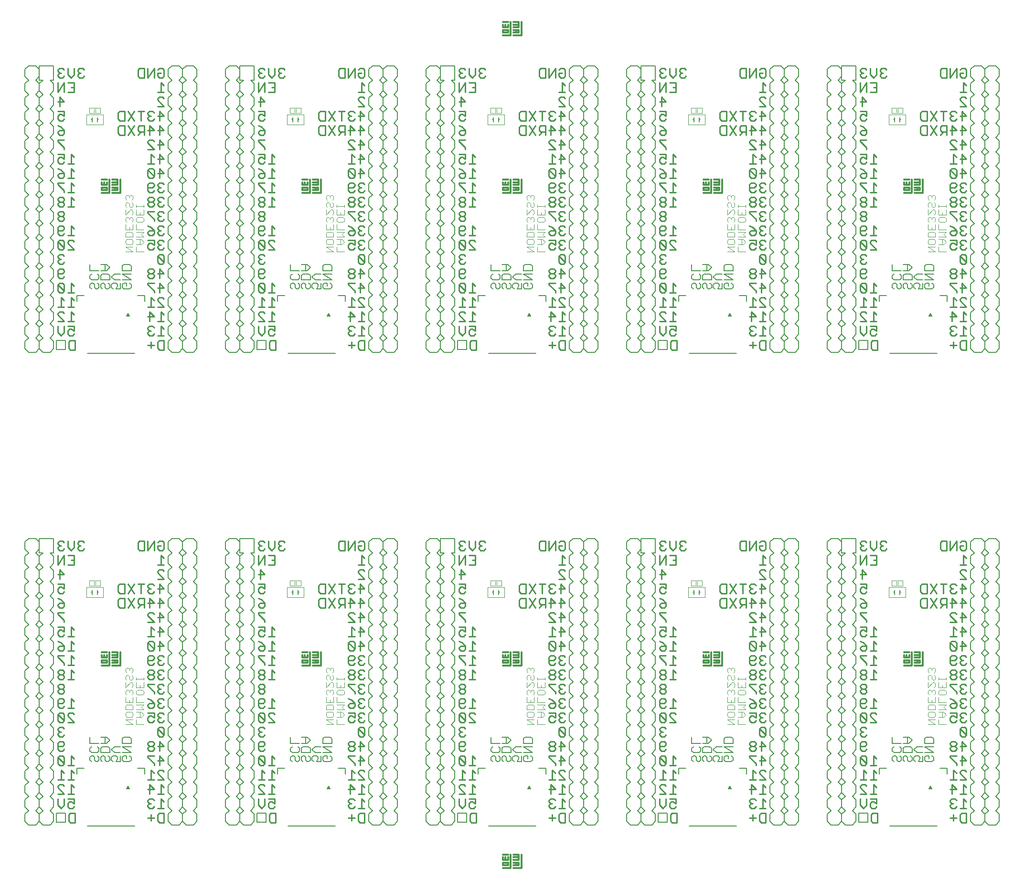
<source format=gbo>
G75*
%MOIN*%
%OFA0B0*%
%FSLAX25Y25*%
%IPPOS*%
%LPD*%
%AMOC8*
5,1,8,0,0,1.08239X$1,22.5*
%
%ADD10C,0.00900*%
%ADD11C,0.00800*%
%ADD12C,0.00400*%
%ADD13C,0.01200*%
%ADD14C,0.00100*%
%ADD15C,0.00600*%
%ADD16C,0.00394*%
%ADD17C,0.00500*%
D10*
X0070891Y0101000D02*
X0069790Y0102101D01*
X0069790Y0106505D01*
X0070891Y0107606D01*
X0074193Y0107606D01*
X0074193Y0101000D01*
X0070891Y0101000D01*
X0070296Y0111000D02*
X0072498Y0111000D01*
X0073599Y0112101D01*
X0073599Y0114303D02*
X0071397Y0115404D01*
X0070296Y0115404D01*
X0069196Y0114303D01*
X0069196Y0112101D01*
X0070296Y0111000D01*
X0066693Y0113202D02*
X0066693Y0117606D01*
X0069196Y0117606D02*
X0073599Y0117606D01*
X0073599Y0114303D01*
X0073599Y0121000D02*
X0069196Y0121000D01*
X0071397Y0121000D02*
X0071397Y0127606D01*
X0073599Y0125404D01*
X0073599Y0131000D02*
X0069196Y0131000D01*
X0071397Y0131000D02*
X0071397Y0137606D01*
X0073599Y0135404D01*
X0073599Y0141000D02*
X0069196Y0141000D01*
X0071397Y0141000D02*
X0071397Y0147606D01*
X0073599Y0145404D01*
X0066693Y0146505D02*
X0065592Y0147606D01*
X0063391Y0147606D01*
X0062290Y0146505D01*
X0066693Y0142101D01*
X0065592Y0141000D01*
X0063391Y0141000D01*
X0062290Y0142101D01*
X0062290Y0146505D01*
X0066693Y0146505D02*
X0066693Y0142101D01*
X0064492Y0137606D02*
X0064492Y0131000D01*
X0066693Y0131000D02*
X0062290Y0131000D01*
X0063391Y0127606D02*
X0065592Y0127606D01*
X0066693Y0126505D01*
X0063391Y0127606D02*
X0062290Y0126505D01*
X0062290Y0125404D01*
X0066693Y0121000D01*
X0062290Y0121000D01*
X0062290Y0117606D02*
X0062290Y0113202D01*
X0064492Y0111000D01*
X0066693Y0113202D01*
X0066693Y0135404D02*
X0064492Y0137606D01*
X0065592Y0151000D02*
X0063391Y0151000D01*
X0062290Y0152101D01*
X0062290Y0156505D01*
X0063391Y0157606D01*
X0065592Y0157606D01*
X0066693Y0156505D01*
X0066693Y0155404D01*
X0065592Y0154303D01*
X0062290Y0154303D01*
X0065592Y0151000D02*
X0066693Y0152101D01*
X0065592Y0161000D02*
X0066693Y0162101D01*
X0065592Y0161000D02*
X0063391Y0161000D01*
X0062290Y0162101D01*
X0062290Y0163202D01*
X0063391Y0164303D01*
X0064492Y0164303D01*
X0063391Y0164303D02*
X0062290Y0165404D01*
X0062290Y0166505D01*
X0063391Y0167606D01*
X0065592Y0167606D01*
X0066693Y0166505D01*
X0065592Y0171000D02*
X0066693Y0172101D01*
X0062290Y0176505D01*
X0062290Y0172101D01*
X0063391Y0171000D01*
X0065592Y0171000D01*
X0066693Y0172101D02*
X0066693Y0176505D01*
X0065592Y0177606D01*
X0063391Y0177606D01*
X0062290Y0176505D01*
X0063391Y0181000D02*
X0062290Y0182101D01*
X0062290Y0186505D01*
X0063391Y0187606D01*
X0065592Y0187606D01*
X0066693Y0186505D01*
X0066693Y0185404D01*
X0065592Y0184303D01*
X0062290Y0184303D01*
X0063391Y0181000D02*
X0065592Y0181000D01*
X0066693Y0182101D01*
X0069196Y0181000D02*
X0073599Y0181000D01*
X0071397Y0181000D02*
X0071397Y0187606D01*
X0073599Y0185404D01*
X0072498Y0177606D02*
X0073599Y0176505D01*
X0072498Y0177606D02*
X0070296Y0177606D01*
X0069196Y0176505D01*
X0069196Y0175404D01*
X0073599Y0171000D01*
X0069196Y0171000D01*
X0065592Y0191000D02*
X0066693Y0192101D01*
X0066693Y0193202D01*
X0065592Y0194303D01*
X0063391Y0194303D01*
X0062290Y0193202D01*
X0062290Y0192101D01*
X0063391Y0191000D01*
X0065592Y0191000D01*
X0065592Y0194303D02*
X0066693Y0195404D01*
X0066693Y0196505D01*
X0065592Y0197606D01*
X0063391Y0197606D01*
X0062290Y0196505D01*
X0062290Y0195404D01*
X0063391Y0194303D01*
X0063391Y0201000D02*
X0065592Y0201000D01*
X0066693Y0202101D01*
X0066693Y0203202D01*
X0065592Y0204303D01*
X0063391Y0204303D01*
X0062290Y0203202D01*
X0062290Y0202101D01*
X0063391Y0201000D01*
X0063391Y0204303D02*
X0062290Y0205404D01*
X0062290Y0206505D01*
X0063391Y0207606D01*
X0065592Y0207606D01*
X0066693Y0206505D01*
X0066693Y0205404D01*
X0065592Y0204303D01*
X0069196Y0201000D02*
X0073599Y0201000D01*
X0071397Y0201000D02*
X0071397Y0207606D01*
X0073599Y0205404D01*
X0073599Y0211000D02*
X0069196Y0211000D01*
X0071397Y0211000D02*
X0071397Y0217606D01*
X0073599Y0215404D01*
X0073599Y0221000D02*
X0069196Y0221000D01*
X0071397Y0221000D02*
X0071397Y0227606D01*
X0073599Y0225404D01*
X0073599Y0231000D02*
X0069196Y0231000D01*
X0071397Y0231000D02*
X0071397Y0237606D01*
X0073599Y0235404D01*
X0066693Y0234303D02*
X0064492Y0235404D01*
X0063391Y0235404D01*
X0062290Y0234303D01*
X0062290Y0232101D01*
X0063391Y0231000D01*
X0065592Y0231000D01*
X0066693Y0232101D01*
X0066693Y0234303D02*
X0066693Y0237606D01*
X0062290Y0237606D01*
X0066693Y0241000D02*
X0066693Y0242101D01*
X0062290Y0246505D01*
X0062290Y0247606D01*
X0066693Y0247606D01*
X0065592Y0251000D02*
X0063391Y0251000D01*
X0062290Y0252101D01*
X0062290Y0253202D01*
X0063391Y0254303D01*
X0066693Y0254303D01*
X0066693Y0252101D01*
X0065592Y0251000D01*
X0066693Y0254303D02*
X0064492Y0256505D01*
X0062290Y0257606D01*
X0063391Y0261000D02*
X0065592Y0261000D01*
X0066693Y0262101D01*
X0066693Y0264303D02*
X0064492Y0265404D01*
X0063391Y0265404D01*
X0062290Y0264303D01*
X0062290Y0262101D01*
X0063391Y0261000D01*
X0066693Y0264303D02*
X0066693Y0267606D01*
X0062290Y0267606D01*
X0063391Y0271000D02*
X0063391Y0277606D01*
X0066693Y0274303D01*
X0062290Y0274303D01*
X0062290Y0281000D02*
X0062290Y0287606D01*
X0063391Y0291000D02*
X0065592Y0291000D01*
X0066693Y0292101D01*
X0069196Y0293202D02*
X0071397Y0291000D01*
X0073599Y0293202D01*
X0073599Y0297606D01*
X0076101Y0296505D02*
X0076101Y0295404D01*
X0077202Y0294303D01*
X0076101Y0293202D01*
X0076101Y0292101D01*
X0077202Y0291000D01*
X0079404Y0291000D01*
X0080505Y0292101D01*
X0078303Y0294303D02*
X0077202Y0294303D01*
X0076101Y0296505D02*
X0077202Y0297606D01*
X0079404Y0297606D01*
X0080505Y0296505D01*
X0073599Y0287606D02*
X0073599Y0281000D01*
X0069196Y0281000D01*
X0066693Y0281000D02*
X0066693Y0287606D01*
X0062290Y0281000D01*
X0069196Y0287606D02*
X0073599Y0287606D01*
X0073599Y0284303D02*
X0071397Y0284303D01*
X0069196Y0293202D02*
X0069196Y0297606D01*
X0066693Y0296505D02*
X0065592Y0297606D01*
X0063391Y0297606D01*
X0062290Y0296505D01*
X0062290Y0295404D01*
X0063391Y0294303D01*
X0062290Y0293202D01*
X0062290Y0292101D01*
X0063391Y0291000D01*
X0063391Y0294303D02*
X0064492Y0294303D01*
X0104323Y0266505D02*
X0104323Y0262101D01*
X0105424Y0261000D01*
X0108726Y0261000D01*
X0108726Y0267606D01*
X0105424Y0267606D01*
X0104323Y0266505D01*
X0111229Y0267606D02*
X0115632Y0261000D01*
X0115632Y0257606D02*
X0111229Y0251000D01*
X0108726Y0251000D02*
X0105424Y0251000D01*
X0104323Y0252101D01*
X0104323Y0256505D01*
X0105424Y0257606D01*
X0108726Y0257606D01*
X0108726Y0251000D01*
X0115632Y0251000D02*
X0111229Y0257606D01*
X0111229Y0261000D02*
X0115632Y0267606D01*
X0118134Y0267606D02*
X0122538Y0267606D01*
X0120336Y0267606D02*
X0120336Y0261000D01*
X0119235Y0257606D02*
X0118134Y0256505D01*
X0118134Y0254303D01*
X0119235Y0253202D01*
X0122538Y0253202D01*
X0120336Y0253202D02*
X0118134Y0251000D01*
X0122538Y0251000D02*
X0122538Y0257606D01*
X0119235Y0257606D01*
X0125040Y0254303D02*
X0129444Y0254303D01*
X0126141Y0257606D01*
X0126141Y0251000D01*
X0126141Y0247606D02*
X0128343Y0247606D01*
X0129444Y0246505D01*
X0131946Y0244303D02*
X0136350Y0244303D01*
X0133047Y0247606D01*
X0133047Y0241000D01*
X0133047Y0237606D02*
X0136350Y0234303D01*
X0131946Y0234303D01*
X0129444Y0235404D02*
X0127242Y0237606D01*
X0127242Y0231000D01*
X0129444Y0231000D02*
X0125040Y0231000D01*
X0126141Y0227606D02*
X0125040Y0226505D01*
X0129444Y0222101D01*
X0128343Y0221000D01*
X0126141Y0221000D01*
X0125040Y0222101D01*
X0125040Y0226505D01*
X0126141Y0227606D02*
X0128343Y0227606D01*
X0129444Y0226505D01*
X0129444Y0222101D01*
X0131946Y0224303D02*
X0136350Y0224303D01*
X0133047Y0227606D01*
X0133047Y0221000D01*
X0133047Y0217606D02*
X0131946Y0216505D01*
X0131946Y0215404D01*
X0133047Y0214303D01*
X0131946Y0213202D01*
X0131946Y0212101D01*
X0133047Y0211000D01*
X0135249Y0211000D01*
X0136350Y0212101D01*
X0134148Y0214303D02*
X0133047Y0214303D01*
X0133047Y0217606D02*
X0135249Y0217606D01*
X0136350Y0216505D01*
X0129444Y0216505D02*
X0129444Y0215404D01*
X0128343Y0214303D01*
X0125040Y0214303D01*
X0125040Y0216505D02*
X0126141Y0217606D01*
X0128343Y0217606D01*
X0129444Y0216505D01*
X0125040Y0216505D02*
X0125040Y0212101D01*
X0126141Y0211000D01*
X0128343Y0211000D01*
X0129444Y0212101D01*
X0128343Y0207606D02*
X0126141Y0207606D01*
X0125040Y0206505D01*
X0125040Y0205404D01*
X0126141Y0204303D01*
X0128343Y0204303D01*
X0129444Y0205404D01*
X0129444Y0206505D01*
X0128343Y0207606D01*
X0128343Y0204303D02*
X0129444Y0203202D01*
X0129444Y0202101D01*
X0128343Y0201000D01*
X0126141Y0201000D01*
X0125040Y0202101D01*
X0125040Y0203202D01*
X0126141Y0204303D01*
X0131946Y0205404D02*
X0133047Y0204303D01*
X0131946Y0203202D01*
X0131946Y0202101D01*
X0133047Y0201000D01*
X0135249Y0201000D01*
X0136350Y0202101D01*
X0134148Y0204303D02*
X0133047Y0204303D01*
X0131946Y0205404D02*
X0131946Y0206505D01*
X0133047Y0207606D01*
X0135249Y0207606D01*
X0136350Y0206505D01*
X0135249Y0197606D02*
X0133047Y0197606D01*
X0131946Y0196505D01*
X0131946Y0195404D01*
X0133047Y0194303D01*
X0131946Y0193202D01*
X0131946Y0192101D01*
X0133047Y0191000D01*
X0135249Y0191000D01*
X0136350Y0192101D01*
X0134148Y0194303D02*
X0133047Y0194303D01*
X0136350Y0196505D02*
X0135249Y0197606D01*
X0129444Y0197606D02*
X0125040Y0197606D01*
X0125040Y0196505D01*
X0129444Y0192101D01*
X0129444Y0191000D01*
X0133047Y0187606D02*
X0131946Y0186505D01*
X0131946Y0185404D01*
X0133047Y0184303D01*
X0131946Y0183202D01*
X0131946Y0182101D01*
X0133047Y0181000D01*
X0135249Y0181000D01*
X0136350Y0182101D01*
X0134148Y0184303D02*
X0133047Y0184303D01*
X0133047Y0187606D02*
X0135249Y0187606D01*
X0136350Y0186505D01*
X0129444Y0184303D02*
X0126141Y0184303D01*
X0125040Y0183202D01*
X0125040Y0182101D01*
X0126141Y0181000D01*
X0128343Y0181000D01*
X0129444Y0182101D01*
X0129444Y0184303D01*
X0127242Y0186505D01*
X0125040Y0187606D01*
X0125040Y0177606D02*
X0129444Y0177606D01*
X0129444Y0174303D01*
X0127242Y0175404D01*
X0126141Y0175404D01*
X0125040Y0174303D01*
X0125040Y0172101D01*
X0126141Y0171000D01*
X0128343Y0171000D01*
X0129444Y0172101D01*
X0131946Y0172101D02*
X0133047Y0171000D01*
X0135249Y0171000D01*
X0136350Y0172101D01*
X0134148Y0174303D02*
X0133047Y0174303D01*
X0131946Y0173202D01*
X0131946Y0172101D01*
X0133047Y0174303D02*
X0131946Y0175404D01*
X0131946Y0176505D01*
X0133047Y0177606D01*
X0135249Y0177606D01*
X0136350Y0176505D01*
X0135249Y0167606D02*
X0133047Y0167606D01*
X0131946Y0166505D01*
X0136350Y0162101D01*
X0135249Y0161000D01*
X0133047Y0161000D01*
X0131946Y0162101D01*
X0131946Y0166505D01*
X0135249Y0167606D02*
X0136350Y0166505D01*
X0136350Y0162101D01*
X0133047Y0157606D02*
X0136350Y0154303D01*
X0131946Y0154303D01*
X0129444Y0155404D02*
X0129444Y0156505D01*
X0128343Y0157606D01*
X0126141Y0157606D01*
X0125040Y0156505D01*
X0125040Y0155404D01*
X0126141Y0154303D01*
X0128343Y0154303D01*
X0129444Y0155404D01*
X0128343Y0154303D02*
X0129444Y0153202D01*
X0129444Y0152101D01*
X0128343Y0151000D01*
X0126141Y0151000D01*
X0125040Y0152101D01*
X0125040Y0153202D01*
X0126141Y0154303D01*
X0125040Y0147606D02*
X0125040Y0146505D01*
X0129444Y0142101D01*
X0129444Y0141000D01*
X0133047Y0141000D02*
X0133047Y0147606D01*
X0136350Y0144303D01*
X0131946Y0144303D01*
X0129444Y0147606D02*
X0125040Y0147606D01*
X0133047Y0151000D02*
X0133047Y0157606D01*
X0133047Y0137606D02*
X0135249Y0137606D01*
X0136350Y0136505D01*
X0133047Y0137606D02*
X0131946Y0136505D01*
X0131946Y0135404D01*
X0136350Y0131000D01*
X0131946Y0131000D01*
X0129444Y0131000D02*
X0125040Y0131000D01*
X0127242Y0131000D02*
X0127242Y0137606D01*
X0129444Y0135404D01*
X0126141Y0127606D02*
X0129444Y0124303D01*
X0125040Y0124303D01*
X0126141Y0121000D02*
X0126141Y0127606D01*
X0134148Y0127606D02*
X0134148Y0121000D01*
X0136350Y0121000D02*
X0131946Y0121000D01*
X0134148Y0117606D02*
X0134148Y0111000D01*
X0136350Y0111000D02*
X0131946Y0111000D01*
X0129444Y0112101D02*
X0128343Y0111000D01*
X0126141Y0111000D01*
X0125040Y0112101D01*
X0125040Y0113202D01*
X0126141Y0114303D01*
X0127242Y0114303D01*
X0126141Y0114303D02*
X0125040Y0115404D01*
X0125040Y0116505D01*
X0126141Y0117606D01*
X0128343Y0117606D01*
X0129444Y0116505D01*
X0134148Y0117606D02*
X0136350Y0115404D01*
X0136350Y0107606D02*
X0133047Y0107606D01*
X0131946Y0106505D01*
X0131946Y0102101D01*
X0133047Y0101000D01*
X0136350Y0101000D01*
X0136350Y0107606D01*
X0129444Y0104303D02*
X0125040Y0104303D01*
X0127242Y0106505D02*
X0127242Y0102101D01*
X0136350Y0125404D02*
X0134148Y0127606D01*
X0202290Y0126505D02*
X0203391Y0127606D01*
X0205592Y0127606D01*
X0206693Y0126505D01*
X0202290Y0126505D02*
X0202290Y0125404D01*
X0206693Y0121000D01*
X0202290Y0121000D01*
X0202290Y0117606D02*
X0202290Y0113202D01*
X0204492Y0111000D01*
X0206693Y0113202D01*
X0206693Y0117606D01*
X0209196Y0117606D02*
X0213599Y0117606D01*
X0213599Y0114303D01*
X0211397Y0115404D01*
X0210296Y0115404D01*
X0209196Y0114303D01*
X0209196Y0112101D01*
X0210296Y0111000D01*
X0212498Y0111000D01*
X0213599Y0112101D01*
X0214193Y0107606D02*
X0210891Y0107606D01*
X0209790Y0106505D01*
X0209790Y0102101D01*
X0210891Y0101000D01*
X0214193Y0101000D01*
X0214193Y0107606D01*
X0213599Y0121000D02*
X0209196Y0121000D01*
X0211397Y0121000D02*
X0211397Y0127606D01*
X0213599Y0125404D01*
X0213599Y0131000D02*
X0209196Y0131000D01*
X0211397Y0131000D02*
X0211397Y0137606D01*
X0213599Y0135404D01*
X0213599Y0141000D02*
X0209196Y0141000D01*
X0211397Y0141000D02*
X0211397Y0147606D01*
X0213599Y0145404D01*
X0206693Y0146505D02*
X0205592Y0147606D01*
X0203391Y0147606D01*
X0202290Y0146505D01*
X0206693Y0142101D01*
X0205592Y0141000D01*
X0203391Y0141000D01*
X0202290Y0142101D01*
X0202290Y0146505D01*
X0206693Y0146505D02*
X0206693Y0142101D01*
X0204492Y0137606D02*
X0204492Y0131000D01*
X0206693Y0131000D02*
X0202290Y0131000D01*
X0206693Y0135404D02*
X0204492Y0137606D01*
X0205592Y0151000D02*
X0203391Y0151000D01*
X0202290Y0152101D01*
X0202290Y0156505D01*
X0203391Y0157606D01*
X0205592Y0157606D01*
X0206693Y0156505D01*
X0206693Y0155404D01*
X0205592Y0154303D01*
X0202290Y0154303D01*
X0205592Y0151000D02*
X0206693Y0152101D01*
X0205592Y0161000D02*
X0203391Y0161000D01*
X0202290Y0162101D01*
X0202290Y0163202D01*
X0203391Y0164303D01*
X0204492Y0164303D01*
X0203391Y0164303D02*
X0202290Y0165404D01*
X0202290Y0166505D01*
X0203391Y0167606D01*
X0205592Y0167606D01*
X0206693Y0166505D01*
X0206693Y0162101D02*
X0205592Y0161000D01*
X0205592Y0171000D02*
X0203391Y0171000D01*
X0202290Y0172101D01*
X0202290Y0176505D01*
X0206693Y0172101D01*
X0205592Y0171000D01*
X0206693Y0172101D02*
X0206693Y0176505D01*
X0205592Y0177606D01*
X0203391Y0177606D01*
X0202290Y0176505D01*
X0203391Y0181000D02*
X0202290Y0182101D01*
X0202290Y0186505D01*
X0203391Y0187606D01*
X0205592Y0187606D01*
X0206693Y0186505D01*
X0206693Y0185404D01*
X0205592Y0184303D01*
X0202290Y0184303D01*
X0203391Y0181000D02*
X0205592Y0181000D01*
X0206693Y0182101D01*
X0209196Y0181000D02*
X0213599Y0181000D01*
X0211397Y0181000D02*
X0211397Y0187606D01*
X0213599Y0185404D01*
X0212498Y0177606D02*
X0213599Y0176505D01*
X0212498Y0177606D02*
X0210296Y0177606D01*
X0209196Y0176505D01*
X0209196Y0175404D01*
X0213599Y0171000D01*
X0209196Y0171000D01*
X0205592Y0191000D02*
X0203391Y0191000D01*
X0202290Y0192101D01*
X0202290Y0193202D01*
X0203391Y0194303D01*
X0205592Y0194303D01*
X0206693Y0195404D01*
X0206693Y0196505D01*
X0205592Y0197606D01*
X0203391Y0197606D01*
X0202290Y0196505D01*
X0202290Y0195404D01*
X0203391Y0194303D01*
X0205592Y0194303D02*
X0206693Y0193202D01*
X0206693Y0192101D01*
X0205592Y0191000D01*
X0205592Y0201000D02*
X0203391Y0201000D01*
X0202290Y0202101D01*
X0202290Y0203202D01*
X0203391Y0204303D01*
X0205592Y0204303D01*
X0206693Y0205404D01*
X0206693Y0206505D01*
X0205592Y0207606D01*
X0203391Y0207606D01*
X0202290Y0206505D01*
X0202290Y0205404D01*
X0203391Y0204303D01*
X0205592Y0204303D02*
X0206693Y0203202D01*
X0206693Y0202101D01*
X0205592Y0201000D01*
X0209196Y0201000D02*
X0213599Y0201000D01*
X0211397Y0201000D02*
X0211397Y0207606D01*
X0213599Y0205404D01*
X0213599Y0211000D02*
X0209196Y0211000D01*
X0211397Y0211000D02*
X0211397Y0217606D01*
X0213599Y0215404D01*
X0213599Y0221000D02*
X0209196Y0221000D01*
X0211397Y0221000D02*
X0211397Y0227606D01*
X0213599Y0225404D01*
X0213599Y0231000D02*
X0209196Y0231000D01*
X0211397Y0231000D02*
X0211397Y0237606D01*
X0213599Y0235404D01*
X0206693Y0234303D02*
X0204492Y0235404D01*
X0203391Y0235404D01*
X0202290Y0234303D01*
X0202290Y0232101D01*
X0203391Y0231000D01*
X0205592Y0231000D01*
X0206693Y0232101D01*
X0206693Y0234303D02*
X0206693Y0237606D01*
X0202290Y0237606D01*
X0206693Y0241000D02*
X0206693Y0242101D01*
X0202290Y0246505D01*
X0202290Y0247606D01*
X0206693Y0247606D01*
X0205592Y0251000D02*
X0203391Y0251000D01*
X0202290Y0252101D01*
X0202290Y0253202D01*
X0203391Y0254303D01*
X0206693Y0254303D01*
X0206693Y0252101D01*
X0205592Y0251000D01*
X0206693Y0254303D02*
X0204492Y0256505D01*
X0202290Y0257606D01*
X0203391Y0261000D02*
X0205592Y0261000D01*
X0206693Y0262101D01*
X0206693Y0264303D02*
X0204492Y0265404D01*
X0203391Y0265404D01*
X0202290Y0264303D01*
X0202290Y0262101D01*
X0203391Y0261000D01*
X0206693Y0264303D02*
X0206693Y0267606D01*
X0202290Y0267606D01*
X0203391Y0271000D02*
X0203391Y0277606D01*
X0206693Y0274303D01*
X0202290Y0274303D01*
X0202290Y0281000D02*
X0202290Y0287606D01*
X0203391Y0291000D02*
X0205592Y0291000D01*
X0206693Y0292101D01*
X0209196Y0293202D02*
X0209196Y0297606D01*
X0206693Y0296505D02*
X0205592Y0297606D01*
X0203391Y0297606D01*
X0202290Y0296505D01*
X0202290Y0295404D01*
X0203391Y0294303D01*
X0202290Y0293202D01*
X0202290Y0292101D01*
X0203391Y0291000D01*
X0203391Y0294303D02*
X0204492Y0294303D01*
X0209196Y0293202D02*
X0211397Y0291000D01*
X0213599Y0293202D01*
X0213599Y0297606D01*
X0216101Y0296505D02*
X0216101Y0295404D01*
X0217202Y0294303D01*
X0216101Y0293202D01*
X0216101Y0292101D01*
X0217202Y0291000D01*
X0219404Y0291000D01*
X0220505Y0292101D01*
X0218303Y0294303D02*
X0217202Y0294303D01*
X0216101Y0296505D02*
X0217202Y0297606D01*
X0219404Y0297606D01*
X0220505Y0296505D01*
X0213599Y0287606D02*
X0213599Y0281000D01*
X0209196Y0281000D01*
X0206693Y0281000D02*
X0206693Y0287606D01*
X0202290Y0281000D01*
X0209196Y0287606D02*
X0213599Y0287606D01*
X0213599Y0284303D02*
X0211397Y0284303D01*
X0244323Y0266505D02*
X0244323Y0262101D01*
X0245424Y0261000D01*
X0248726Y0261000D01*
X0248726Y0267606D01*
X0245424Y0267606D01*
X0244323Y0266505D01*
X0251229Y0267606D02*
X0255632Y0261000D01*
X0255632Y0257606D02*
X0251229Y0251000D01*
X0248726Y0251000D02*
X0248726Y0257606D01*
X0245424Y0257606D01*
X0244323Y0256505D01*
X0244323Y0252101D01*
X0245424Y0251000D01*
X0248726Y0251000D01*
X0255632Y0251000D02*
X0251229Y0257606D01*
X0251229Y0261000D02*
X0255632Y0267606D01*
X0258134Y0267606D02*
X0262538Y0267606D01*
X0260336Y0267606D02*
X0260336Y0261000D01*
X0259235Y0257606D02*
X0258134Y0256505D01*
X0258134Y0254303D01*
X0259235Y0253202D01*
X0262538Y0253202D01*
X0260336Y0253202D02*
X0258134Y0251000D01*
X0262538Y0251000D02*
X0262538Y0257606D01*
X0259235Y0257606D01*
X0265040Y0254303D02*
X0269444Y0254303D01*
X0266141Y0257606D01*
X0266141Y0251000D01*
X0266141Y0247606D02*
X0265040Y0246505D01*
X0265040Y0245404D01*
X0269444Y0241000D01*
X0265040Y0241000D01*
X0267242Y0237606D02*
X0267242Y0231000D01*
X0269444Y0231000D02*
X0265040Y0231000D01*
X0266141Y0227606D02*
X0265040Y0226505D01*
X0269444Y0222101D01*
X0268343Y0221000D01*
X0266141Y0221000D01*
X0265040Y0222101D01*
X0265040Y0226505D01*
X0266141Y0227606D02*
X0268343Y0227606D01*
X0269444Y0226505D01*
X0269444Y0222101D01*
X0271946Y0224303D02*
X0276350Y0224303D01*
X0273047Y0227606D01*
X0273047Y0221000D01*
X0273047Y0217606D02*
X0271946Y0216505D01*
X0271946Y0215404D01*
X0273047Y0214303D01*
X0271946Y0213202D01*
X0271946Y0212101D01*
X0273047Y0211000D01*
X0275249Y0211000D01*
X0276350Y0212101D01*
X0274148Y0214303D02*
X0273047Y0214303D01*
X0273047Y0217606D02*
X0275249Y0217606D01*
X0276350Y0216505D01*
X0269444Y0216505D02*
X0269444Y0215404D01*
X0268343Y0214303D01*
X0265040Y0214303D01*
X0265040Y0216505D02*
X0266141Y0217606D01*
X0268343Y0217606D01*
X0269444Y0216505D01*
X0265040Y0216505D02*
X0265040Y0212101D01*
X0266141Y0211000D01*
X0268343Y0211000D01*
X0269444Y0212101D01*
X0268343Y0207606D02*
X0266141Y0207606D01*
X0265040Y0206505D01*
X0265040Y0205404D01*
X0266141Y0204303D01*
X0268343Y0204303D01*
X0269444Y0205404D01*
X0269444Y0206505D01*
X0268343Y0207606D01*
X0268343Y0204303D02*
X0269444Y0203202D01*
X0269444Y0202101D01*
X0268343Y0201000D01*
X0266141Y0201000D01*
X0265040Y0202101D01*
X0265040Y0203202D01*
X0266141Y0204303D01*
X0271946Y0205404D02*
X0273047Y0204303D01*
X0271946Y0203202D01*
X0271946Y0202101D01*
X0273047Y0201000D01*
X0275249Y0201000D01*
X0276350Y0202101D01*
X0274148Y0204303D02*
X0273047Y0204303D01*
X0271946Y0205404D02*
X0271946Y0206505D01*
X0273047Y0207606D01*
X0275249Y0207606D01*
X0276350Y0206505D01*
X0275249Y0197606D02*
X0273047Y0197606D01*
X0271946Y0196505D01*
X0271946Y0195404D01*
X0273047Y0194303D01*
X0271946Y0193202D01*
X0271946Y0192101D01*
X0273047Y0191000D01*
X0275249Y0191000D01*
X0276350Y0192101D01*
X0274148Y0194303D02*
X0273047Y0194303D01*
X0276350Y0196505D02*
X0275249Y0197606D01*
X0269444Y0197606D02*
X0265040Y0197606D01*
X0265040Y0196505D01*
X0269444Y0192101D01*
X0269444Y0191000D01*
X0273047Y0187606D02*
X0271946Y0186505D01*
X0271946Y0185404D01*
X0273047Y0184303D01*
X0271946Y0183202D01*
X0271946Y0182101D01*
X0273047Y0181000D01*
X0275249Y0181000D01*
X0276350Y0182101D01*
X0274148Y0184303D02*
X0273047Y0184303D01*
X0273047Y0187606D02*
X0275249Y0187606D01*
X0276350Y0186505D01*
X0269444Y0184303D02*
X0269444Y0182101D01*
X0268343Y0181000D01*
X0266141Y0181000D01*
X0265040Y0182101D01*
X0265040Y0183202D01*
X0266141Y0184303D01*
X0269444Y0184303D01*
X0267242Y0186505D01*
X0265040Y0187606D01*
X0265040Y0177606D02*
X0269444Y0177606D01*
X0269444Y0174303D01*
X0267242Y0175404D01*
X0266141Y0175404D01*
X0265040Y0174303D01*
X0265040Y0172101D01*
X0266141Y0171000D01*
X0268343Y0171000D01*
X0269444Y0172101D01*
X0271946Y0172101D02*
X0273047Y0171000D01*
X0275249Y0171000D01*
X0276350Y0172101D01*
X0274148Y0174303D02*
X0273047Y0174303D01*
X0271946Y0173202D01*
X0271946Y0172101D01*
X0273047Y0174303D02*
X0271946Y0175404D01*
X0271946Y0176505D01*
X0273047Y0177606D01*
X0275249Y0177606D01*
X0276350Y0176505D01*
X0275249Y0167606D02*
X0273047Y0167606D01*
X0271946Y0166505D01*
X0276350Y0162101D01*
X0275249Y0161000D01*
X0273047Y0161000D01*
X0271946Y0162101D01*
X0271946Y0166505D01*
X0275249Y0167606D02*
X0276350Y0166505D01*
X0276350Y0162101D01*
X0273047Y0157606D02*
X0276350Y0154303D01*
X0271946Y0154303D01*
X0269444Y0155404D02*
X0269444Y0156505D01*
X0268343Y0157606D01*
X0266141Y0157606D01*
X0265040Y0156505D01*
X0265040Y0155404D01*
X0266141Y0154303D01*
X0268343Y0154303D01*
X0269444Y0155404D01*
X0268343Y0154303D02*
X0269444Y0153202D01*
X0269444Y0152101D01*
X0268343Y0151000D01*
X0266141Y0151000D01*
X0265040Y0152101D01*
X0265040Y0153202D01*
X0266141Y0154303D01*
X0265040Y0147606D02*
X0265040Y0146505D01*
X0269444Y0142101D01*
X0269444Y0141000D01*
X0273047Y0141000D02*
X0273047Y0147606D01*
X0276350Y0144303D01*
X0271946Y0144303D01*
X0269444Y0147606D02*
X0265040Y0147606D01*
X0273047Y0151000D02*
X0273047Y0157606D01*
X0273047Y0137606D02*
X0275249Y0137606D01*
X0276350Y0136505D01*
X0273047Y0137606D02*
X0271946Y0136505D01*
X0271946Y0135404D01*
X0276350Y0131000D01*
X0271946Y0131000D01*
X0269444Y0131000D02*
X0265040Y0131000D01*
X0267242Y0131000D02*
X0267242Y0137606D01*
X0269444Y0135404D01*
X0266141Y0127606D02*
X0269444Y0124303D01*
X0265040Y0124303D01*
X0266141Y0121000D02*
X0266141Y0127606D01*
X0274148Y0127606D02*
X0274148Y0121000D01*
X0276350Y0121000D02*
X0271946Y0121000D01*
X0274148Y0117606D02*
X0274148Y0111000D01*
X0276350Y0111000D02*
X0271946Y0111000D01*
X0269444Y0112101D02*
X0268343Y0111000D01*
X0266141Y0111000D01*
X0265040Y0112101D01*
X0265040Y0113202D01*
X0266141Y0114303D01*
X0267242Y0114303D01*
X0266141Y0114303D02*
X0265040Y0115404D01*
X0265040Y0116505D01*
X0266141Y0117606D01*
X0268343Y0117606D01*
X0269444Y0116505D01*
X0274148Y0117606D02*
X0276350Y0115404D01*
X0276350Y0107606D02*
X0273047Y0107606D01*
X0271946Y0106505D01*
X0271946Y0102101D01*
X0273047Y0101000D01*
X0276350Y0101000D01*
X0276350Y0107606D01*
X0269444Y0104303D02*
X0265040Y0104303D01*
X0267242Y0106505D02*
X0267242Y0102101D01*
X0276350Y0125404D02*
X0274148Y0127606D01*
X0342290Y0126505D02*
X0343391Y0127606D01*
X0345592Y0127606D01*
X0346693Y0126505D01*
X0342290Y0126505D02*
X0342290Y0125404D01*
X0346693Y0121000D01*
X0342290Y0121000D01*
X0342290Y0117606D02*
X0342290Y0113202D01*
X0344492Y0111000D01*
X0346693Y0113202D01*
X0346693Y0117606D01*
X0349196Y0117606D02*
X0353599Y0117606D01*
X0353599Y0114303D01*
X0351397Y0115404D01*
X0350296Y0115404D01*
X0349196Y0114303D01*
X0349196Y0112101D01*
X0350296Y0111000D01*
X0352498Y0111000D01*
X0353599Y0112101D01*
X0354193Y0107606D02*
X0350891Y0107606D01*
X0349790Y0106505D01*
X0349790Y0102101D01*
X0350891Y0101000D01*
X0354193Y0101000D01*
X0354193Y0107606D01*
X0353599Y0121000D02*
X0349196Y0121000D01*
X0351397Y0121000D02*
X0351397Y0127606D01*
X0353599Y0125404D01*
X0353599Y0131000D02*
X0349196Y0131000D01*
X0351397Y0131000D02*
X0351397Y0137606D01*
X0353599Y0135404D01*
X0353599Y0141000D02*
X0349196Y0141000D01*
X0351397Y0141000D02*
X0351397Y0147606D01*
X0353599Y0145404D01*
X0346693Y0146505D02*
X0345592Y0147606D01*
X0343391Y0147606D01*
X0342290Y0146505D01*
X0346693Y0142101D01*
X0345592Y0141000D01*
X0343391Y0141000D01*
X0342290Y0142101D01*
X0342290Y0146505D01*
X0346693Y0146505D02*
X0346693Y0142101D01*
X0344492Y0137606D02*
X0344492Y0131000D01*
X0346693Y0131000D02*
X0342290Y0131000D01*
X0346693Y0135404D02*
X0344492Y0137606D01*
X0345592Y0151000D02*
X0343391Y0151000D01*
X0342290Y0152101D01*
X0342290Y0156505D01*
X0343391Y0157606D01*
X0345592Y0157606D01*
X0346693Y0156505D01*
X0346693Y0155404D01*
X0345592Y0154303D01*
X0342290Y0154303D01*
X0345592Y0151000D02*
X0346693Y0152101D01*
X0345592Y0161000D02*
X0346693Y0162101D01*
X0345592Y0161000D02*
X0343391Y0161000D01*
X0342290Y0162101D01*
X0342290Y0163202D01*
X0343391Y0164303D01*
X0344492Y0164303D01*
X0343391Y0164303D02*
X0342290Y0165404D01*
X0342290Y0166505D01*
X0343391Y0167606D01*
X0345592Y0167606D01*
X0346693Y0166505D01*
X0345592Y0171000D02*
X0346693Y0172101D01*
X0342290Y0176505D01*
X0342290Y0172101D01*
X0343391Y0171000D01*
X0345592Y0171000D01*
X0346693Y0172101D02*
X0346693Y0176505D01*
X0345592Y0177606D01*
X0343391Y0177606D01*
X0342290Y0176505D01*
X0343391Y0181000D02*
X0342290Y0182101D01*
X0342290Y0186505D01*
X0343391Y0187606D01*
X0345592Y0187606D01*
X0346693Y0186505D01*
X0346693Y0185404D01*
X0345592Y0184303D01*
X0342290Y0184303D01*
X0343391Y0181000D02*
X0345592Y0181000D01*
X0346693Y0182101D01*
X0349196Y0181000D02*
X0353599Y0181000D01*
X0351397Y0181000D02*
X0351397Y0187606D01*
X0353599Y0185404D01*
X0352498Y0177606D02*
X0353599Y0176505D01*
X0352498Y0177606D02*
X0350296Y0177606D01*
X0349196Y0176505D01*
X0349196Y0175404D01*
X0353599Y0171000D01*
X0349196Y0171000D01*
X0345592Y0191000D02*
X0346693Y0192101D01*
X0346693Y0193202D01*
X0345592Y0194303D01*
X0343391Y0194303D01*
X0342290Y0193202D01*
X0342290Y0192101D01*
X0343391Y0191000D01*
X0345592Y0191000D01*
X0345592Y0194303D02*
X0346693Y0195404D01*
X0346693Y0196505D01*
X0345592Y0197606D01*
X0343391Y0197606D01*
X0342290Y0196505D01*
X0342290Y0195404D01*
X0343391Y0194303D01*
X0343391Y0201000D02*
X0345592Y0201000D01*
X0346693Y0202101D01*
X0346693Y0203202D01*
X0345592Y0204303D01*
X0343391Y0204303D01*
X0342290Y0203202D01*
X0342290Y0202101D01*
X0343391Y0201000D01*
X0343391Y0204303D02*
X0342290Y0205404D01*
X0342290Y0206505D01*
X0343391Y0207606D01*
X0345592Y0207606D01*
X0346693Y0206505D01*
X0346693Y0205404D01*
X0345592Y0204303D01*
X0349196Y0201000D02*
X0353599Y0201000D01*
X0351397Y0201000D02*
X0351397Y0207606D01*
X0353599Y0205404D01*
X0353599Y0211000D02*
X0349196Y0211000D01*
X0351397Y0211000D02*
X0351397Y0217606D01*
X0353599Y0215404D01*
X0353599Y0221000D02*
X0349196Y0221000D01*
X0351397Y0221000D02*
X0351397Y0227606D01*
X0353599Y0225404D01*
X0353599Y0231000D02*
X0349196Y0231000D01*
X0351397Y0231000D02*
X0351397Y0237606D01*
X0353599Y0235404D01*
X0346693Y0234303D02*
X0344492Y0235404D01*
X0343391Y0235404D01*
X0342290Y0234303D01*
X0342290Y0232101D01*
X0343391Y0231000D01*
X0345592Y0231000D01*
X0346693Y0232101D01*
X0346693Y0234303D02*
X0346693Y0237606D01*
X0342290Y0237606D01*
X0346693Y0241000D02*
X0346693Y0242101D01*
X0342290Y0246505D01*
X0342290Y0247606D01*
X0346693Y0247606D01*
X0345592Y0251000D02*
X0343391Y0251000D01*
X0342290Y0252101D01*
X0342290Y0253202D01*
X0343391Y0254303D01*
X0346693Y0254303D01*
X0346693Y0252101D01*
X0345592Y0251000D01*
X0346693Y0254303D02*
X0344492Y0256505D01*
X0342290Y0257606D01*
X0343391Y0261000D02*
X0345592Y0261000D01*
X0346693Y0262101D01*
X0346693Y0264303D02*
X0344492Y0265404D01*
X0343391Y0265404D01*
X0342290Y0264303D01*
X0342290Y0262101D01*
X0343391Y0261000D01*
X0346693Y0264303D02*
X0346693Y0267606D01*
X0342290Y0267606D01*
X0343391Y0271000D02*
X0343391Y0277606D01*
X0346693Y0274303D01*
X0342290Y0274303D01*
X0342290Y0281000D02*
X0342290Y0287606D01*
X0343391Y0291000D02*
X0345592Y0291000D01*
X0346693Y0292101D01*
X0349196Y0293202D02*
X0349196Y0297606D01*
X0346693Y0296505D02*
X0345592Y0297606D01*
X0343391Y0297606D01*
X0342290Y0296505D01*
X0342290Y0295404D01*
X0343391Y0294303D01*
X0342290Y0293202D01*
X0342290Y0292101D01*
X0343391Y0291000D01*
X0343391Y0294303D02*
X0344492Y0294303D01*
X0349196Y0293202D02*
X0351397Y0291000D01*
X0353599Y0293202D01*
X0353599Y0297606D01*
X0356101Y0296505D02*
X0356101Y0295404D01*
X0357202Y0294303D01*
X0356101Y0293202D01*
X0356101Y0292101D01*
X0357202Y0291000D01*
X0359404Y0291000D01*
X0360505Y0292101D01*
X0358303Y0294303D02*
X0357202Y0294303D01*
X0356101Y0296505D02*
X0357202Y0297606D01*
X0359404Y0297606D01*
X0360505Y0296505D01*
X0353599Y0287606D02*
X0353599Y0281000D01*
X0349196Y0281000D01*
X0346693Y0281000D02*
X0346693Y0287606D01*
X0342290Y0281000D01*
X0349196Y0287606D02*
X0353599Y0287606D01*
X0353599Y0284303D02*
X0351397Y0284303D01*
X0384323Y0266505D02*
X0384323Y0262101D01*
X0385424Y0261000D01*
X0388726Y0261000D01*
X0388726Y0267606D01*
X0385424Y0267606D01*
X0384323Y0266505D01*
X0391229Y0267606D02*
X0395632Y0261000D01*
X0395632Y0257606D02*
X0391229Y0251000D01*
X0388726Y0251000D02*
X0385424Y0251000D01*
X0384323Y0252101D01*
X0384323Y0256505D01*
X0385424Y0257606D01*
X0388726Y0257606D01*
X0388726Y0251000D01*
X0395632Y0251000D02*
X0391229Y0257606D01*
X0391229Y0261000D02*
X0395632Y0267606D01*
X0398134Y0267606D02*
X0402538Y0267606D01*
X0400336Y0267606D02*
X0400336Y0261000D01*
X0399235Y0257606D02*
X0398134Y0256505D01*
X0398134Y0254303D01*
X0399235Y0253202D01*
X0402538Y0253202D01*
X0400336Y0253202D02*
X0398134Y0251000D01*
X0402538Y0251000D02*
X0402538Y0257606D01*
X0399235Y0257606D01*
X0405040Y0254303D02*
X0409444Y0254303D01*
X0406141Y0257606D01*
X0406141Y0251000D01*
X0406141Y0247606D02*
X0408343Y0247606D01*
X0409444Y0246505D01*
X0411946Y0244303D02*
X0416350Y0244303D01*
X0413047Y0247606D01*
X0413047Y0241000D01*
X0413047Y0237606D02*
X0416350Y0234303D01*
X0411946Y0234303D01*
X0409444Y0235404D02*
X0407242Y0237606D01*
X0407242Y0231000D01*
X0409444Y0231000D02*
X0405040Y0231000D01*
X0406141Y0227606D02*
X0405040Y0226505D01*
X0409444Y0222101D01*
X0408343Y0221000D01*
X0406141Y0221000D01*
X0405040Y0222101D01*
X0405040Y0226505D01*
X0406141Y0227606D02*
X0408343Y0227606D01*
X0409444Y0226505D01*
X0409444Y0222101D01*
X0411946Y0224303D02*
X0416350Y0224303D01*
X0413047Y0227606D01*
X0413047Y0221000D01*
X0413047Y0217606D02*
X0411946Y0216505D01*
X0411946Y0215404D01*
X0413047Y0214303D01*
X0411946Y0213202D01*
X0411946Y0212101D01*
X0413047Y0211000D01*
X0415249Y0211000D01*
X0416350Y0212101D01*
X0414148Y0214303D02*
X0413047Y0214303D01*
X0413047Y0217606D02*
X0415249Y0217606D01*
X0416350Y0216505D01*
X0409444Y0216505D02*
X0409444Y0215404D01*
X0408343Y0214303D01*
X0405040Y0214303D01*
X0405040Y0216505D02*
X0406141Y0217606D01*
X0408343Y0217606D01*
X0409444Y0216505D01*
X0405040Y0216505D02*
X0405040Y0212101D01*
X0406141Y0211000D01*
X0408343Y0211000D01*
X0409444Y0212101D01*
X0408343Y0207606D02*
X0406141Y0207606D01*
X0405040Y0206505D01*
X0405040Y0205404D01*
X0406141Y0204303D01*
X0408343Y0204303D01*
X0409444Y0205404D01*
X0409444Y0206505D01*
X0408343Y0207606D01*
X0408343Y0204303D02*
X0409444Y0203202D01*
X0409444Y0202101D01*
X0408343Y0201000D01*
X0406141Y0201000D01*
X0405040Y0202101D01*
X0405040Y0203202D01*
X0406141Y0204303D01*
X0411946Y0205404D02*
X0413047Y0204303D01*
X0411946Y0203202D01*
X0411946Y0202101D01*
X0413047Y0201000D01*
X0415249Y0201000D01*
X0416350Y0202101D01*
X0414148Y0204303D02*
X0413047Y0204303D01*
X0411946Y0205404D02*
X0411946Y0206505D01*
X0413047Y0207606D01*
X0415249Y0207606D01*
X0416350Y0206505D01*
X0415249Y0197606D02*
X0413047Y0197606D01*
X0411946Y0196505D01*
X0411946Y0195404D01*
X0413047Y0194303D01*
X0411946Y0193202D01*
X0411946Y0192101D01*
X0413047Y0191000D01*
X0415249Y0191000D01*
X0416350Y0192101D01*
X0414148Y0194303D02*
X0413047Y0194303D01*
X0416350Y0196505D02*
X0415249Y0197606D01*
X0409444Y0197606D02*
X0405040Y0197606D01*
X0405040Y0196505D01*
X0409444Y0192101D01*
X0409444Y0191000D01*
X0413047Y0187606D02*
X0411946Y0186505D01*
X0411946Y0185404D01*
X0413047Y0184303D01*
X0411946Y0183202D01*
X0411946Y0182101D01*
X0413047Y0181000D01*
X0415249Y0181000D01*
X0416350Y0182101D01*
X0414148Y0184303D02*
X0413047Y0184303D01*
X0413047Y0187606D02*
X0415249Y0187606D01*
X0416350Y0186505D01*
X0409444Y0184303D02*
X0409444Y0182101D01*
X0408343Y0181000D01*
X0406141Y0181000D01*
X0405040Y0182101D01*
X0405040Y0183202D01*
X0406141Y0184303D01*
X0409444Y0184303D01*
X0407242Y0186505D01*
X0405040Y0187606D01*
X0405040Y0177606D02*
X0409444Y0177606D01*
X0409444Y0174303D01*
X0407242Y0175404D01*
X0406141Y0175404D01*
X0405040Y0174303D01*
X0405040Y0172101D01*
X0406141Y0171000D01*
X0408343Y0171000D01*
X0409444Y0172101D01*
X0411946Y0172101D02*
X0413047Y0171000D01*
X0415249Y0171000D01*
X0416350Y0172101D01*
X0414148Y0174303D02*
X0413047Y0174303D01*
X0411946Y0173202D01*
X0411946Y0172101D01*
X0413047Y0174303D02*
X0411946Y0175404D01*
X0411946Y0176505D01*
X0413047Y0177606D01*
X0415249Y0177606D01*
X0416350Y0176505D01*
X0415249Y0167606D02*
X0413047Y0167606D01*
X0411946Y0166505D01*
X0416350Y0162101D01*
X0415249Y0161000D01*
X0413047Y0161000D01*
X0411946Y0162101D01*
X0411946Y0166505D01*
X0415249Y0167606D02*
X0416350Y0166505D01*
X0416350Y0162101D01*
X0413047Y0157606D02*
X0416350Y0154303D01*
X0411946Y0154303D01*
X0409444Y0155404D02*
X0409444Y0156505D01*
X0408343Y0157606D01*
X0406141Y0157606D01*
X0405040Y0156505D01*
X0405040Y0155404D01*
X0406141Y0154303D01*
X0408343Y0154303D01*
X0409444Y0155404D01*
X0408343Y0154303D02*
X0409444Y0153202D01*
X0409444Y0152101D01*
X0408343Y0151000D01*
X0406141Y0151000D01*
X0405040Y0152101D01*
X0405040Y0153202D01*
X0406141Y0154303D01*
X0405040Y0147606D02*
X0405040Y0146505D01*
X0409444Y0142101D01*
X0409444Y0141000D01*
X0413047Y0141000D02*
X0413047Y0147606D01*
X0416350Y0144303D01*
X0411946Y0144303D01*
X0409444Y0147606D02*
X0405040Y0147606D01*
X0413047Y0151000D02*
X0413047Y0157606D01*
X0413047Y0137606D02*
X0415249Y0137606D01*
X0416350Y0136505D01*
X0413047Y0137606D02*
X0411946Y0136505D01*
X0411946Y0135404D01*
X0416350Y0131000D01*
X0411946Y0131000D01*
X0409444Y0131000D02*
X0405040Y0131000D01*
X0407242Y0131000D02*
X0407242Y0137606D01*
X0409444Y0135404D01*
X0406141Y0127606D02*
X0409444Y0124303D01*
X0405040Y0124303D01*
X0406141Y0121000D02*
X0406141Y0127606D01*
X0414148Y0127606D02*
X0414148Y0121000D01*
X0416350Y0121000D02*
X0411946Y0121000D01*
X0414148Y0117606D02*
X0414148Y0111000D01*
X0416350Y0111000D02*
X0411946Y0111000D01*
X0409444Y0112101D02*
X0408343Y0111000D01*
X0406141Y0111000D01*
X0405040Y0112101D01*
X0405040Y0113202D01*
X0406141Y0114303D01*
X0407242Y0114303D01*
X0406141Y0114303D02*
X0405040Y0115404D01*
X0405040Y0116505D01*
X0406141Y0117606D01*
X0408343Y0117606D01*
X0409444Y0116505D01*
X0414148Y0117606D02*
X0416350Y0115404D01*
X0416350Y0107606D02*
X0413047Y0107606D01*
X0411946Y0106505D01*
X0411946Y0102101D01*
X0413047Y0101000D01*
X0416350Y0101000D01*
X0416350Y0107606D01*
X0409444Y0104303D02*
X0405040Y0104303D01*
X0407242Y0106505D02*
X0407242Y0102101D01*
X0416350Y0125404D02*
X0414148Y0127606D01*
X0482290Y0126505D02*
X0483391Y0127606D01*
X0485592Y0127606D01*
X0486693Y0126505D01*
X0482290Y0126505D02*
X0482290Y0125404D01*
X0486693Y0121000D01*
X0482290Y0121000D01*
X0482290Y0117606D02*
X0482290Y0113202D01*
X0484492Y0111000D01*
X0486693Y0113202D01*
X0486693Y0117606D01*
X0489196Y0117606D02*
X0493599Y0117606D01*
X0493599Y0114303D01*
X0491397Y0115404D01*
X0490296Y0115404D01*
X0489196Y0114303D01*
X0489196Y0112101D01*
X0490296Y0111000D01*
X0492498Y0111000D01*
X0493599Y0112101D01*
X0494193Y0107606D02*
X0490891Y0107606D01*
X0489790Y0106505D01*
X0489790Y0102101D01*
X0490891Y0101000D01*
X0494193Y0101000D01*
X0494193Y0107606D01*
X0493599Y0121000D02*
X0489196Y0121000D01*
X0491397Y0121000D02*
X0491397Y0127606D01*
X0493599Y0125404D01*
X0493599Y0131000D02*
X0489196Y0131000D01*
X0491397Y0131000D02*
X0491397Y0137606D01*
X0493599Y0135404D01*
X0493599Y0141000D02*
X0489196Y0141000D01*
X0491397Y0141000D02*
X0491397Y0147606D01*
X0493599Y0145404D01*
X0486693Y0146505D02*
X0486693Y0142101D01*
X0482290Y0146505D01*
X0482290Y0142101D01*
X0483391Y0141000D01*
X0485592Y0141000D01*
X0486693Y0142101D01*
X0486693Y0146505D02*
X0485592Y0147606D01*
X0483391Y0147606D01*
X0482290Y0146505D01*
X0483391Y0151000D02*
X0482290Y0152101D01*
X0482290Y0156505D01*
X0483391Y0157606D01*
X0485592Y0157606D01*
X0486693Y0156505D01*
X0486693Y0155404D01*
X0485592Y0154303D01*
X0482290Y0154303D01*
X0483391Y0151000D02*
X0485592Y0151000D01*
X0486693Y0152101D01*
X0485592Y0161000D02*
X0486693Y0162101D01*
X0485592Y0161000D02*
X0483391Y0161000D01*
X0482290Y0162101D01*
X0482290Y0163202D01*
X0483391Y0164303D01*
X0484492Y0164303D01*
X0483391Y0164303D02*
X0482290Y0165404D01*
X0482290Y0166505D01*
X0483391Y0167606D01*
X0485592Y0167606D01*
X0486693Y0166505D01*
X0485592Y0171000D02*
X0486693Y0172101D01*
X0482290Y0176505D01*
X0482290Y0172101D01*
X0483391Y0171000D01*
X0485592Y0171000D01*
X0486693Y0172101D02*
X0486693Y0176505D01*
X0485592Y0177606D01*
X0483391Y0177606D01*
X0482290Y0176505D01*
X0483391Y0181000D02*
X0482290Y0182101D01*
X0482290Y0186505D01*
X0483391Y0187606D01*
X0485592Y0187606D01*
X0486693Y0186505D01*
X0486693Y0185404D01*
X0485592Y0184303D01*
X0482290Y0184303D01*
X0483391Y0181000D02*
X0485592Y0181000D01*
X0486693Y0182101D01*
X0489196Y0181000D02*
X0493599Y0181000D01*
X0491397Y0181000D02*
X0491397Y0187606D01*
X0493599Y0185404D01*
X0492498Y0177606D02*
X0493599Y0176505D01*
X0492498Y0177606D02*
X0490296Y0177606D01*
X0489196Y0176505D01*
X0489196Y0175404D01*
X0493599Y0171000D01*
X0489196Y0171000D01*
X0485592Y0191000D02*
X0486693Y0192101D01*
X0486693Y0193202D01*
X0485592Y0194303D01*
X0483391Y0194303D01*
X0482290Y0193202D01*
X0482290Y0192101D01*
X0483391Y0191000D01*
X0485592Y0191000D01*
X0485592Y0194303D02*
X0486693Y0195404D01*
X0486693Y0196505D01*
X0485592Y0197606D01*
X0483391Y0197606D01*
X0482290Y0196505D01*
X0482290Y0195404D01*
X0483391Y0194303D01*
X0483391Y0201000D02*
X0485592Y0201000D01*
X0486693Y0202101D01*
X0486693Y0203202D01*
X0485592Y0204303D01*
X0483391Y0204303D01*
X0482290Y0203202D01*
X0482290Y0202101D01*
X0483391Y0201000D01*
X0483391Y0204303D02*
X0482290Y0205404D01*
X0482290Y0206505D01*
X0483391Y0207606D01*
X0485592Y0207606D01*
X0486693Y0206505D01*
X0486693Y0205404D01*
X0485592Y0204303D01*
X0489196Y0201000D02*
X0493599Y0201000D01*
X0491397Y0201000D02*
X0491397Y0207606D01*
X0493599Y0205404D01*
X0493599Y0211000D02*
X0489196Y0211000D01*
X0491397Y0211000D02*
X0491397Y0217606D01*
X0493599Y0215404D01*
X0493599Y0221000D02*
X0489196Y0221000D01*
X0491397Y0221000D02*
X0491397Y0227606D01*
X0493599Y0225404D01*
X0493599Y0231000D02*
X0489196Y0231000D01*
X0491397Y0231000D02*
X0491397Y0237606D01*
X0493599Y0235404D01*
X0486693Y0234303D02*
X0484492Y0235404D01*
X0483391Y0235404D01*
X0482290Y0234303D01*
X0482290Y0232101D01*
X0483391Y0231000D01*
X0485592Y0231000D01*
X0486693Y0232101D01*
X0486693Y0234303D02*
X0486693Y0237606D01*
X0482290Y0237606D01*
X0486693Y0241000D02*
X0486693Y0242101D01*
X0482290Y0246505D01*
X0482290Y0247606D01*
X0486693Y0247606D01*
X0485592Y0251000D02*
X0483391Y0251000D01*
X0482290Y0252101D01*
X0482290Y0253202D01*
X0483391Y0254303D01*
X0486693Y0254303D01*
X0486693Y0252101D01*
X0485592Y0251000D01*
X0486693Y0254303D02*
X0484492Y0256505D01*
X0482290Y0257606D01*
X0483391Y0261000D02*
X0485592Y0261000D01*
X0486693Y0262101D01*
X0486693Y0264303D02*
X0484492Y0265404D01*
X0483391Y0265404D01*
X0482290Y0264303D01*
X0482290Y0262101D01*
X0483391Y0261000D01*
X0486693Y0264303D02*
X0486693Y0267606D01*
X0482290Y0267606D01*
X0483391Y0271000D02*
X0483391Y0277606D01*
X0486693Y0274303D01*
X0482290Y0274303D01*
X0482290Y0281000D02*
X0482290Y0287606D01*
X0483391Y0291000D02*
X0485592Y0291000D01*
X0486693Y0292101D01*
X0489196Y0293202D02*
X0489196Y0297606D01*
X0486693Y0296505D02*
X0485592Y0297606D01*
X0483391Y0297606D01*
X0482290Y0296505D01*
X0482290Y0295404D01*
X0483391Y0294303D01*
X0482290Y0293202D01*
X0482290Y0292101D01*
X0483391Y0291000D01*
X0483391Y0294303D02*
X0484492Y0294303D01*
X0489196Y0293202D02*
X0491397Y0291000D01*
X0493599Y0293202D01*
X0493599Y0297606D01*
X0496101Y0296505D02*
X0496101Y0295404D01*
X0497202Y0294303D01*
X0496101Y0293202D01*
X0496101Y0292101D01*
X0497202Y0291000D01*
X0499404Y0291000D01*
X0500505Y0292101D01*
X0498303Y0294303D02*
X0497202Y0294303D01*
X0496101Y0296505D02*
X0497202Y0297606D01*
X0499404Y0297606D01*
X0500505Y0296505D01*
X0493599Y0287606D02*
X0493599Y0281000D01*
X0489196Y0281000D01*
X0486693Y0281000D02*
X0486693Y0287606D01*
X0482290Y0281000D01*
X0489196Y0287606D02*
X0493599Y0287606D01*
X0493599Y0284303D02*
X0491397Y0284303D01*
X0524323Y0266505D02*
X0524323Y0262101D01*
X0525424Y0261000D01*
X0528726Y0261000D01*
X0528726Y0267606D01*
X0525424Y0267606D01*
X0524323Y0266505D01*
X0531229Y0267606D02*
X0535632Y0261000D01*
X0535632Y0257606D02*
X0531229Y0251000D01*
X0528726Y0251000D02*
X0525424Y0251000D01*
X0524323Y0252101D01*
X0524323Y0256505D01*
X0525424Y0257606D01*
X0528726Y0257606D01*
X0528726Y0251000D01*
X0535632Y0251000D02*
X0531229Y0257606D01*
X0531229Y0261000D02*
X0535632Y0267606D01*
X0538134Y0267606D02*
X0542538Y0267606D01*
X0540336Y0267606D02*
X0540336Y0261000D01*
X0539235Y0257606D02*
X0542538Y0257606D01*
X0542538Y0251000D01*
X0542538Y0253202D02*
X0539235Y0253202D01*
X0538134Y0254303D01*
X0538134Y0256505D01*
X0539235Y0257606D01*
X0540336Y0253202D02*
X0538134Y0251000D01*
X0545040Y0254303D02*
X0549444Y0254303D01*
X0546141Y0257606D01*
X0546141Y0251000D01*
X0546141Y0247606D02*
X0548343Y0247606D01*
X0549444Y0246505D01*
X0551946Y0244303D02*
X0556350Y0244303D01*
X0553047Y0247606D01*
X0553047Y0241000D01*
X0553047Y0237606D02*
X0556350Y0234303D01*
X0551946Y0234303D01*
X0549444Y0235404D02*
X0547242Y0237606D01*
X0547242Y0231000D01*
X0549444Y0231000D02*
X0545040Y0231000D01*
X0546141Y0227606D02*
X0545040Y0226505D01*
X0549444Y0222101D01*
X0548343Y0221000D01*
X0546141Y0221000D01*
X0545040Y0222101D01*
X0545040Y0226505D01*
X0546141Y0227606D02*
X0548343Y0227606D01*
X0549444Y0226505D01*
X0549444Y0222101D01*
X0551946Y0224303D02*
X0556350Y0224303D01*
X0553047Y0227606D01*
X0553047Y0221000D01*
X0553047Y0217606D02*
X0551946Y0216505D01*
X0551946Y0215404D01*
X0553047Y0214303D01*
X0551946Y0213202D01*
X0551946Y0212101D01*
X0553047Y0211000D01*
X0555249Y0211000D01*
X0556350Y0212101D01*
X0554148Y0214303D02*
X0553047Y0214303D01*
X0553047Y0217606D02*
X0555249Y0217606D01*
X0556350Y0216505D01*
X0549444Y0216505D02*
X0549444Y0215404D01*
X0548343Y0214303D01*
X0545040Y0214303D01*
X0545040Y0216505D02*
X0546141Y0217606D01*
X0548343Y0217606D01*
X0549444Y0216505D01*
X0545040Y0216505D02*
X0545040Y0212101D01*
X0546141Y0211000D01*
X0548343Y0211000D01*
X0549444Y0212101D01*
X0548343Y0207606D02*
X0546141Y0207606D01*
X0545040Y0206505D01*
X0545040Y0205404D01*
X0546141Y0204303D01*
X0548343Y0204303D01*
X0549444Y0205404D01*
X0549444Y0206505D01*
X0548343Y0207606D01*
X0548343Y0204303D02*
X0549444Y0203202D01*
X0549444Y0202101D01*
X0548343Y0201000D01*
X0546141Y0201000D01*
X0545040Y0202101D01*
X0545040Y0203202D01*
X0546141Y0204303D01*
X0551946Y0205404D02*
X0553047Y0204303D01*
X0551946Y0203202D01*
X0551946Y0202101D01*
X0553047Y0201000D01*
X0555249Y0201000D01*
X0556350Y0202101D01*
X0554148Y0204303D02*
X0553047Y0204303D01*
X0551946Y0205404D02*
X0551946Y0206505D01*
X0553047Y0207606D01*
X0555249Y0207606D01*
X0556350Y0206505D01*
X0555249Y0197606D02*
X0553047Y0197606D01*
X0551946Y0196505D01*
X0551946Y0195404D01*
X0553047Y0194303D01*
X0551946Y0193202D01*
X0551946Y0192101D01*
X0553047Y0191000D01*
X0555249Y0191000D01*
X0556350Y0192101D01*
X0554148Y0194303D02*
X0553047Y0194303D01*
X0556350Y0196505D02*
X0555249Y0197606D01*
X0549444Y0197606D02*
X0545040Y0197606D01*
X0545040Y0196505D01*
X0549444Y0192101D01*
X0549444Y0191000D01*
X0553047Y0187606D02*
X0551946Y0186505D01*
X0551946Y0185404D01*
X0553047Y0184303D01*
X0551946Y0183202D01*
X0551946Y0182101D01*
X0553047Y0181000D01*
X0555249Y0181000D01*
X0556350Y0182101D01*
X0554148Y0184303D02*
X0553047Y0184303D01*
X0553047Y0187606D02*
X0555249Y0187606D01*
X0556350Y0186505D01*
X0549444Y0184303D02*
X0549444Y0182101D01*
X0548343Y0181000D01*
X0546141Y0181000D01*
X0545040Y0182101D01*
X0545040Y0183202D01*
X0546141Y0184303D01*
X0549444Y0184303D01*
X0547242Y0186505D01*
X0545040Y0187606D01*
X0545040Y0177606D02*
X0549444Y0177606D01*
X0549444Y0174303D01*
X0547242Y0175404D01*
X0546141Y0175404D01*
X0545040Y0174303D01*
X0545040Y0172101D01*
X0546141Y0171000D01*
X0548343Y0171000D01*
X0549444Y0172101D01*
X0551946Y0172101D02*
X0553047Y0171000D01*
X0555249Y0171000D01*
X0556350Y0172101D01*
X0554148Y0174303D02*
X0553047Y0174303D01*
X0551946Y0173202D01*
X0551946Y0172101D01*
X0553047Y0174303D02*
X0551946Y0175404D01*
X0551946Y0176505D01*
X0553047Y0177606D01*
X0555249Y0177606D01*
X0556350Y0176505D01*
X0555249Y0167606D02*
X0553047Y0167606D01*
X0551946Y0166505D01*
X0556350Y0162101D01*
X0555249Y0161000D01*
X0553047Y0161000D01*
X0551946Y0162101D01*
X0551946Y0166505D01*
X0555249Y0167606D02*
X0556350Y0166505D01*
X0556350Y0162101D01*
X0553047Y0157606D02*
X0556350Y0154303D01*
X0551946Y0154303D01*
X0549444Y0155404D02*
X0549444Y0156505D01*
X0548343Y0157606D01*
X0546141Y0157606D01*
X0545040Y0156505D01*
X0545040Y0155404D01*
X0546141Y0154303D01*
X0548343Y0154303D01*
X0549444Y0155404D01*
X0548343Y0154303D02*
X0549444Y0153202D01*
X0549444Y0152101D01*
X0548343Y0151000D01*
X0546141Y0151000D01*
X0545040Y0152101D01*
X0545040Y0153202D01*
X0546141Y0154303D01*
X0545040Y0147606D02*
X0545040Y0146505D01*
X0549444Y0142101D01*
X0549444Y0141000D01*
X0553047Y0141000D02*
X0553047Y0147606D01*
X0556350Y0144303D01*
X0551946Y0144303D01*
X0549444Y0147606D02*
X0545040Y0147606D01*
X0553047Y0151000D02*
X0553047Y0157606D01*
X0553047Y0137606D02*
X0555249Y0137606D01*
X0556350Y0136505D01*
X0553047Y0137606D02*
X0551946Y0136505D01*
X0551946Y0135404D01*
X0556350Y0131000D01*
X0551946Y0131000D01*
X0549444Y0131000D02*
X0545040Y0131000D01*
X0547242Y0131000D02*
X0547242Y0137606D01*
X0549444Y0135404D01*
X0546141Y0127606D02*
X0549444Y0124303D01*
X0545040Y0124303D01*
X0546141Y0121000D02*
X0546141Y0127606D01*
X0554148Y0127606D02*
X0554148Y0121000D01*
X0556350Y0121000D02*
X0551946Y0121000D01*
X0554148Y0117606D02*
X0554148Y0111000D01*
X0556350Y0111000D02*
X0551946Y0111000D01*
X0549444Y0112101D02*
X0548343Y0111000D01*
X0546141Y0111000D01*
X0545040Y0112101D01*
X0545040Y0113202D01*
X0546141Y0114303D01*
X0547242Y0114303D01*
X0546141Y0114303D02*
X0545040Y0115404D01*
X0545040Y0116505D01*
X0546141Y0117606D01*
X0548343Y0117606D01*
X0549444Y0116505D01*
X0554148Y0117606D02*
X0556350Y0115404D01*
X0556350Y0107606D02*
X0553047Y0107606D01*
X0551946Y0106505D01*
X0551946Y0102101D01*
X0553047Y0101000D01*
X0556350Y0101000D01*
X0556350Y0107606D01*
X0549444Y0104303D02*
X0545040Y0104303D01*
X0547242Y0106505D02*
X0547242Y0102101D01*
X0556350Y0125404D02*
X0554148Y0127606D01*
X0486693Y0131000D02*
X0482290Y0131000D01*
X0484492Y0131000D02*
X0484492Y0137606D01*
X0486693Y0135404D01*
X0486693Y0211000D02*
X0486693Y0212101D01*
X0482290Y0216505D01*
X0482290Y0217606D01*
X0486693Y0217606D01*
X0485592Y0221000D02*
X0483391Y0221000D01*
X0482290Y0222101D01*
X0482290Y0223202D01*
X0483391Y0224303D01*
X0486693Y0224303D01*
X0486693Y0222101D01*
X0485592Y0221000D01*
X0486693Y0224303D02*
X0484492Y0226505D01*
X0482290Y0227606D01*
X0545040Y0241000D02*
X0549444Y0241000D01*
X0545040Y0245404D01*
X0545040Y0246505D01*
X0546141Y0247606D01*
X0553047Y0251000D02*
X0553047Y0257606D01*
X0556350Y0254303D01*
X0551946Y0254303D01*
X0553047Y0261000D02*
X0553047Y0267606D01*
X0556350Y0264303D01*
X0551946Y0264303D01*
X0549444Y0266505D02*
X0548343Y0267606D01*
X0546141Y0267606D01*
X0545040Y0266505D01*
X0545040Y0265404D01*
X0546141Y0264303D01*
X0545040Y0263202D01*
X0545040Y0262101D01*
X0546141Y0261000D01*
X0548343Y0261000D01*
X0549444Y0262101D01*
X0547242Y0264303D02*
X0546141Y0264303D01*
X0551946Y0271000D02*
X0556350Y0271000D01*
X0551946Y0275404D01*
X0551946Y0276505D01*
X0553047Y0277606D01*
X0555249Y0277606D01*
X0556350Y0276505D01*
X0556350Y0281000D02*
X0551946Y0281000D01*
X0554148Y0281000D02*
X0554148Y0287606D01*
X0556350Y0285404D01*
X0555249Y0291000D02*
X0553047Y0291000D01*
X0551946Y0292101D01*
X0551946Y0294303D01*
X0554148Y0294303D01*
X0551946Y0296505D02*
X0553047Y0297606D01*
X0555249Y0297606D01*
X0556350Y0296505D01*
X0556350Y0292101D01*
X0555249Y0291000D01*
X0549444Y0291000D02*
X0549444Y0297606D01*
X0545040Y0291000D01*
X0545040Y0297606D01*
X0542538Y0297606D02*
X0539235Y0297606D01*
X0538134Y0296505D01*
X0538134Y0292101D01*
X0539235Y0291000D01*
X0542538Y0291000D01*
X0542538Y0297606D01*
X0553047Y0237606D02*
X0553047Y0231000D01*
X0622290Y0232101D02*
X0623391Y0231000D01*
X0625592Y0231000D01*
X0626693Y0232101D01*
X0626693Y0234303D02*
X0624492Y0235404D01*
X0623391Y0235404D01*
X0622290Y0234303D01*
X0622290Y0232101D01*
X0622290Y0227606D02*
X0624492Y0226505D01*
X0626693Y0224303D01*
X0623391Y0224303D01*
X0622290Y0223202D01*
X0622290Y0222101D01*
X0623391Y0221000D01*
X0625592Y0221000D01*
X0626693Y0222101D01*
X0626693Y0224303D01*
X0629196Y0221000D02*
X0633599Y0221000D01*
X0631397Y0221000D02*
X0631397Y0227606D01*
X0633599Y0225404D01*
X0633599Y0231000D02*
X0629196Y0231000D01*
X0631397Y0231000D02*
X0631397Y0237606D01*
X0633599Y0235404D01*
X0626693Y0234303D02*
X0626693Y0237606D01*
X0622290Y0237606D01*
X0626693Y0241000D02*
X0626693Y0242101D01*
X0622290Y0246505D01*
X0622290Y0247606D01*
X0626693Y0247606D01*
X0625592Y0251000D02*
X0623391Y0251000D01*
X0622290Y0252101D01*
X0622290Y0253202D01*
X0623391Y0254303D01*
X0626693Y0254303D01*
X0626693Y0252101D01*
X0625592Y0251000D01*
X0626693Y0254303D02*
X0624492Y0256505D01*
X0622290Y0257606D01*
X0623391Y0261000D02*
X0622290Y0262101D01*
X0622290Y0264303D01*
X0623391Y0265404D01*
X0624492Y0265404D01*
X0626693Y0264303D01*
X0626693Y0267606D01*
X0622290Y0267606D01*
X0623391Y0271000D02*
X0623391Y0277606D01*
X0626693Y0274303D01*
X0622290Y0274303D01*
X0622290Y0281000D02*
X0622290Y0287606D01*
X0623391Y0291000D02*
X0622290Y0292101D01*
X0622290Y0293202D01*
X0623391Y0294303D01*
X0624492Y0294303D01*
X0623391Y0294303D02*
X0622290Y0295404D01*
X0622290Y0296505D01*
X0623391Y0297606D01*
X0625592Y0297606D01*
X0626693Y0296505D01*
X0629196Y0297606D02*
X0629196Y0293202D01*
X0631397Y0291000D01*
X0633599Y0293202D01*
X0633599Y0297606D01*
X0636101Y0296505D02*
X0636101Y0295404D01*
X0637202Y0294303D01*
X0636101Y0293202D01*
X0636101Y0292101D01*
X0637202Y0291000D01*
X0639404Y0291000D01*
X0640505Y0292101D01*
X0638303Y0294303D02*
X0637202Y0294303D01*
X0636101Y0296505D02*
X0637202Y0297606D01*
X0639404Y0297606D01*
X0640505Y0296505D01*
X0633599Y0287606D02*
X0633599Y0281000D01*
X0629196Y0281000D01*
X0626693Y0281000D02*
X0626693Y0287606D01*
X0622290Y0281000D01*
X0629196Y0287606D02*
X0633599Y0287606D01*
X0633599Y0284303D02*
X0631397Y0284303D01*
X0625592Y0291000D02*
X0626693Y0292101D01*
X0625592Y0291000D02*
X0623391Y0291000D01*
X0626693Y0262101D02*
X0625592Y0261000D01*
X0623391Y0261000D01*
X0664323Y0262101D02*
X0664323Y0266505D01*
X0665424Y0267606D01*
X0668726Y0267606D01*
X0668726Y0261000D01*
X0665424Y0261000D01*
X0664323Y0262101D01*
X0665424Y0257606D02*
X0668726Y0257606D01*
X0668726Y0251000D01*
X0665424Y0251000D01*
X0664323Y0252101D01*
X0664323Y0256505D01*
X0665424Y0257606D01*
X0671229Y0257606D02*
X0675632Y0251000D01*
X0678134Y0251000D02*
X0680336Y0253202D01*
X0679235Y0253202D02*
X0682538Y0253202D01*
X0682538Y0251000D02*
X0682538Y0257606D01*
X0679235Y0257606D01*
X0678134Y0256505D01*
X0678134Y0254303D01*
X0679235Y0253202D01*
X0675632Y0257606D02*
X0671229Y0251000D01*
X0671229Y0261000D02*
X0675632Y0267606D01*
X0678134Y0267606D02*
X0682538Y0267606D01*
X0680336Y0267606D02*
X0680336Y0261000D01*
X0675632Y0261000D02*
X0671229Y0267606D01*
X0685040Y0266505D02*
X0685040Y0265404D01*
X0686141Y0264303D01*
X0685040Y0263202D01*
X0685040Y0262101D01*
X0686141Y0261000D01*
X0688343Y0261000D01*
X0689444Y0262101D01*
X0687242Y0264303D02*
X0686141Y0264303D01*
X0685040Y0266505D02*
X0686141Y0267606D01*
X0688343Y0267606D01*
X0689444Y0266505D01*
X0691946Y0264303D02*
X0696350Y0264303D01*
X0693047Y0267606D01*
X0693047Y0261000D01*
X0693047Y0257606D02*
X0696350Y0254303D01*
X0691946Y0254303D01*
X0689444Y0254303D02*
X0686141Y0257606D01*
X0686141Y0251000D01*
X0686141Y0247606D02*
X0688343Y0247606D01*
X0689444Y0246505D01*
X0691946Y0244303D02*
X0696350Y0244303D01*
X0693047Y0247606D01*
X0693047Y0241000D01*
X0693047Y0237606D02*
X0696350Y0234303D01*
X0691946Y0234303D01*
X0689444Y0235404D02*
X0687242Y0237606D01*
X0687242Y0231000D01*
X0689444Y0231000D02*
X0685040Y0231000D01*
X0686141Y0227606D02*
X0685040Y0226505D01*
X0689444Y0222101D01*
X0688343Y0221000D01*
X0686141Y0221000D01*
X0685040Y0222101D01*
X0685040Y0226505D01*
X0686141Y0227606D02*
X0688343Y0227606D01*
X0689444Y0226505D01*
X0689444Y0222101D01*
X0691946Y0224303D02*
X0696350Y0224303D01*
X0693047Y0227606D01*
X0693047Y0221000D01*
X0693047Y0217606D02*
X0691946Y0216505D01*
X0691946Y0215404D01*
X0693047Y0214303D01*
X0691946Y0213202D01*
X0691946Y0212101D01*
X0693047Y0211000D01*
X0695249Y0211000D01*
X0696350Y0212101D01*
X0694148Y0214303D02*
X0693047Y0214303D01*
X0693047Y0217606D02*
X0695249Y0217606D01*
X0696350Y0216505D01*
X0689444Y0216505D02*
X0689444Y0215404D01*
X0688343Y0214303D01*
X0685040Y0214303D01*
X0685040Y0216505D02*
X0686141Y0217606D01*
X0688343Y0217606D01*
X0689444Y0216505D01*
X0685040Y0216505D02*
X0685040Y0212101D01*
X0686141Y0211000D01*
X0688343Y0211000D01*
X0689444Y0212101D01*
X0688343Y0207606D02*
X0686141Y0207606D01*
X0685040Y0206505D01*
X0685040Y0205404D01*
X0686141Y0204303D01*
X0688343Y0204303D01*
X0689444Y0205404D01*
X0689444Y0206505D01*
X0688343Y0207606D01*
X0688343Y0204303D02*
X0689444Y0203202D01*
X0689444Y0202101D01*
X0688343Y0201000D01*
X0686141Y0201000D01*
X0685040Y0202101D01*
X0685040Y0203202D01*
X0686141Y0204303D01*
X0691946Y0205404D02*
X0693047Y0204303D01*
X0691946Y0203202D01*
X0691946Y0202101D01*
X0693047Y0201000D01*
X0695249Y0201000D01*
X0696350Y0202101D01*
X0694148Y0204303D02*
X0693047Y0204303D01*
X0691946Y0205404D02*
X0691946Y0206505D01*
X0693047Y0207606D01*
X0695249Y0207606D01*
X0696350Y0206505D01*
X0695249Y0197606D02*
X0693047Y0197606D01*
X0691946Y0196505D01*
X0691946Y0195404D01*
X0693047Y0194303D01*
X0691946Y0193202D01*
X0691946Y0192101D01*
X0693047Y0191000D01*
X0695249Y0191000D01*
X0696350Y0192101D01*
X0694148Y0194303D02*
X0693047Y0194303D01*
X0696350Y0196505D02*
X0695249Y0197606D01*
X0689444Y0197606D02*
X0685040Y0197606D01*
X0685040Y0196505D01*
X0689444Y0192101D01*
X0689444Y0191000D01*
X0693047Y0187606D02*
X0691946Y0186505D01*
X0691946Y0185404D01*
X0693047Y0184303D01*
X0691946Y0183202D01*
X0691946Y0182101D01*
X0693047Y0181000D01*
X0695249Y0181000D01*
X0696350Y0182101D01*
X0694148Y0184303D02*
X0693047Y0184303D01*
X0693047Y0187606D02*
X0695249Y0187606D01*
X0696350Y0186505D01*
X0689444Y0184303D02*
X0689444Y0182101D01*
X0688343Y0181000D01*
X0686141Y0181000D01*
X0685040Y0182101D01*
X0685040Y0183202D01*
X0686141Y0184303D01*
X0689444Y0184303D01*
X0687242Y0186505D01*
X0685040Y0187606D01*
X0685040Y0177606D02*
X0689444Y0177606D01*
X0689444Y0174303D01*
X0687242Y0175404D01*
X0686141Y0175404D01*
X0685040Y0174303D01*
X0685040Y0172101D01*
X0686141Y0171000D01*
X0688343Y0171000D01*
X0689444Y0172101D01*
X0691946Y0172101D02*
X0693047Y0171000D01*
X0695249Y0171000D01*
X0696350Y0172101D01*
X0694148Y0174303D02*
X0693047Y0174303D01*
X0691946Y0173202D01*
X0691946Y0172101D01*
X0693047Y0174303D02*
X0691946Y0175404D01*
X0691946Y0176505D01*
X0693047Y0177606D01*
X0695249Y0177606D01*
X0696350Y0176505D01*
X0695249Y0167606D02*
X0693047Y0167606D01*
X0691946Y0166505D01*
X0696350Y0162101D01*
X0695249Y0161000D01*
X0693047Y0161000D01*
X0691946Y0162101D01*
X0691946Y0166505D01*
X0695249Y0167606D02*
X0696350Y0166505D01*
X0696350Y0162101D01*
X0693047Y0157606D02*
X0696350Y0154303D01*
X0691946Y0154303D01*
X0689444Y0155404D02*
X0689444Y0156505D01*
X0688343Y0157606D01*
X0686141Y0157606D01*
X0685040Y0156505D01*
X0685040Y0155404D01*
X0686141Y0154303D01*
X0688343Y0154303D01*
X0689444Y0155404D01*
X0688343Y0154303D02*
X0689444Y0153202D01*
X0689444Y0152101D01*
X0688343Y0151000D01*
X0686141Y0151000D01*
X0685040Y0152101D01*
X0685040Y0153202D01*
X0686141Y0154303D01*
X0685040Y0147606D02*
X0685040Y0146505D01*
X0689444Y0142101D01*
X0689444Y0141000D01*
X0693047Y0141000D02*
X0693047Y0147606D01*
X0696350Y0144303D01*
X0691946Y0144303D01*
X0689444Y0147606D02*
X0685040Y0147606D01*
X0693047Y0151000D02*
X0693047Y0157606D01*
X0693047Y0137606D02*
X0695249Y0137606D01*
X0696350Y0136505D01*
X0693047Y0137606D02*
X0691946Y0136505D01*
X0691946Y0135404D01*
X0696350Y0131000D01*
X0691946Y0131000D01*
X0689444Y0131000D02*
X0685040Y0131000D01*
X0687242Y0131000D02*
X0687242Y0137606D01*
X0689444Y0135404D01*
X0686141Y0127606D02*
X0689444Y0124303D01*
X0685040Y0124303D01*
X0686141Y0121000D02*
X0686141Y0127606D01*
X0694148Y0127606D02*
X0694148Y0121000D01*
X0696350Y0121000D02*
X0691946Y0121000D01*
X0694148Y0117606D02*
X0694148Y0111000D01*
X0696350Y0111000D02*
X0691946Y0111000D01*
X0689444Y0112101D02*
X0688343Y0111000D01*
X0686141Y0111000D01*
X0685040Y0112101D01*
X0685040Y0113202D01*
X0686141Y0114303D01*
X0687242Y0114303D01*
X0686141Y0114303D02*
X0685040Y0115404D01*
X0685040Y0116505D01*
X0686141Y0117606D01*
X0688343Y0117606D01*
X0689444Y0116505D01*
X0694148Y0117606D02*
X0696350Y0115404D01*
X0696350Y0107606D02*
X0693047Y0107606D01*
X0691946Y0106505D01*
X0691946Y0102101D01*
X0693047Y0101000D01*
X0696350Y0101000D01*
X0696350Y0107606D01*
X0689444Y0104303D02*
X0685040Y0104303D01*
X0687242Y0106505D02*
X0687242Y0102101D01*
X0696350Y0125404D02*
X0694148Y0127606D01*
X0633599Y0125404D02*
X0631397Y0127606D01*
X0631397Y0121000D01*
X0629196Y0121000D02*
X0633599Y0121000D01*
X0633599Y0117606D02*
X0633599Y0114303D01*
X0631397Y0115404D01*
X0630296Y0115404D01*
X0629196Y0114303D01*
X0629196Y0112101D01*
X0630296Y0111000D01*
X0632498Y0111000D01*
X0633599Y0112101D01*
X0634193Y0107606D02*
X0630891Y0107606D01*
X0629790Y0106505D01*
X0629790Y0102101D01*
X0630891Y0101000D01*
X0634193Y0101000D01*
X0634193Y0107606D01*
X0626693Y0113202D02*
X0624492Y0111000D01*
X0622290Y0113202D01*
X0622290Y0117606D01*
X0622290Y0121000D02*
X0626693Y0121000D01*
X0622290Y0125404D01*
X0622290Y0126505D01*
X0623391Y0127606D01*
X0625592Y0127606D01*
X0626693Y0126505D01*
X0626693Y0131000D02*
X0622290Y0131000D01*
X0624492Y0131000D02*
X0624492Y0137606D01*
X0626693Y0135404D01*
X0629196Y0131000D02*
X0633599Y0131000D01*
X0631397Y0131000D02*
X0631397Y0137606D01*
X0633599Y0135404D01*
X0633599Y0141000D02*
X0629196Y0141000D01*
X0631397Y0141000D02*
X0631397Y0147606D01*
X0633599Y0145404D01*
X0626693Y0146505D02*
X0625592Y0147606D01*
X0623391Y0147606D01*
X0622290Y0146505D01*
X0626693Y0142101D01*
X0625592Y0141000D01*
X0623391Y0141000D01*
X0622290Y0142101D01*
X0622290Y0146505D01*
X0626693Y0146505D02*
X0626693Y0142101D01*
X0625592Y0151000D02*
X0623391Y0151000D01*
X0622290Y0152101D01*
X0622290Y0156505D01*
X0623391Y0157606D01*
X0625592Y0157606D01*
X0626693Y0156505D01*
X0626693Y0155404D01*
X0625592Y0154303D01*
X0622290Y0154303D01*
X0625592Y0151000D02*
X0626693Y0152101D01*
X0625592Y0161000D02*
X0626693Y0162101D01*
X0625592Y0161000D02*
X0623391Y0161000D01*
X0622290Y0162101D01*
X0622290Y0163202D01*
X0623391Y0164303D01*
X0624492Y0164303D01*
X0623391Y0164303D02*
X0622290Y0165404D01*
X0622290Y0166505D01*
X0623391Y0167606D01*
X0625592Y0167606D01*
X0626693Y0166505D01*
X0625592Y0171000D02*
X0626693Y0172101D01*
X0622290Y0176505D01*
X0622290Y0172101D01*
X0623391Y0171000D01*
X0625592Y0171000D01*
X0626693Y0172101D02*
X0626693Y0176505D01*
X0625592Y0177606D01*
X0623391Y0177606D01*
X0622290Y0176505D01*
X0623391Y0181000D02*
X0622290Y0182101D01*
X0622290Y0186505D01*
X0623391Y0187606D01*
X0625592Y0187606D01*
X0626693Y0186505D01*
X0626693Y0185404D01*
X0625592Y0184303D01*
X0622290Y0184303D01*
X0623391Y0181000D02*
X0625592Y0181000D01*
X0626693Y0182101D01*
X0629196Y0181000D02*
X0633599Y0181000D01*
X0631397Y0181000D02*
X0631397Y0187606D01*
X0633599Y0185404D01*
X0632498Y0177606D02*
X0630296Y0177606D01*
X0629196Y0176505D01*
X0629196Y0175404D01*
X0633599Y0171000D01*
X0629196Y0171000D01*
X0633599Y0176505D02*
X0632498Y0177606D01*
X0625592Y0191000D02*
X0626693Y0192101D01*
X0626693Y0193202D01*
X0625592Y0194303D01*
X0623391Y0194303D01*
X0622290Y0193202D01*
X0622290Y0192101D01*
X0623391Y0191000D01*
X0625592Y0191000D01*
X0625592Y0194303D02*
X0626693Y0195404D01*
X0626693Y0196505D01*
X0625592Y0197606D01*
X0623391Y0197606D01*
X0622290Y0196505D01*
X0622290Y0195404D01*
X0623391Y0194303D01*
X0623391Y0201000D02*
X0622290Y0202101D01*
X0622290Y0203202D01*
X0623391Y0204303D01*
X0625592Y0204303D01*
X0626693Y0205404D01*
X0626693Y0206505D01*
X0625592Y0207606D01*
X0623391Y0207606D01*
X0622290Y0206505D01*
X0622290Y0205404D01*
X0623391Y0204303D01*
X0625592Y0204303D02*
X0626693Y0203202D01*
X0626693Y0202101D01*
X0625592Y0201000D01*
X0623391Y0201000D01*
X0629196Y0201000D02*
X0633599Y0201000D01*
X0631397Y0201000D02*
X0631397Y0207606D01*
X0633599Y0205404D01*
X0633599Y0211000D02*
X0629196Y0211000D01*
X0631397Y0211000D02*
X0631397Y0217606D01*
X0633599Y0215404D01*
X0626693Y0217606D02*
X0622290Y0217606D01*
X0622290Y0216505D01*
X0626693Y0212101D01*
X0626693Y0211000D01*
X0685040Y0241000D02*
X0689444Y0241000D01*
X0685040Y0245404D01*
X0685040Y0246505D01*
X0686141Y0247606D01*
X0685040Y0254303D02*
X0689444Y0254303D01*
X0693047Y0251000D02*
X0693047Y0257606D01*
X0691946Y0271000D02*
X0696350Y0271000D01*
X0691946Y0275404D01*
X0691946Y0276505D01*
X0693047Y0277606D01*
X0695249Y0277606D01*
X0696350Y0276505D01*
X0696350Y0281000D02*
X0691946Y0281000D01*
X0694148Y0281000D02*
X0694148Y0287606D01*
X0696350Y0285404D01*
X0695249Y0291000D02*
X0693047Y0291000D01*
X0691946Y0292101D01*
X0691946Y0294303D01*
X0694148Y0294303D01*
X0691946Y0296505D02*
X0693047Y0297606D01*
X0695249Y0297606D01*
X0696350Y0296505D01*
X0696350Y0292101D01*
X0695249Y0291000D01*
X0689444Y0291000D02*
X0689444Y0297606D01*
X0685040Y0291000D01*
X0685040Y0297606D01*
X0682538Y0297606D02*
X0682538Y0291000D01*
X0679235Y0291000D01*
X0678134Y0292101D01*
X0678134Y0296505D01*
X0679235Y0297606D01*
X0682538Y0297606D01*
X0693047Y0237606D02*
X0693047Y0231000D01*
X0633599Y0117606D02*
X0629196Y0117606D01*
X0626693Y0117606D02*
X0626693Y0113202D01*
X0413047Y0231000D02*
X0413047Y0237606D01*
X0409444Y0241000D02*
X0405040Y0245404D01*
X0405040Y0246505D01*
X0406141Y0247606D01*
X0405040Y0241000D02*
X0409444Y0241000D01*
X0413047Y0251000D02*
X0413047Y0257606D01*
X0416350Y0254303D01*
X0411946Y0254303D01*
X0413047Y0261000D02*
X0413047Y0267606D01*
X0416350Y0264303D01*
X0411946Y0264303D01*
X0409444Y0266505D02*
X0408343Y0267606D01*
X0406141Y0267606D01*
X0405040Y0266505D01*
X0405040Y0265404D01*
X0406141Y0264303D01*
X0405040Y0263202D01*
X0405040Y0262101D01*
X0406141Y0261000D01*
X0408343Y0261000D01*
X0409444Y0262101D01*
X0407242Y0264303D02*
X0406141Y0264303D01*
X0411946Y0271000D02*
X0416350Y0271000D01*
X0411946Y0275404D01*
X0411946Y0276505D01*
X0413047Y0277606D01*
X0415249Y0277606D01*
X0416350Y0276505D01*
X0416350Y0281000D02*
X0411946Y0281000D01*
X0414148Y0281000D02*
X0414148Y0287606D01*
X0416350Y0285404D01*
X0415249Y0291000D02*
X0413047Y0291000D01*
X0411946Y0292101D01*
X0411946Y0294303D01*
X0414148Y0294303D01*
X0411946Y0296505D02*
X0413047Y0297606D01*
X0415249Y0297606D01*
X0416350Y0296505D01*
X0416350Y0292101D01*
X0415249Y0291000D01*
X0409444Y0291000D02*
X0409444Y0297606D01*
X0405040Y0291000D01*
X0405040Y0297606D01*
X0402538Y0297606D02*
X0402538Y0291000D01*
X0399235Y0291000D01*
X0398134Y0292101D01*
X0398134Y0296505D01*
X0399235Y0297606D01*
X0402538Y0297606D01*
X0344492Y0226505D02*
X0346693Y0224303D01*
X0343391Y0224303D01*
X0342290Y0223202D01*
X0342290Y0222101D01*
X0343391Y0221000D01*
X0345592Y0221000D01*
X0346693Y0222101D01*
X0346693Y0224303D01*
X0344492Y0226505D02*
X0342290Y0227606D01*
X0342290Y0217606D02*
X0342290Y0216505D01*
X0346693Y0212101D01*
X0346693Y0211000D01*
X0346693Y0217606D02*
X0342290Y0217606D01*
X0276350Y0234303D02*
X0271946Y0234303D01*
X0269444Y0235404D02*
X0267242Y0237606D01*
X0273047Y0237606D02*
X0276350Y0234303D01*
X0273047Y0231000D02*
X0273047Y0237606D01*
X0273047Y0241000D02*
X0273047Y0247606D01*
X0276350Y0244303D01*
X0271946Y0244303D01*
X0269444Y0246505D02*
X0268343Y0247606D01*
X0266141Y0247606D01*
X0273047Y0251000D02*
X0273047Y0257606D01*
X0276350Y0254303D01*
X0271946Y0254303D01*
X0273047Y0261000D02*
X0273047Y0267606D01*
X0276350Y0264303D01*
X0271946Y0264303D01*
X0269444Y0266505D02*
X0268343Y0267606D01*
X0266141Y0267606D01*
X0265040Y0266505D01*
X0265040Y0265404D01*
X0266141Y0264303D01*
X0265040Y0263202D01*
X0265040Y0262101D01*
X0266141Y0261000D01*
X0268343Y0261000D01*
X0269444Y0262101D01*
X0267242Y0264303D02*
X0266141Y0264303D01*
X0271946Y0271000D02*
X0276350Y0271000D01*
X0271946Y0275404D01*
X0271946Y0276505D01*
X0273047Y0277606D01*
X0275249Y0277606D01*
X0276350Y0276505D01*
X0276350Y0281000D02*
X0271946Y0281000D01*
X0274148Y0281000D02*
X0274148Y0287606D01*
X0276350Y0285404D01*
X0275249Y0291000D02*
X0273047Y0291000D01*
X0271946Y0292101D01*
X0271946Y0294303D01*
X0274148Y0294303D01*
X0271946Y0296505D02*
X0273047Y0297606D01*
X0275249Y0297606D01*
X0276350Y0296505D01*
X0276350Y0292101D01*
X0275249Y0291000D01*
X0269444Y0291000D02*
X0269444Y0297606D01*
X0265040Y0291000D01*
X0265040Y0297606D01*
X0262538Y0297606D02*
X0259235Y0297606D01*
X0258134Y0296505D01*
X0258134Y0292101D01*
X0259235Y0291000D01*
X0262538Y0291000D01*
X0262538Y0297606D01*
X0204492Y0226505D02*
X0206693Y0224303D01*
X0203391Y0224303D01*
X0202290Y0223202D01*
X0202290Y0222101D01*
X0203391Y0221000D01*
X0205592Y0221000D01*
X0206693Y0222101D01*
X0206693Y0224303D01*
X0204492Y0226505D02*
X0202290Y0227606D01*
X0202290Y0217606D02*
X0202290Y0216505D01*
X0206693Y0212101D01*
X0206693Y0211000D01*
X0206693Y0217606D02*
X0202290Y0217606D01*
X0133047Y0231000D02*
X0133047Y0237606D01*
X0129444Y0241000D02*
X0125040Y0245404D01*
X0125040Y0246505D01*
X0126141Y0247606D01*
X0125040Y0241000D02*
X0129444Y0241000D01*
X0133047Y0251000D02*
X0133047Y0257606D01*
X0136350Y0254303D01*
X0131946Y0254303D01*
X0133047Y0261000D02*
X0133047Y0267606D01*
X0136350Y0264303D01*
X0131946Y0264303D01*
X0129444Y0266505D02*
X0128343Y0267606D01*
X0126141Y0267606D01*
X0125040Y0266505D01*
X0125040Y0265404D01*
X0126141Y0264303D01*
X0125040Y0263202D01*
X0125040Y0262101D01*
X0126141Y0261000D01*
X0128343Y0261000D01*
X0129444Y0262101D01*
X0127242Y0264303D02*
X0126141Y0264303D01*
X0131946Y0271000D02*
X0136350Y0271000D01*
X0131946Y0275404D01*
X0131946Y0276505D01*
X0133047Y0277606D01*
X0135249Y0277606D01*
X0136350Y0276505D01*
X0136350Y0281000D02*
X0131946Y0281000D01*
X0134148Y0281000D02*
X0134148Y0287606D01*
X0136350Y0285404D01*
X0135249Y0291000D02*
X0133047Y0291000D01*
X0131946Y0292101D01*
X0131946Y0294303D01*
X0134148Y0294303D01*
X0131946Y0296505D02*
X0133047Y0297606D01*
X0135249Y0297606D01*
X0136350Y0296505D01*
X0136350Y0292101D01*
X0135249Y0291000D01*
X0129444Y0291000D02*
X0129444Y0297606D01*
X0125040Y0291000D01*
X0125040Y0297606D01*
X0122538Y0297606D02*
X0119235Y0297606D01*
X0118134Y0296505D01*
X0118134Y0292101D01*
X0119235Y0291000D01*
X0122538Y0291000D01*
X0122538Y0297606D01*
X0064492Y0226505D02*
X0066693Y0224303D01*
X0063391Y0224303D01*
X0062290Y0223202D01*
X0062290Y0222101D01*
X0063391Y0221000D01*
X0065592Y0221000D01*
X0066693Y0222101D01*
X0066693Y0224303D01*
X0064492Y0226505D02*
X0062290Y0227606D01*
X0062290Y0217606D02*
X0062290Y0216505D01*
X0066693Y0212101D01*
X0066693Y0211000D01*
X0066693Y0217606D02*
X0062290Y0217606D01*
X0070891Y0431000D02*
X0069790Y0432101D01*
X0069790Y0436505D01*
X0070891Y0437606D01*
X0074193Y0437606D01*
X0074193Y0431000D01*
X0070891Y0431000D01*
X0070296Y0441000D02*
X0072498Y0441000D01*
X0073599Y0442101D01*
X0073599Y0444303D02*
X0071397Y0445404D01*
X0070296Y0445404D01*
X0069196Y0444303D01*
X0069196Y0442101D01*
X0070296Y0441000D01*
X0066693Y0443202D02*
X0066693Y0447606D01*
X0069196Y0447606D02*
X0073599Y0447606D01*
X0073599Y0444303D01*
X0073599Y0451000D02*
X0069196Y0451000D01*
X0071397Y0451000D02*
X0071397Y0457606D01*
X0073599Y0455404D01*
X0073599Y0461000D02*
X0069196Y0461000D01*
X0071397Y0461000D02*
X0071397Y0467606D01*
X0073599Y0465404D01*
X0073599Y0471000D02*
X0069196Y0471000D01*
X0071397Y0471000D02*
X0071397Y0477606D01*
X0073599Y0475404D01*
X0066693Y0476505D02*
X0066693Y0472101D01*
X0062290Y0476505D01*
X0062290Y0472101D01*
X0063391Y0471000D01*
X0065592Y0471000D01*
X0066693Y0472101D01*
X0066693Y0476505D02*
X0065592Y0477606D01*
X0063391Y0477606D01*
X0062290Y0476505D01*
X0063391Y0481000D02*
X0062290Y0482101D01*
X0062290Y0486505D01*
X0063391Y0487606D01*
X0065592Y0487606D01*
X0066693Y0486505D01*
X0066693Y0485404D01*
X0065592Y0484303D01*
X0062290Y0484303D01*
X0063391Y0481000D02*
X0065592Y0481000D01*
X0066693Y0482101D01*
X0065592Y0491000D02*
X0066693Y0492101D01*
X0065592Y0491000D02*
X0063391Y0491000D01*
X0062290Y0492101D01*
X0062290Y0493202D01*
X0063391Y0494303D01*
X0064492Y0494303D01*
X0063391Y0494303D02*
X0062290Y0495404D01*
X0062290Y0496505D01*
X0063391Y0497606D01*
X0065592Y0497606D01*
X0066693Y0496505D01*
X0065592Y0501000D02*
X0066693Y0502101D01*
X0062290Y0506505D01*
X0062290Y0502101D01*
X0063391Y0501000D01*
X0065592Y0501000D01*
X0066693Y0502101D02*
X0066693Y0506505D01*
X0065592Y0507606D01*
X0063391Y0507606D01*
X0062290Y0506505D01*
X0063391Y0511000D02*
X0062290Y0512101D01*
X0062290Y0516505D01*
X0063391Y0517606D01*
X0065592Y0517606D01*
X0066693Y0516505D01*
X0066693Y0515404D01*
X0065592Y0514303D01*
X0062290Y0514303D01*
X0063391Y0511000D02*
X0065592Y0511000D01*
X0066693Y0512101D01*
X0069196Y0511000D02*
X0073599Y0511000D01*
X0071397Y0511000D02*
X0071397Y0517606D01*
X0073599Y0515404D01*
X0072498Y0507606D02*
X0073599Y0506505D01*
X0072498Y0507606D02*
X0070296Y0507606D01*
X0069196Y0506505D01*
X0069196Y0505404D01*
X0073599Y0501000D01*
X0069196Y0501000D01*
X0065592Y0521000D02*
X0066693Y0522101D01*
X0066693Y0523202D01*
X0065592Y0524303D01*
X0063391Y0524303D01*
X0062290Y0523202D01*
X0062290Y0522101D01*
X0063391Y0521000D01*
X0065592Y0521000D01*
X0065592Y0524303D02*
X0066693Y0525404D01*
X0066693Y0526505D01*
X0065592Y0527606D01*
X0063391Y0527606D01*
X0062290Y0526505D01*
X0062290Y0525404D01*
X0063391Y0524303D01*
X0063391Y0531000D02*
X0065592Y0531000D01*
X0066693Y0532101D01*
X0066693Y0533202D01*
X0065592Y0534303D01*
X0063391Y0534303D01*
X0062290Y0533202D01*
X0062290Y0532101D01*
X0063391Y0531000D01*
X0063391Y0534303D02*
X0062290Y0535404D01*
X0062290Y0536505D01*
X0063391Y0537606D01*
X0065592Y0537606D01*
X0066693Y0536505D01*
X0066693Y0535404D01*
X0065592Y0534303D01*
X0069196Y0531000D02*
X0073599Y0531000D01*
X0071397Y0531000D02*
X0071397Y0537606D01*
X0073599Y0535404D01*
X0073599Y0541000D02*
X0069196Y0541000D01*
X0071397Y0541000D02*
X0071397Y0547606D01*
X0073599Y0545404D01*
X0073599Y0551000D02*
X0069196Y0551000D01*
X0071397Y0551000D02*
X0071397Y0557606D01*
X0073599Y0555404D01*
X0073599Y0561000D02*
X0069196Y0561000D01*
X0071397Y0561000D02*
X0071397Y0567606D01*
X0073599Y0565404D01*
X0066693Y0564303D02*
X0064492Y0565404D01*
X0063391Y0565404D01*
X0062290Y0564303D01*
X0062290Y0562101D01*
X0063391Y0561000D01*
X0065592Y0561000D01*
X0066693Y0562101D01*
X0066693Y0564303D02*
X0066693Y0567606D01*
X0062290Y0567606D01*
X0066693Y0571000D02*
X0066693Y0572101D01*
X0062290Y0576505D01*
X0062290Y0577606D01*
X0066693Y0577606D01*
X0065592Y0581000D02*
X0063391Y0581000D01*
X0062290Y0582101D01*
X0062290Y0583202D01*
X0063391Y0584303D01*
X0066693Y0584303D01*
X0066693Y0582101D01*
X0065592Y0581000D01*
X0066693Y0584303D02*
X0064492Y0586505D01*
X0062290Y0587606D01*
X0063391Y0591000D02*
X0065592Y0591000D01*
X0066693Y0592101D01*
X0066693Y0594303D02*
X0064492Y0595404D01*
X0063391Y0595404D01*
X0062290Y0594303D01*
X0062290Y0592101D01*
X0063391Y0591000D01*
X0066693Y0594303D02*
X0066693Y0597606D01*
X0062290Y0597606D01*
X0063391Y0601000D02*
X0063391Y0607606D01*
X0066693Y0604303D01*
X0062290Y0604303D01*
X0062290Y0611000D02*
X0062290Y0617606D01*
X0063391Y0621000D02*
X0065592Y0621000D01*
X0066693Y0622101D01*
X0069196Y0623202D02*
X0069196Y0627606D01*
X0066693Y0626505D02*
X0065592Y0627606D01*
X0063391Y0627606D01*
X0062290Y0626505D01*
X0062290Y0625404D01*
X0063391Y0624303D01*
X0062290Y0623202D01*
X0062290Y0622101D01*
X0063391Y0621000D01*
X0063391Y0624303D02*
X0064492Y0624303D01*
X0069196Y0623202D02*
X0071397Y0621000D01*
X0073599Y0623202D01*
X0073599Y0627606D01*
X0076101Y0626505D02*
X0076101Y0625404D01*
X0077202Y0624303D01*
X0076101Y0623202D01*
X0076101Y0622101D01*
X0077202Y0621000D01*
X0079404Y0621000D01*
X0080505Y0622101D01*
X0078303Y0624303D02*
X0077202Y0624303D01*
X0076101Y0626505D02*
X0077202Y0627606D01*
X0079404Y0627606D01*
X0080505Y0626505D01*
X0073599Y0617606D02*
X0073599Y0611000D01*
X0069196Y0611000D01*
X0066693Y0611000D02*
X0066693Y0617606D01*
X0062290Y0611000D01*
X0069196Y0617606D02*
X0073599Y0617606D01*
X0073599Y0614303D02*
X0071397Y0614303D01*
X0104323Y0596505D02*
X0105424Y0597606D01*
X0108726Y0597606D01*
X0108726Y0591000D01*
X0105424Y0591000D01*
X0104323Y0592101D01*
X0104323Y0596505D01*
X0111229Y0597606D02*
X0115632Y0591000D01*
X0115632Y0587606D02*
X0111229Y0581000D01*
X0108726Y0581000D02*
X0105424Y0581000D01*
X0104323Y0582101D01*
X0104323Y0586505D01*
X0105424Y0587606D01*
X0108726Y0587606D01*
X0108726Y0581000D01*
X0115632Y0581000D02*
X0111229Y0587606D01*
X0111229Y0591000D02*
X0115632Y0597606D01*
X0118134Y0597606D02*
X0122538Y0597606D01*
X0120336Y0597606D02*
X0120336Y0591000D01*
X0119235Y0587606D02*
X0118134Y0586505D01*
X0118134Y0584303D01*
X0119235Y0583202D01*
X0122538Y0583202D01*
X0120336Y0583202D02*
X0118134Y0581000D01*
X0122538Y0581000D02*
X0122538Y0587606D01*
X0119235Y0587606D01*
X0125040Y0584303D02*
X0129444Y0584303D01*
X0126141Y0587606D01*
X0126141Y0581000D01*
X0126141Y0577606D02*
X0128343Y0577606D01*
X0129444Y0576505D01*
X0131946Y0574303D02*
X0136350Y0574303D01*
X0133047Y0577606D01*
X0133047Y0571000D01*
X0133047Y0567606D02*
X0136350Y0564303D01*
X0131946Y0564303D01*
X0129444Y0565404D02*
X0127242Y0567606D01*
X0127242Y0561000D01*
X0129444Y0561000D02*
X0125040Y0561000D01*
X0126141Y0557606D02*
X0125040Y0556505D01*
X0129444Y0552101D01*
X0128343Y0551000D01*
X0126141Y0551000D01*
X0125040Y0552101D01*
X0125040Y0556505D01*
X0126141Y0557606D02*
X0128343Y0557606D01*
X0129444Y0556505D01*
X0129444Y0552101D01*
X0131946Y0554303D02*
X0136350Y0554303D01*
X0133047Y0557606D01*
X0133047Y0551000D01*
X0133047Y0547606D02*
X0131946Y0546505D01*
X0131946Y0545404D01*
X0133047Y0544303D01*
X0131946Y0543202D01*
X0131946Y0542101D01*
X0133047Y0541000D01*
X0135249Y0541000D01*
X0136350Y0542101D01*
X0134148Y0544303D02*
X0133047Y0544303D01*
X0133047Y0547606D02*
X0135249Y0547606D01*
X0136350Y0546505D01*
X0129444Y0546505D02*
X0129444Y0545404D01*
X0128343Y0544303D01*
X0125040Y0544303D01*
X0125040Y0542101D02*
X0125040Y0546505D01*
X0126141Y0547606D01*
X0128343Y0547606D01*
X0129444Y0546505D01*
X0129444Y0542101D02*
X0128343Y0541000D01*
X0126141Y0541000D01*
X0125040Y0542101D01*
X0126141Y0537606D02*
X0125040Y0536505D01*
X0125040Y0535404D01*
X0126141Y0534303D01*
X0128343Y0534303D01*
X0129444Y0535404D01*
X0129444Y0536505D01*
X0128343Y0537606D01*
X0126141Y0537606D01*
X0126141Y0534303D02*
X0125040Y0533202D01*
X0125040Y0532101D01*
X0126141Y0531000D01*
X0128343Y0531000D01*
X0129444Y0532101D01*
X0129444Y0533202D01*
X0128343Y0534303D01*
X0131946Y0535404D02*
X0133047Y0534303D01*
X0131946Y0533202D01*
X0131946Y0532101D01*
X0133047Y0531000D01*
X0135249Y0531000D01*
X0136350Y0532101D01*
X0134148Y0534303D02*
X0133047Y0534303D01*
X0131946Y0535404D02*
X0131946Y0536505D01*
X0133047Y0537606D01*
X0135249Y0537606D01*
X0136350Y0536505D01*
X0135249Y0527606D02*
X0133047Y0527606D01*
X0131946Y0526505D01*
X0131946Y0525404D01*
X0133047Y0524303D01*
X0131946Y0523202D01*
X0131946Y0522101D01*
X0133047Y0521000D01*
X0135249Y0521000D01*
X0136350Y0522101D01*
X0134148Y0524303D02*
X0133047Y0524303D01*
X0136350Y0526505D02*
X0135249Y0527606D01*
X0129444Y0527606D02*
X0125040Y0527606D01*
X0125040Y0526505D01*
X0129444Y0522101D01*
X0129444Y0521000D01*
X0133047Y0517606D02*
X0131946Y0516505D01*
X0131946Y0515404D01*
X0133047Y0514303D01*
X0131946Y0513202D01*
X0131946Y0512101D01*
X0133047Y0511000D01*
X0135249Y0511000D01*
X0136350Y0512101D01*
X0134148Y0514303D02*
X0133047Y0514303D01*
X0133047Y0517606D02*
X0135249Y0517606D01*
X0136350Y0516505D01*
X0129444Y0514303D02*
X0126141Y0514303D01*
X0125040Y0513202D01*
X0125040Y0512101D01*
X0126141Y0511000D01*
X0128343Y0511000D01*
X0129444Y0512101D01*
X0129444Y0514303D01*
X0127242Y0516505D01*
X0125040Y0517606D01*
X0125040Y0507606D02*
X0129444Y0507606D01*
X0129444Y0504303D01*
X0127242Y0505404D01*
X0126141Y0505404D01*
X0125040Y0504303D01*
X0125040Y0502101D01*
X0126141Y0501000D01*
X0128343Y0501000D01*
X0129444Y0502101D01*
X0131946Y0502101D02*
X0133047Y0501000D01*
X0135249Y0501000D01*
X0136350Y0502101D01*
X0134148Y0504303D02*
X0133047Y0504303D01*
X0131946Y0503202D01*
X0131946Y0502101D01*
X0133047Y0504303D02*
X0131946Y0505404D01*
X0131946Y0506505D01*
X0133047Y0507606D01*
X0135249Y0507606D01*
X0136350Y0506505D01*
X0135249Y0497606D02*
X0133047Y0497606D01*
X0131946Y0496505D01*
X0136350Y0492101D01*
X0135249Y0491000D01*
X0133047Y0491000D01*
X0131946Y0492101D01*
X0131946Y0496505D01*
X0135249Y0497606D02*
X0136350Y0496505D01*
X0136350Y0492101D01*
X0133047Y0487606D02*
X0136350Y0484303D01*
X0131946Y0484303D01*
X0129444Y0485404D02*
X0129444Y0486505D01*
X0128343Y0487606D01*
X0126141Y0487606D01*
X0125040Y0486505D01*
X0125040Y0485404D01*
X0126141Y0484303D01*
X0128343Y0484303D01*
X0129444Y0485404D01*
X0128343Y0484303D02*
X0129444Y0483202D01*
X0129444Y0482101D01*
X0128343Y0481000D01*
X0126141Y0481000D01*
X0125040Y0482101D01*
X0125040Y0483202D01*
X0126141Y0484303D01*
X0125040Y0477606D02*
X0125040Y0476505D01*
X0129444Y0472101D01*
X0129444Y0471000D01*
X0133047Y0471000D02*
X0133047Y0477606D01*
X0136350Y0474303D01*
X0131946Y0474303D01*
X0129444Y0477606D02*
X0125040Y0477606D01*
X0133047Y0481000D02*
X0133047Y0487606D01*
X0133047Y0467606D02*
X0135249Y0467606D01*
X0136350Y0466505D01*
X0133047Y0467606D02*
X0131946Y0466505D01*
X0131946Y0465404D01*
X0136350Y0461000D01*
X0131946Y0461000D01*
X0129444Y0461000D02*
X0125040Y0461000D01*
X0127242Y0461000D02*
X0127242Y0467606D01*
X0129444Y0465404D01*
X0126141Y0457606D02*
X0129444Y0454303D01*
X0125040Y0454303D01*
X0126141Y0451000D02*
X0126141Y0457606D01*
X0134148Y0457606D02*
X0134148Y0451000D01*
X0136350Y0451000D02*
X0131946Y0451000D01*
X0134148Y0447606D02*
X0134148Y0441000D01*
X0136350Y0441000D02*
X0131946Y0441000D01*
X0129444Y0442101D02*
X0128343Y0441000D01*
X0126141Y0441000D01*
X0125040Y0442101D01*
X0125040Y0443202D01*
X0126141Y0444303D01*
X0127242Y0444303D01*
X0126141Y0444303D02*
X0125040Y0445404D01*
X0125040Y0446505D01*
X0126141Y0447606D01*
X0128343Y0447606D01*
X0129444Y0446505D01*
X0134148Y0447606D02*
X0136350Y0445404D01*
X0136350Y0437606D02*
X0133047Y0437606D01*
X0131946Y0436505D01*
X0131946Y0432101D01*
X0133047Y0431000D01*
X0136350Y0431000D01*
X0136350Y0437606D01*
X0129444Y0434303D02*
X0125040Y0434303D01*
X0127242Y0436505D02*
X0127242Y0432101D01*
X0136350Y0455404D02*
X0134148Y0457606D01*
X0066693Y0456505D02*
X0065592Y0457606D01*
X0063391Y0457606D01*
X0062290Y0456505D01*
X0062290Y0455404D01*
X0066693Y0451000D01*
X0062290Y0451000D01*
X0062290Y0447606D02*
X0062290Y0443202D01*
X0064492Y0441000D01*
X0066693Y0443202D01*
X0066693Y0461000D02*
X0062290Y0461000D01*
X0064492Y0461000D02*
X0064492Y0467606D01*
X0066693Y0465404D01*
X0066693Y0541000D02*
X0066693Y0542101D01*
X0062290Y0546505D01*
X0062290Y0547606D01*
X0066693Y0547606D01*
X0065592Y0551000D02*
X0063391Y0551000D01*
X0062290Y0552101D01*
X0062290Y0553202D01*
X0063391Y0554303D01*
X0066693Y0554303D01*
X0066693Y0552101D01*
X0065592Y0551000D01*
X0066693Y0554303D02*
X0064492Y0556505D01*
X0062290Y0557606D01*
X0125040Y0571000D02*
X0129444Y0571000D01*
X0125040Y0575404D01*
X0125040Y0576505D01*
X0126141Y0577606D01*
X0133047Y0581000D02*
X0133047Y0587606D01*
X0136350Y0584303D01*
X0131946Y0584303D01*
X0133047Y0591000D02*
X0133047Y0597606D01*
X0136350Y0594303D01*
X0131946Y0594303D01*
X0129444Y0596505D02*
X0128343Y0597606D01*
X0126141Y0597606D01*
X0125040Y0596505D01*
X0125040Y0595404D01*
X0126141Y0594303D01*
X0125040Y0593202D01*
X0125040Y0592101D01*
X0126141Y0591000D01*
X0128343Y0591000D01*
X0129444Y0592101D01*
X0127242Y0594303D02*
X0126141Y0594303D01*
X0131946Y0601000D02*
X0136350Y0601000D01*
X0131946Y0605404D01*
X0131946Y0606505D01*
X0133047Y0607606D01*
X0135249Y0607606D01*
X0136350Y0606505D01*
X0136350Y0611000D02*
X0131946Y0611000D01*
X0134148Y0611000D02*
X0134148Y0617606D01*
X0136350Y0615404D01*
X0135249Y0621000D02*
X0133047Y0621000D01*
X0131946Y0622101D01*
X0131946Y0624303D01*
X0134148Y0624303D01*
X0131946Y0626505D02*
X0133047Y0627606D01*
X0135249Y0627606D01*
X0136350Y0626505D01*
X0136350Y0622101D01*
X0135249Y0621000D01*
X0129444Y0621000D02*
X0129444Y0627606D01*
X0125040Y0621000D01*
X0125040Y0627606D01*
X0122538Y0627606D02*
X0119235Y0627606D01*
X0118134Y0626505D01*
X0118134Y0622101D01*
X0119235Y0621000D01*
X0122538Y0621000D01*
X0122538Y0627606D01*
X0133047Y0567606D02*
X0133047Y0561000D01*
X0202290Y0562101D02*
X0203391Y0561000D01*
X0205592Y0561000D01*
X0206693Y0562101D01*
X0206693Y0564303D02*
X0204492Y0565404D01*
X0203391Y0565404D01*
X0202290Y0564303D01*
X0202290Y0562101D01*
X0202290Y0557606D02*
X0204492Y0556505D01*
X0206693Y0554303D01*
X0203391Y0554303D01*
X0202290Y0553202D01*
X0202290Y0552101D01*
X0203391Y0551000D01*
X0205592Y0551000D01*
X0206693Y0552101D01*
X0206693Y0554303D01*
X0209196Y0551000D02*
X0213599Y0551000D01*
X0211397Y0551000D02*
X0211397Y0557606D01*
X0213599Y0555404D01*
X0213599Y0561000D02*
X0209196Y0561000D01*
X0211397Y0561000D02*
X0211397Y0567606D01*
X0213599Y0565404D01*
X0206693Y0564303D02*
X0206693Y0567606D01*
X0202290Y0567606D01*
X0206693Y0571000D02*
X0206693Y0572101D01*
X0202290Y0576505D01*
X0202290Y0577606D01*
X0206693Y0577606D01*
X0205592Y0581000D02*
X0203391Y0581000D01*
X0202290Y0582101D01*
X0202290Y0583202D01*
X0203391Y0584303D01*
X0206693Y0584303D01*
X0206693Y0582101D01*
X0205592Y0581000D01*
X0206693Y0584303D02*
X0204492Y0586505D01*
X0202290Y0587606D01*
X0203391Y0591000D02*
X0205592Y0591000D01*
X0206693Y0592101D01*
X0206693Y0594303D02*
X0204492Y0595404D01*
X0203391Y0595404D01*
X0202290Y0594303D01*
X0202290Y0592101D01*
X0203391Y0591000D01*
X0206693Y0594303D02*
X0206693Y0597606D01*
X0202290Y0597606D01*
X0203391Y0601000D02*
X0203391Y0607606D01*
X0206693Y0604303D01*
X0202290Y0604303D01*
X0202290Y0611000D02*
X0202290Y0617606D01*
X0203391Y0621000D02*
X0205592Y0621000D01*
X0206693Y0622101D01*
X0209196Y0623202D02*
X0209196Y0627606D01*
X0206693Y0626505D02*
X0205592Y0627606D01*
X0203391Y0627606D01*
X0202290Y0626505D01*
X0202290Y0625404D01*
X0203391Y0624303D01*
X0202290Y0623202D01*
X0202290Y0622101D01*
X0203391Y0621000D01*
X0203391Y0624303D02*
X0204492Y0624303D01*
X0209196Y0623202D02*
X0211397Y0621000D01*
X0213599Y0623202D01*
X0213599Y0627606D01*
X0216101Y0626505D02*
X0217202Y0627606D01*
X0219404Y0627606D01*
X0220505Y0626505D01*
X0218303Y0624303D02*
X0217202Y0624303D01*
X0216101Y0623202D01*
X0216101Y0622101D01*
X0217202Y0621000D01*
X0219404Y0621000D01*
X0220505Y0622101D01*
X0217202Y0624303D02*
X0216101Y0625404D01*
X0216101Y0626505D01*
X0213599Y0617606D02*
X0209196Y0617606D01*
X0206693Y0617606D02*
X0202290Y0611000D01*
X0206693Y0611000D02*
X0206693Y0617606D01*
X0211397Y0614303D02*
X0213599Y0614303D01*
X0213599Y0617606D02*
X0213599Y0611000D01*
X0209196Y0611000D01*
X0244323Y0596505D02*
X0245424Y0597606D01*
X0248726Y0597606D01*
X0248726Y0591000D01*
X0245424Y0591000D01*
X0244323Y0592101D01*
X0244323Y0596505D01*
X0251229Y0597606D02*
X0255632Y0591000D01*
X0255632Y0587606D02*
X0251229Y0581000D01*
X0248726Y0581000D02*
X0248726Y0587606D01*
X0245424Y0587606D01*
X0244323Y0586505D01*
X0244323Y0582101D01*
X0245424Y0581000D01*
X0248726Y0581000D01*
X0255632Y0581000D02*
X0251229Y0587606D01*
X0251229Y0591000D02*
X0255632Y0597606D01*
X0258134Y0597606D02*
X0262538Y0597606D01*
X0260336Y0597606D02*
X0260336Y0591000D01*
X0259235Y0587606D02*
X0258134Y0586505D01*
X0258134Y0584303D01*
X0259235Y0583202D01*
X0262538Y0583202D01*
X0260336Y0583202D02*
X0258134Y0581000D01*
X0262538Y0581000D02*
X0262538Y0587606D01*
X0259235Y0587606D01*
X0265040Y0584303D02*
X0269444Y0584303D01*
X0266141Y0587606D01*
X0266141Y0581000D01*
X0266141Y0577606D02*
X0268343Y0577606D01*
X0269444Y0576505D01*
X0271946Y0574303D02*
X0276350Y0574303D01*
X0273047Y0577606D01*
X0273047Y0571000D01*
X0273047Y0567606D02*
X0276350Y0564303D01*
X0271946Y0564303D01*
X0269444Y0565404D02*
X0267242Y0567606D01*
X0267242Y0561000D01*
X0269444Y0561000D02*
X0265040Y0561000D01*
X0266141Y0557606D02*
X0265040Y0556505D01*
X0269444Y0552101D01*
X0268343Y0551000D01*
X0266141Y0551000D01*
X0265040Y0552101D01*
X0265040Y0556505D01*
X0266141Y0557606D02*
X0268343Y0557606D01*
X0269444Y0556505D01*
X0269444Y0552101D01*
X0271946Y0554303D02*
X0276350Y0554303D01*
X0273047Y0557606D01*
X0273047Y0551000D01*
X0273047Y0547606D02*
X0271946Y0546505D01*
X0271946Y0545404D01*
X0273047Y0544303D01*
X0271946Y0543202D01*
X0271946Y0542101D01*
X0273047Y0541000D01*
X0275249Y0541000D01*
X0276350Y0542101D01*
X0274148Y0544303D02*
X0273047Y0544303D01*
X0273047Y0547606D02*
X0275249Y0547606D01*
X0276350Y0546505D01*
X0269444Y0546505D02*
X0269444Y0545404D01*
X0268343Y0544303D01*
X0265040Y0544303D01*
X0265040Y0542101D02*
X0265040Y0546505D01*
X0266141Y0547606D01*
X0268343Y0547606D01*
X0269444Y0546505D01*
X0269444Y0542101D02*
X0268343Y0541000D01*
X0266141Y0541000D01*
X0265040Y0542101D01*
X0266141Y0537606D02*
X0265040Y0536505D01*
X0265040Y0535404D01*
X0266141Y0534303D01*
X0268343Y0534303D01*
X0269444Y0535404D01*
X0269444Y0536505D01*
X0268343Y0537606D01*
X0266141Y0537606D01*
X0266141Y0534303D02*
X0265040Y0533202D01*
X0265040Y0532101D01*
X0266141Y0531000D01*
X0268343Y0531000D01*
X0269444Y0532101D01*
X0269444Y0533202D01*
X0268343Y0534303D01*
X0271946Y0535404D02*
X0273047Y0534303D01*
X0271946Y0533202D01*
X0271946Y0532101D01*
X0273047Y0531000D01*
X0275249Y0531000D01*
X0276350Y0532101D01*
X0274148Y0534303D02*
X0273047Y0534303D01*
X0271946Y0535404D02*
X0271946Y0536505D01*
X0273047Y0537606D01*
X0275249Y0537606D01*
X0276350Y0536505D01*
X0275249Y0527606D02*
X0273047Y0527606D01*
X0271946Y0526505D01*
X0271946Y0525404D01*
X0273047Y0524303D01*
X0271946Y0523202D01*
X0271946Y0522101D01*
X0273047Y0521000D01*
X0275249Y0521000D01*
X0276350Y0522101D01*
X0274148Y0524303D02*
X0273047Y0524303D01*
X0276350Y0526505D02*
X0275249Y0527606D01*
X0269444Y0527606D02*
X0265040Y0527606D01*
X0265040Y0526505D01*
X0269444Y0522101D01*
X0269444Y0521000D01*
X0273047Y0517606D02*
X0271946Y0516505D01*
X0271946Y0515404D01*
X0273047Y0514303D01*
X0271946Y0513202D01*
X0271946Y0512101D01*
X0273047Y0511000D01*
X0275249Y0511000D01*
X0276350Y0512101D01*
X0274148Y0514303D02*
X0273047Y0514303D01*
X0273047Y0517606D02*
X0275249Y0517606D01*
X0276350Y0516505D01*
X0269444Y0514303D02*
X0266141Y0514303D01*
X0265040Y0513202D01*
X0265040Y0512101D01*
X0266141Y0511000D01*
X0268343Y0511000D01*
X0269444Y0512101D01*
X0269444Y0514303D01*
X0267242Y0516505D01*
X0265040Y0517606D01*
X0265040Y0507606D02*
X0269444Y0507606D01*
X0269444Y0504303D01*
X0267242Y0505404D01*
X0266141Y0505404D01*
X0265040Y0504303D01*
X0265040Y0502101D01*
X0266141Y0501000D01*
X0268343Y0501000D01*
X0269444Y0502101D01*
X0271946Y0502101D02*
X0273047Y0501000D01*
X0275249Y0501000D01*
X0276350Y0502101D01*
X0274148Y0504303D02*
X0273047Y0504303D01*
X0271946Y0503202D01*
X0271946Y0502101D01*
X0273047Y0504303D02*
X0271946Y0505404D01*
X0271946Y0506505D01*
X0273047Y0507606D01*
X0275249Y0507606D01*
X0276350Y0506505D01*
X0275249Y0497606D02*
X0273047Y0497606D01*
X0271946Y0496505D01*
X0276350Y0492101D01*
X0275249Y0491000D01*
X0273047Y0491000D01*
X0271946Y0492101D01*
X0271946Y0496505D01*
X0275249Y0497606D02*
X0276350Y0496505D01*
X0276350Y0492101D01*
X0273047Y0487606D02*
X0276350Y0484303D01*
X0271946Y0484303D01*
X0269444Y0485404D02*
X0269444Y0486505D01*
X0268343Y0487606D01*
X0266141Y0487606D01*
X0265040Y0486505D01*
X0265040Y0485404D01*
X0266141Y0484303D01*
X0268343Y0484303D01*
X0269444Y0485404D01*
X0268343Y0484303D02*
X0269444Y0483202D01*
X0269444Y0482101D01*
X0268343Y0481000D01*
X0266141Y0481000D01*
X0265040Y0482101D01*
X0265040Y0483202D01*
X0266141Y0484303D01*
X0265040Y0477606D02*
X0265040Y0476505D01*
X0269444Y0472101D01*
X0269444Y0471000D01*
X0273047Y0471000D02*
X0273047Y0477606D01*
X0276350Y0474303D01*
X0271946Y0474303D01*
X0269444Y0477606D02*
X0265040Y0477606D01*
X0273047Y0481000D02*
X0273047Y0487606D01*
X0273047Y0467606D02*
X0275249Y0467606D01*
X0276350Y0466505D01*
X0273047Y0467606D02*
X0271946Y0466505D01*
X0271946Y0465404D01*
X0276350Y0461000D01*
X0271946Y0461000D01*
X0269444Y0461000D02*
X0265040Y0461000D01*
X0267242Y0461000D02*
X0267242Y0467606D01*
X0269444Y0465404D01*
X0266141Y0457606D02*
X0269444Y0454303D01*
X0265040Y0454303D01*
X0266141Y0451000D02*
X0266141Y0457606D01*
X0274148Y0457606D02*
X0274148Y0451000D01*
X0276350Y0451000D02*
X0271946Y0451000D01*
X0274148Y0447606D02*
X0274148Y0441000D01*
X0276350Y0441000D02*
X0271946Y0441000D01*
X0269444Y0442101D02*
X0268343Y0441000D01*
X0266141Y0441000D01*
X0265040Y0442101D01*
X0265040Y0443202D01*
X0266141Y0444303D01*
X0267242Y0444303D01*
X0266141Y0444303D02*
X0265040Y0445404D01*
X0265040Y0446505D01*
X0266141Y0447606D01*
X0268343Y0447606D01*
X0269444Y0446505D01*
X0274148Y0447606D02*
X0276350Y0445404D01*
X0276350Y0437606D02*
X0273047Y0437606D01*
X0271946Y0436505D01*
X0271946Y0432101D01*
X0273047Y0431000D01*
X0276350Y0431000D01*
X0276350Y0437606D01*
X0269444Y0434303D02*
X0265040Y0434303D01*
X0267242Y0436505D02*
X0267242Y0432101D01*
X0276350Y0455404D02*
X0274148Y0457606D01*
X0213599Y0455404D02*
X0211397Y0457606D01*
X0211397Y0451000D01*
X0209196Y0451000D02*
X0213599Y0451000D01*
X0213599Y0447606D02*
X0213599Y0444303D01*
X0211397Y0445404D01*
X0210296Y0445404D01*
X0209196Y0444303D01*
X0209196Y0442101D01*
X0210296Y0441000D01*
X0212498Y0441000D01*
X0213599Y0442101D01*
X0214193Y0437606D02*
X0210891Y0437606D01*
X0209790Y0436505D01*
X0209790Y0432101D01*
X0210891Y0431000D01*
X0214193Y0431000D01*
X0214193Y0437606D01*
X0206693Y0443202D02*
X0206693Y0447606D01*
X0209196Y0447606D02*
X0213599Y0447606D01*
X0206693Y0451000D02*
X0202290Y0455404D01*
X0202290Y0456505D01*
X0203391Y0457606D01*
X0205592Y0457606D01*
X0206693Y0456505D01*
X0206693Y0461000D02*
X0202290Y0461000D01*
X0204492Y0461000D02*
X0204492Y0467606D01*
X0206693Y0465404D01*
X0209196Y0461000D02*
X0213599Y0461000D01*
X0211397Y0461000D02*
X0211397Y0467606D01*
X0213599Y0465404D01*
X0213599Y0471000D02*
X0209196Y0471000D01*
X0211397Y0471000D02*
X0211397Y0477606D01*
X0213599Y0475404D01*
X0206693Y0476505D02*
X0206693Y0472101D01*
X0202290Y0476505D01*
X0202290Y0472101D01*
X0203391Y0471000D01*
X0205592Y0471000D01*
X0206693Y0472101D01*
X0206693Y0476505D02*
X0205592Y0477606D01*
X0203391Y0477606D01*
X0202290Y0476505D01*
X0203391Y0481000D02*
X0202290Y0482101D01*
X0202290Y0486505D01*
X0203391Y0487606D01*
X0205592Y0487606D01*
X0206693Y0486505D01*
X0206693Y0485404D01*
X0205592Y0484303D01*
X0202290Y0484303D01*
X0203391Y0481000D02*
X0205592Y0481000D01*
X0206693Y0482101D01*
X0205592Y0491000D02*
X0203391Y0491000D01*
X0202290Y0492101D01*
X0202290Y0493202D01*
X0203391Y0494303D01*
X0204492Y0494303D01*
X0203391Y0494303D02*
X0202290Y0495404D01*
X0202290Y0496505D01*
X0203391Y0497606D01*
X0205592Y0497606D01*
X0206693Y0496505D01*
X0206693Y0492101D02*
X0205592Y0491000D01*
X0205592Y0501000D02*
X0203391Y0501000D01*
X0202290Y0502101D01*
X0202290Y0506505D01*
X0206693Y0502101D01*
X0205592Y0501000D01*
X0206693Y0502101D02*
X0206693Y0506505D01*
X0205592Y0507606D01*
X0203391Y0507606D01*
X0202290Y0506505D01*
X0203391Y0511000D02*
X0202290Y0512101D01*
X0202290Y0516505D01*
X0203391Y0517606D01*
X0205592Y0517606D01*
X0206693Y0516505D01*
X0206693Y0515404D01*
X0205592Y0514303D01*
X0202290Y0514303D01*
X0203391Y0511000D02*
X0205592Y0511000D01*
X0206693Y0512101D01*
X0209196Y0511000D02*
X0213599Y0511000D01*
X0211397Y0511000D02*
X0211397Y0517606D01*
X0213599Y0515404D01*
X0212498Y0507606D02*
X0213599Y0506505D01*
X0212498Y0507606D02*
X0210296Y0507606D01*
X0209196Y0506505D01*
X0209196Y0505404D01*
X0213599Y0501000D01*
X0209196Y0501000D01*
X0205592Y0521000D02*
X0203391Y0521000D01*
X0202290Y0522101D01*
X0202290Y0523202D01*
X0203391Y0524303D01*
X0205592Y0524303D01*
X0206693Y0525404D01*
X0206693Y0526505D01*
X0205592Y0527606D01*
X0203391Y0527606D01*
X0202290Y0526505D01*
X0202290Y0525404D01*
X0203391Y0524303D01*
X0205592Y0524303D02*
X0206693Y0523202D01*
X0206693Y0522101D01*
X0205592Y0521000D01*
X0205592Y0531000D02*
X0203391Y0531000D01*
X0202290Y0532101D01*
X0202290Y0533202D01*
X0203391Y0534303D01*
X0205592Y0534303D01*
X0206693Y0535404D01*
X0206693Y0536505D01*
X0205592Y0537606D01*
X0203391Y0537606D01*
X0202290Y0536505D01*
X0202290Y0535404D01*
X0203391Y0534303D01*
X0205592Y0534303D02*
X0206693Y0533202D01*
X0206693Y0532101D01*
X0205592Y0531000D01*
X0209196Y0531000D02*
X0213599Y0531000D01*
X0211397Y0531000D02*
X0211397Y0537606D01*
X0213599Y0535404D01*
X0213599Y0541000D02*
X0209196Y0541000D01*
X0211397Y0541000D02*
X0211397Y0547606D01*
X0213599Y0545404D01*
X0206693Y0547606D02*
X0202290Y0547606D01*
X0202290Y0546505D01*
X0206693Y0542101D01*
X0206693Y0541000D01*
X0265040Y0571000D02*
X0269444Y0571000D01*
X0265040Y0575404D01*
X0265040Y0576505D01*
X0266141Y0577606D01*
X0273047Y0581000D02*
X0273047Y0587606D01*
X0276350Y0584303D01*
X0271946Y0584303D01*
X0273047Y0591000D02*
X0273047Y0597606D01*
X0276350Y0594303D01*
X0271946Y0594303D01*
X0269444Y0596505D02*
X0268343Y0597606D01*
X0266141Y0597606D01*
X0265040Y0596505D01*
X0265040Y0595404D01*
X0266141Y0594303D01*
X0265040Y0593202D01*
X0265040Y0592101D01*
X0266141Y0591000D01*
X0268343Y0591000D01*
X0269444Y0592101D01*
X0267242Y0594303D02*
X0266141Y0594303D01*
X0271946Y0601000D02*
X0276350Y0601000D01*
X0271946Y0605404D01*
X0271946Y0606505D01*
X0273047Y0607606D01*
X0275249Y0607606D01*
X0276350Y0606505D01*
X0276350Y0611000D02*
X0271946Y0611000D01*
X0274148Y0611000D02*
X0274148Y0617606D01*
X0276350Y0615404D01*
X0275249Y0621000D02*
X0273047Y0621000D01*
X0271946Y0622101D01*
X0271946Y0624303D01*
X0274148Y0624303D01*
X0271946Y0626505D02*
X0273047Y0627606D01*
X0275249Y0627606D01*
X0276350Y0626505D01*
X0276350Y0622101D01*
X0275249Y0621000D01*
X0269444Y0621000D02*
X0269444Y0627606D01*
X0265040Y0621000D01*
X0265040Y0627606D01*
X0262538Y0627606D02*
X0259235Y0627606D01*
X0258134Y0626505D01*
X0258134Y0622101D01*
X0259235Y0621000D01*
X0262538Y0621000D01*
X0262538Y0627606D01*
X0273047Y0567606D02*
X0273047Y0561000D01*
X0342290Y0562101D02*
X0343391Y0561000D01*
X0345592Y0561000D01*
X0346693Y0562101D01*
X0346693Y0564303D02*
X0344492Y0565404D01*
X0343391Y0565404D01*
X0342290Y0564303D01*
X0342290Y0562101D01*
X0342290Y0557606D02*
X0344492Y0556505D01*
X0346693Y0554303D01*
X0343391Y0554303D01*
X0342290Y0553202D01*
X0342290Y0552101D01*
X0343391Y0551000D01*
X0345592Y0551000D01*
X0346693Y0552101D01*
X0346693Y0554303D01*
X0349196Y0551000D02*
X0353599Y0551000D01*
X0351397Y0551000D02*
X0351397Y0557606D01*
X0353599Y0555404D01*
X0353599Y0561000D02*
X0349196Y0561000D01*
X0351397Y0561000D02*
X0351397Y0567606D01*
X0353599Y0565404D01*
X0346693Y0564303D02*
X0346693Y0567606D01*
X0342290Y0567606D01*
X0346693Y0571000D02*
X0346693Y0572101D01*
X0342290Y0576505D01*
X0342290Y0577606D01*
X0346693Y0577606D01*
X0345592Y0581000D02*
X0343391Y0581000D01*
X0342290Y0582101D01*
X0342290Y0583202D01*
X0343391Y0584303D01*
X0346693Y0584303D01*
X0346693Y0582101D01*
X0345592Y0581000D01*
X0346693Y0584303D02*
X0344492Y0586505D01*
X0342290Y0587606D01*
X0343391Y0591000D02*
X0345592Y0591000D01*
X0346693Y0592101D01*
X0346693Y0594303D02*
X0344492Y0595404D01*
X0343391Y0595404D01*
X0342290Y0594303D01*
X0342290Y0592101D01*
X0343391Y0591000D01*
X0346693Y0594303D02*
X0346693Y0597606D01*
X0342290Y0597606D01*
X0343391Y0601000D02*
X0343391Y0607606D01*
X0346693Y0604303D01*
X0342290Y0604303D01*
X0342290Y0611000D02*
X0342290Y0617606D01*
X0343391Y0621000D02*
X0345592Y0621000D01*
X0346693Y0622101D01*
X0349196Y0623202D02*
X0349196Y0627606D01*
X0346693Y0626505D02*
X0345592Y0627606D01*
X0343391Y0627606D01*
X0342290Y0626505D01*
X0342290Y0625404D01*
X0343391Y0624303D01*
X0342290Y0623202D01*
X0342290Y0622101D01*
X0343391Y0621000D01*
X0343391Y0624303D02*
X0344492Y0624303D01*
X0349196Y0623202D02*
X0351397Y0621000D01*
X0353599Y0623202D01*
X0353599Y0627606D01*
X0356101Y0626505D02*
X0356101Y0625404D01*
X0357202Y0624303D01*
X0356101Y0623202D01*
X0356101Y0622101D01*
X0357202Y0621000D01*
X0359404Y0621000D01*
X0360505Y0622101D01*
X0358303Y0624303D02*
X0357202Y0624303D01*
X0356101Y0626505D02*
X0357202Y0627606D01*
X0359404Y0627606D01*
X0360505Y0626505D01*
X0353599Y0617606D02*
X0353599Y0611000D01*
X0349196Y0611000D01*
X0346693Y0611000D02*
X0346693Y0617606D01*
X0342290Y0611000D01*
X0349196Y0617606D02*
X0353599Y0617606D01*
X0353599Y0614303D02*
X0351397Y0614303D01*
X0384323Y0596505D02*
X0385424Y0597606D01*
X0388726Y0597606D01*
X0388726Y0591000D01*
X0385424Y0591000D01*
X0384323Y0592101D01*
X0384323Y0596505D01*
X0391229Y0597606D02*
X0395632Y0591000D01*
X0395632Y0587606D02*
X0391229Y0581000D01*
X0388726Y0581000D02*
X0385424Y0581000D01*
X0384323Y0582101D01*
X0384323Y0586505D01*
X0385424Y0587606D01*
X0388726Y0587606D01*
X0388726Y0581000D01*
X0395632Y0581000D02*
X0391229Y0587606D01*
X0391229Y0591000D02*
X0395632Y0597606D01*
X0398134Y0597606D02*
X0402538Y0597606D01*
X0400336Y0597606D02*
X0400336Y0591000D01*
X0399235Y0587606D02*
X0398134Y0586505D01*
X0398134Y0584303D01*
X0399235Y0583202D01*
X0402538Y0583202D01*
X0400336Y0583202D02*
X0398134Y0581000D01*
X0402538Y0581000D02*
X0402538Y0587606D01*
X0399235Y0587606D01*
X0405040Y0584303D02*
X0409444Y0584303D01*
X0406141Y0587606D01*
X0406141Y0581000D01*
X0406141Y0577606D02*
X0408343Y0577606D01*
X0409444Y0576505D01*
X0411946Y0574303D02*
X0416350Y0574303D01*
X0413047Y0577606D01*
X0413047Y0571000D01*
X0413047Y0567606D02*
X0416350Y0564303D01*
X0411946Y0564303D01*
X0409444Y0565404D02*
X0407242Y0567606D01*
X0407242Y0561000D01*
X0409444Y0561000D02*
X0405040Y0561000D01*
X0406141Y0557606D02*
X0405040Y0556505D01*
X0409444Y0552101D01*
X0408343Y0551000D01*
X0406141Y0551000D01*
X0405040Y0552101D01*
X0405040Y0556505D01*
X0406141Y0557606D02*
X0408343Y0557606D01*
X0409444Y0556505D01*
X0409444Y0552101D01*
X0411946Y0554303D02*
X0416350Y0554303D01*
X0413047Y0557606D01*
X0413047Y0551000D01*
X0413047Y0547606D02*
X0411946Y0546505D01*
X0411946Y0545404D01*
X0413047Y0544303D01*
X0411946Y0543202D01*
X0411946Y0542101D01*
X0413047Y0541000D01*
X0415249Y0541000D01*
X0416350Y0542101D01*
X0414148Y0544303D02*
X0413047Y0544303D01*
X0413047Y0547606D02*
X0415249Y0547606D01*
X0416350Y0546505D01*
X0409444Y0546505D02*
X0409444Y0545404D01*
X0408343Y0544303D01*
X0405040Y0544303D01*
X0405040Y0542101D02*
X0405040Y0546505D01*
X0406141Y0547606D01*
X0408343Y0547606D01*
X0409444Y0546505D01*
X0409444Y0542101D02*
X0408343Y0541000D01*
X0406141Y0541000D01*
X0405040Y0542101D01*
X0406141Y0537606D02*
X0405040Y0536505D01*
X0405040Y0535404D01*
X0406141Y0534303D01*
X0408343Y0534303D01*
X0409444Y0535404D01*
X0409444Y0536505D01*
X0408343Y0537606D01*
X0406141Y0537606D01*
X0406141Y0534303D02*
X0405040Y0533202D01*
X0405040Y0532101D01*
X0406141Y0531000D01*
X0408343Y0531000D01*
X0409444Y0532101D01*
X0409444Y0533202D01*
X0408343Y0534303D01*
X0411946Y0535404D02*
X0413047Y0534303D01*
X0411946Y0533202D01*
X0411946Y0532101D01*
X0413047Y0531000D01*
X0415249Y0531000D01*
X0416350Y0532101D01*
X0414148Y0534303D02*
X0413047Y0534303D01*
X0411946Y0535404D02*
X0411946Y0536505D01*
X0413047Y0537606D01*
X0415249Y0537606D01*
X0416350Y0536505D01*
X0415249Y0527606D02*
X0413047Y0527606D01*
X0411946Y0526505D01*
X0411946Y0525404D01*
X0413047Y0524303D01*
X0411946Y0523202D01*
X0411946Y0522101D01*
X0413047Y0521000D01*
X0415249Y0521000D01*
X0416350Y0522101D01*
X0414148Y0524303D02*
X0413047Y0524303D01*
X0416350Y0526505D02*
X0415249Y0527606D01*
X0409444Y0527606D02*
X0405040Y0527606D01*
X0405040Y0526505D01*
X0409444Y0522101D01*
X0409444Y0521000D01*
X0413047Y0517606D02*
X0411946Y0516505D01*
X0411946Y0515404D01*
X0413047Y0514303D01*
X0411946Y0513202D01*
X0411946Y0512101D01*
X0413047Y0511000D01*
X0415249Y0511000D01*
X0416350Y0512101D01*
X0414148Y0514303D02*
X0413047Y0514303D01*
X0413047Y0517606D02*
X0415249Y0517606D01*
X0416350Y0516505D01*
X0409444Y0514303D02*
X0406141Y0514303D01*
X0405040Y0513202D01*
X0405040Y0512101D01*
X0406141Y0511000D01*
X0408343Y0511000D01*
X0409444Y0512101D01*
X0409444Y0514303D01*
X0407242Y0516505D01*
X0405040Y0517606D01*
X0405040Y0507606D02*
X0409444Y0507606D01*
X0409444Y0504303D01*
X0407242Y0505404D01*
X0406141Y0505404D01*
X0405040Y0504303D01*
X0405040Y0502101D01*
X0406141Y0501000D01*
X0408343Y0501000D01*
X0409444Y0502101D01*
X0411946Y0502101D02*
X0411946Y0503202D01*
X0413047Y0504303D01*
X0414148Y0504303D01*
X0413047Y0504303D02*
X0411946Y0505404D01*
X0411946Y0506505D01*
X0413047Y0507606D01*
X0415249Y0507606D01*
X0416350Y0506505D01*
X0416350Y0502101D02*
X0415249Y0501000D01*
X0413047Y0501000D01*
X0411946Y0502101D01*
X0413047Y0497606D02*
X0411946Y0496505D01*
X0416350Y0492101D01*
X0415249Y0491000D01*
X0413047Y0491000D01*
X0411946Y0492101D01*
X0411946Y0496505D01*
X0413047Y0497606D02*
X0415249Y0497606D01*
X0416350Y0496505D01*
X0416350Y0492101D01*
X0413047Y0487606D02*
X0416350Y0484303D01*
X0411946Y0484303D01*
X0409444Y0485404D02*
X0409444Y0486505D01*
X0408343Y0487606D01*
X0406141Y0487606D01*
X0405040Y0486505D01*
X0405040Y0485404D01*
X0406141Y0484303D01*
X0408343Y0484303D01*
X0409444Y0485404D01*
X0408343Y0484303D02*
X0409444Y0483202D01*
X0409444Y0482101D01*
X0408343Y0481000D01*
X0406141Y0481000D01*
X0405040Y0482101D01*
X0405040Y0483202D01*
X0406141Y0484303D01*
X0405040Y0477606D02*
X0405040Y0476505D01*
X0409444Y0472101D01*
X0409444Y0471000D01*
X0413047Y0471000D02*
X0413047Y0477606D01*
X0416350Y0474303D01*
X0411946Y0474303D01*
X0409444Y0477606D02*
X0405040Y0477606D01*
X0413047Y0481000D02*
X0413047Y0487606D01*
X0413047Y0467606D02*
X0415249Y0467606D01*
X0416350Y0466505D01*
X0413047Y0467606D02*
X0411946Y0466505D01*
X0411946Y0465404D01*
X0416350Y0461000D01*
X0411946Y0461000D01*
X0409444Y0461000D02*
X0405040Y0461000D01*
X0407242Y0461000D02*
X0407242Y0467606D01*
X0409444Y0465404D01*
X0406141Y0457606D02*
X0409444Y0454303D01*
X0405040Y0454303D01*
X0406141Y0451000D02*
X0406141Y0457606D01*
X0414148Y0457606D02*
X0414148Y0451000D01*
X0416350Y0451000D02*
X0411946Y0451000D01*
X0414148Y0447606D02*
X0414148Y0441000D01*
X0416350Y0441000D02*
X0411946Y0441000D01*
X0409444Y0442101D02*
X0408343Y0441000D01*
X0406141Y0441000D01*
X0405040Y0442101D01*
X0405040Y0443202D01*
X0406141Y0444303D01*
X0407242Y0444303D01*
X0406141Y0444303D02*
X0405040Y0445404D01*
X0405040Y0446505D01*
X0406141Y0447606D01*
X0408343Y0447606D01*
X0409444Y0446505D01*
X0414148Y0447606D02*
X0416350Y0445404D01*
X0416350Y0437606D02*
X0413047Y0437606D01*
X0411946Y0436505D01*
X0411946Y0432101D01*
X0413047Y0431000D01*
X0416350Y0431000D01*
X0416350Y0437606D01*
X0409444Y0434303D02*
X0405040Y0434303D01*
X0407242Y0436505D02*
X0407242Y0432101D01*
X0416350Y0455404D02*
X0414148Y0457606D01*
X0353599Y0455404D02*
X0351397Y0457606D01*
X0351397Y0451000D01*
X0349196Y0451000D02*
X0353599Y0451000D01*
X0353599Y0447606D02*
X0353599Y0444303D01*
X0351397Y0445404D01*
X0350296Y0445404D01*
X0349196Y0444303D01*
X0349196Y0442101D01*
X0350296Y0441000D01*
X0352498Y0441000D01*
X0353599Y0442101D01*
X0354193Y0437606D02*
X0350891Y0437606D01*
X0349790Y0436505D01*
X0349790Y0432101D01*
X0350891Y0431000D01*
X0354193Y0431000D01*
X0354193Y0437606D01*
X0346693Y0443202D02*
X0346693Y0447606D01*
X0349196Y0447606D02*
X0353599Y0447606D01*
X0346693Y0451000D02*
X0342290Y0455404D01*
X0342290Y0456505D01*
X0343391Y0457606D01*
X0345592Y0457606D01*
X0346693Y0456505D01*
X0346693Y0461000D02*
X0342290Y0461000D01*
X0344492Y0461000D02*
X0344492Y0467606D01*
X0346693Y0465404D01*
X0349196Y0461000D02*
X0353599Y0461000D01*
X0351397Y0461000D02*
X0351397Y0467606D01*
X0353599Y0465404D01*
X0353599Y0471000D02*
X0349196Y0471000D01*
X0351397Y0471000D02*
X0351397Y0477606D01*
X0353599Y0475404D01*
X0346693Y0476505D02*
X0346693Y0472101D01*
X0342290Y0476505D01*
X0342290Y0472101D01*
X0343391Y0471000D01*
X0345592Y0471000D01*
X0346693Y0472101D01*
X0346693Y0476505D02*
X0345592Y0477606D01*
X0343391Y0477606D01*
X0342290Y0476505D01*
X0343391Y0481000D02*
X0342290Y0482101D01*
X0342290Y0486505D01*
X0343391Y0487606D01*
X0345592Y0487606D01*
X0346693Y0486505D01*
X0346693Y0485404D01*
X0345592Y0484303D01*
X0342290Y0484303D01*
X0343391Y0481000D02*
X0345592Y0481000D01*
X0346693Y0482101D01*
X0345592Y0491000D02*
X0346693Y0492101D01*
X0345592Y0491000D02*
X0343391Y0491000D01*
X0342290Y0492101D01*
X0342290Y0493202D01*
X0343391Y0494303D01*
X0344492Y0494303D01*
X0343391Y0494303D02*
X0342290Y0495404D01*
X0342290Y0496505D01*
X0343391Y0497606D01*
X0345592Y0497606D01*
X0346693Y0496505D01*
X0345592Y0501000D02*
X0346693Y0502101D01*
X0342290Y0506505D01*
X0342290Y0502101D01*
X0343391Y0501000D01*
X0345592Y0501000D01*
X0346693Y0502101D02*
X0346693Y0506505D01*
X0345592Y0507606D01*
X0343391Y0507606D01*
X0342290Y0506505D01*
X0343391Y0511000D02*
X0342290Y0512101D01*
X0342290Y0516505D01*
X0343391Y0517606D01*
X0345592Y0517606D01*
X0346693Y0516505D01*
X0346693Y0515404D01*
X0345592Y0514303D01*
X0342290Y0514303D01*
X0343391Y0511000D02*
X0345592Y0511000D01*
X0346693Y0512101D01*
X0349196Y0511000D02*
X0353599Y0511000D01*
X0351397Y0511000D02*
X0351397Y0517606D01*
X0353599Y0515404D01*
X0352498Y0507606D02*
X0353599Y0506505D01*
X0352498Y0507606D02*
X0350296Y0507606D01*
X0349196Y0506505D01*
X0349196Y0505404D01*
X0353599Y0501000D01*
X0349196Y0501000D01*
X0345592Y0521000D02*
X0346693Y0522101D01*
X0346693Y0523202D01*
X0345592Y0524303D01*
X0343391Y0524303D01*
X0342290Y0523202D01*
X0342290Y0522101D01*
X0343391Y0521000D01*
X0345592Y0521000D01*
X0345592Y0524303D02*
X0346693Y0525404D01*
X0346693Y0526505D01*
X0345592Y0527606D01*
X0343391Y0527606D01*
X0342290Y0526505D01*
X0342290Y0525404D01*
X0343391Y0524303D01*
X0343391Y0531000D02*
X0345592Y0531000D01*
X0346693Y0532101D01*
X0346693Y0533202D01*
X0345592Y0534303D01*
X0343391Y0534303D01*
X0342290Y0533202D01*
X0342290Y0532101D01*
X0343391Y0531000D01*
X0343391Y0534303D02*
X0342290Y0535404D01*
X0342290Y0536505D01*
X0343391Y0537606D01*
X0345592Y0537606D01*
X0346693Y0536505D01*
X0346693Y0535404D01*
X0345592Y0534303D01*
X0349196Y0531000D02*
X0353599Y0531000D01*
X0351397Y0531000D02*
X0351397Y0537606D01*
X0353599Y0535404D01*
X0353599Y0541000D02*
X0349196Y0541000D01*
X0351397Y0541000D02*
X0351397Y0547606D01*
X0353599Y0545404D01*
X0346693Y0547606D02*
X0342290Y0547606D01*
X0342290Y0546505D01*
X0346693Y0542101D01*
X0346693Y0541000D01*
X0405040Y0571000D02*
X0409444Y0571000D01*
X0405040Y0575404D01*
X0405040Y0576505D01*
X0406141Y0577606D01*
X0413047Y0581000D02*
X0413047Y0587606D01*
X0416350Y0584303D01*
X0411946Y0584303D01*
X0413047Y0591000D02*
X0413047Y0597606D01*
X0416350Y0594303D01*
X0411946Y0594303D01*
X0409444Y0596505D02*
X0408343Y0597606D01*
X0406141Y0597606D01*
X0405040Y0596505D01*
X0405040Y0595404D01*
X0406141Y0594303D01*
X0405040Y0593202D01*
X0405040Y0592101D01*
X0406141Y0591000D01*
X0408343Y0591000D01*
X0409444Y0592101D01*
X0407242Y0594303D02*
X0406141Y0594303D01*
X0411946Y0601000D02*
X0416350Y0601000D01*
X0411946Y0605404D01*
X0411946Y0606505D01*
X0413047Y0607606D01*
X0415249Y0607606D01*
X0416350Y0606505D01*
X0416350Y0611000D02*
X0411946Y0611000D01*
X0414148Y0611000D02*
X0414148Y0617606D01*
X0416350Y0615404D01*
X0415249Y0621000D02*
X0413047Y0621000D01*
X0411946Y0622101D01*
X0411946Y0624303D01*
X0414148Y0624303D01*
X0411946Y0626505D02*
X0413047Y0627606D01*
X0415249Y0627606D01*
X0416350Y0626505D01*
X0416350Y0622101D01*
X0415249Y0621000D01*
X0409444Y0621000D02*
X0409444Y0627606D01*
X0405040Y0621000D01*
X0405040Y0627606D01*
X0402538Y0627606D02*
X0402538Y0621000D01*
X0399235Y0621000D01*
X0398134Y0622101D01*
X0398134Y0626505D01*
X0399235Y0627606D01*
X0402538Y0627606D01*
X0413047Y0567606D02*
X0413047Y0561000D01*
X0482290Y0562101D02*
X0483391Y0561000D01*
X0485592Y0561000D01*
X0486693Y0562101D01*
X0486693Y0564303D02*
X0484492Y0565404D01*
X0483391Y0565404D01*
X0482290Y0564303D01*
X0482290Y0562101D01*
X0482290Y0557606D02*
X0484492Y0556505D01*
X0486693Y0554303D01*
X0483391Y0554303D01*
X0482290Y0553202D01*
X0482290Y0552101D01*
X0483391Y0551000D01*
X0485592Y0551000D01*
X0486693Y0552101D01*
X0486693Y0554303D01*
X0489196Y0551000D02*
X0493599Y0551000D01*
X0491397Y0551000D02*
X0491397Y0557606D01*
X0493599Y0555404D01*
X0493599Y0561000D02*
X0489196Y0561000D01*
X0491397Y0561000D02*
X0491397Y0567606D01*
X0493599Y0565404D01*
X0486693Y0564303D02*
X0486693Y0567606D01*
X0482290Y0567606D01*
X0486693Y0571000D02*
X0486693Y0572101D01*
X0482290Y0576505D01*
X0482290Y0577606D01*
X0486693Y0577606D01*
X0485592Y0581000D02*
X0486693Y0582101D01*
X0486693Y0584303D01*
X0483391Y0584303D01*
X0482290Y0583202D01*
X0482290Y0582101D01*
X0483391Y0581000D01*
X0485592Y0581000D01*
X0486693Y0584303D02*
X0484492Y0586505D01*
X0482290Y0587606D01*
X0483391Y0591000D02*
X0485592Y0591000D01*
X0486693Y0592101D01*
X0486693Y0594303D02*
X0484492Y0595404D01*
X0483391Y0595404D01*
X0482290Y0594303D01*
X0482290Y0592101D01*
X0483391Y0591000D01*
X0486693Y0594303D02*
X0486693Y0597606D01*
X0482290Y0597606D01*
X0483391Y0601000D02*
X0483391Y0607606D01*
X0486693Y0604303D01*
X0482290Y0604303D01*
X0482290Y0611000D02*
X0482290Y0617606D01*
X0483391Y0621000D02*
X0485592Y0621000D01*
X0486693Y0622101D01*
X0489196Y0623202D02*
X0489196Y0627606D01*
X0486693Y0626505D02*
X0485592Y0627606D01*
X0483391Y0627606D01*
X0482290Y0626505D01*
X0482290Y0625404D01*
X0483391Y0624303D01*
X0482290Y0623202D01*
X0482290Y0622101D01*
X0483391Y0621000D01*
X0483391Y0624303D02*
X0484492Y0624303D01*
X0489196Y0623202D02*
X0491397Y0621000D01*
X0493599Y0623202D01*
X0493599Y0627606D01*
X0496101Y0626505D02*
X0496101Y0625404D01*
X0497202Y0624303D01*
X0496101Y0623202D01*
X0496101Y0622101D01*
X0497202Y0621000D01*
X0499404Y0621000D01*
X0500505Y0622101D01*
X0498303Y0624303D02*
X0497202Y0624303D01*
X0496101Y0626505D02*
X0497202Y0627606D01*
X0499404Y0627606D01*
X0500505Y0626505D01*
X0493599Y0617606D02*
X0493599Y0611000D01*
X0489196Y0611000D01*
X0486693Y0611000D02*
X0486693Y0617606D01*
X0482290Y0611000D01*
X0489196Y0617606D02*
X0493599Y0617606D01*
X0493599Y0614303D02*
X0491397Y0614303D01*
X0524323Y0596505D02*
X0525424Y0597606D01*
X0528726Y0597606D01*
X0528726Y0591000D01*
X0525424Y0591000D01*
X0524323Y0592101D01*
X0524323Y0596505D01*
X0531229Y0597606D02*
X0535632Y0591000D01*
X0535632Y0587606D02*
X0531229Y0581000D01*
X0528726Y0581000D02*
X0525424Y0581000D01*
X0524323Y0582101D01*
X0524323Y0586505D01*
X0525424Y0587606D01*
X0528726Y0587606D01*
X0528726Y0581000D01*
X0535632Y0581000D02*
X0531229Y0587606D01*
X0531229Y0591000D02*
X0535632Y0597606D01*
X0538134Y0597606D02*
X0542538Y0597606D01*
X0540336Y0597606D02*
X0540336Y0591000D01*
X0539235Y0587606D02*
X0538134Y0586505D01*
X0538134Y0584303D01*
X0539235Y0583202D01*
X0542538Y0583202D01*
X0540336Y0583202D02*
X0538134Y0581000D01*
X0542538Y0581000D02*
X0542538Y0587606D01*
X0539235Y0587606D01*
X0545040Y0584303D02*
X0549444Y0584303D01*
X0546141Y0587606D01*
X0546141Y0581000D01*
X0546141Y0577606D02*
X0548343Y0577606D01*
X0549444Y0576505D01*
X0551946Y0574303D02*
X0556350Y0574303D01*
X0553047Y0577606D01*
X0553047Y0571000D01*
X0553047Y0567606D02*
X0556350Y0564303D01*
X0551946Y0564303D01*
X0549444Y0565404D02*
X0547242Y0567606D01*
X0547242Y0561000D01*
X0549444Y0561000D02*
X0545040Y0561000D01*
X0546141Y0557606D02*
X0545040Y0556505D01*
X0549444Y0552101D01*
X0548343Y0551000D01*
X0546141Y0551000D01*
X0545040Y0552101D01*
X0545040Y0556505D01*
X0546141Y0557606D02*
X0548343Y0557606D01*
X0549444Y0556505D01*
X0549444Y0552101D01*
X0551946Y0554303D02*
X0556350Y0554303D01*
X0553047Y0557606D01*
X0553047Y0551000D01*
X0553047Y0547606D02*
X0551946Y0546505D01*
X0551946Y0545404D01*
X0553047Y0544303D01*
X0551946Y0543202D01*
X0551946Y0542101D01*
X0553047Y0541000D01*
X0555249Y0541000D01*
X0556350Y0542101D01*
X0554148Y0544303D02*
X0553047Y0544303D01*
X0553047Y0547606D02*
X0555249Y0547606D01*
X0556350Y0546505D01*
X0549444Y0546505D02*
X0549444Y0545404D01*
X0548343Y0544303D01*
X0545040Y0544303D01*
X0545040Y0542101D02*
X0545040Y0546505D01*
X0546141Y0547606D01*
X0548343Y0547606D01*
X0549444Y0546505D01*
X0549444Y0542101D02*
X0548343Y0541000D01*
X0546141Y0541000D01*
X0545040Y0542101D01*
X0546141Y0537606D02*
X0545040Y0536505D01*
X0545040Y0535404D01*
X0546141Y0534303D01*
X0548343Y0534303D01*
X0549444Y0535404D01*
X0549444Y0536505D01*
X0548343Y0537606D01*
X0546141Y0537606D01*
X0546141Y0534303D02*
X0545040Y0533202D01*
X0545040Y0532101D01*
X0546141Y0531000D01*
X0548343Y0531000D01*
X0549444Y0532101D01*
X0549444Y0533202D01*
X0548343Y0534303D01*
X0551946Y0535404D02*
X0553047Y0534303D01*
X0551946Y0533202D01*
X0551946Y0532101D01*
X0553047Y0531000D01*
X0555249Y0531000D01*
X0556350Y0532101D01*
X0554148Y0534303D02*
X0553047Y0534303D01*
X0551946Y0535404D02*
X0551946Y0536505D01*
X0553047Y0537606D01*
X0555249Y0537606D01*
X0556350Y0536505D01*
X0555249Y0527606D02*
X0553047Y0527606D01*
X0551946Y0526505D01*
X0551946Y0525404D01*
X0553047Y0524303D01*
X0551946Y0523202D01*
X0551946Y0522101D01*
X0553047Y0521000D01*
X0555249Y0521000D01*
X0556350Y0522101D01*
X0554148Y0524303D02*
X0553047Y0524303D01*
X0556350Y0526505D02*
X0555249Y0527606D01*
X0549444Y0527606D02*
X0545040Y0527606D01*
X0545040Y0526505D01*
X0549444Y0522101D01*
X0549444Y0521000D01*
X0553047Y0517606D02*
X0551946Y0516505D01*
X0551946Y0515404D01*
X0553047Y0514303D01*
X0551946Y0513202D01*
X0551946Y0512101D01*
X0553047Y0511000D01*
X0555249Y0511000D01*
X0556350Y0512101D01*
X0554148Y0514303D02*
X0553047Y0514303D01*
X0553047Y0517606D02*
X0555249Y0517606D01*
X0556350Y0516505D01*
X0549444Y0514303D02*
X0546141Y0514303D01*
X0545040Y0513202D01*
X0545040Y0512101D01*
X0546141Y0511000D01*
X0548343Y0511000D01*
X0549444Y0512101D01*
X0549444Y0514303D01*
X0547242Y0516505D01*
X0545040Y0517606D01*
X0545040Y0507606D02*
X0549444Y0507606D01*
X0549444Y0504303D01*
X0547242Y0505404D01*
X0546141Y0505404D01*
X0545040Y0504303D01*
X0545040Y0502101D01*
X0546141Y0501000D01*
X0548343Y0501000D01*
X0549444Y0502101D01*
X0551946Y0502101D02*
X0553047Y0501000D01*
X0555249Y0501000D01*
X0556350Y0502101D01*
X0554148Y0504303D02*
X0553047Y0504303D01*
X0551946Y0503202D01*
X0551946Y0502101D01*
X0553047Y0504303D02*
X0551946Y0505404D01*
X0551946Y0506505D01*
X0553047Y0507606D01*
X0555249Y0507606D01*
X0556350Y0506505D01*
X0555249Y0497606D02*
X0553047Y0497606D01*
X0551946Y0496505D01*
X0556350Y0492101D01*
X0555249Y0491000D01*
X0553047Y0491000D01*
X0551946Y0492101D01*
X0551946Y0496505D01*
X0555249Y0497606D02*
X0556350Y0496505D01*
X0556350Y0492101D01*
X0553047Y0487606D02*
X0556350Y0484303D01*
X0551946Y0484303D01*
X0549444Y0485404D02*
X0549444Y0486505D01*
X0548343Y0487606D01*
X0546141Y0487606D01*
X0545040Y0486505D01*
X0545040Y0485404D01*
X0546141Y0484303D01*
X0548343Y0484303D01*
X0549444Y0485404D01*
X0548343Y0484303D02*
X0549444Y0483202D01*
X0549444Y0482101D01*
X0548343Y0481000D01*
X0546141Y0481000D01*
X0545040Y0482101D01*
X0545040Y0483202D01*
X0546141Y0484303D01*
X0545040Y0477606D02*
X0545040Y0476505D01*
X0549444Y0472101D01*
X0549444Y0471000D01*
X0553047Y0471000D02*
X0553047Y0477606D01*
X0556350Y0474303D01*
X0551946Y0474303D01*
X0549444Y0477606D02*
X0545040Y0477606D01*
X0553047Y0481000D02*
X0553047Y0487606D01*
X0553047Y0467606D02*
X0555249Y0467606D01*
X0556350Y0466505D01*
X0553047Y0467606D02*
X0551946Y0466505D01*
X0551946Y0465404D01*
X0556350Y0461000D01*
X0551946Y0461000D01*
X0549444Y0461000D02*
X0545040Y0461000D01*
X0547242Y0461000D02*
X0547242Y0467606D01*
X0549444Y0465404D01*
X0546141Y0457606D02*
X0549444Y0454303D01*
X0545040Y0454303D01*
X0546141Y0451000D02*
X0546141Y0457606D01*
X0554148Y0457606D02*
X0554148Y0451000D01*
X0556350Y0451000D02*
X0551946Y0451000D01*
X0554148Y0447606D02*
X0554148Y0441000D01*
X0556350Y0441000D02*
X0551946Y0441000D01*
X0549444Y0442101D02*
X0548343Y0441000D01*
X0546141Y0441000D01*
X0545040Y0442101D01*
X0545040Y0443202D01*
X0546141Y0444303D01*
X0547242Y0444303D01*
X0546141Y0444303D02*
X0545040Y0445404D01*
X0545040Y0446505D01*
X0546141Y0447606D01*
X0548343Y0447606D01*
X0549444Y0446505D01*
X0554148Y0447606D02*
X0556350Y0445404D01*
X0556350Y0437606D02*
X0553047Y0437606D01*
X0551946Y0436505D01*
X0551946Y0432101D01*
X0553047Y0431000D01*
X0556350Y0431000D01*
X0556350Y0437606D01*
X0549444Y0434303D02*
X0545040Y0434303D01*
X0547242Y0436505D02*
X0547242Y0432101D01*
X0556350Y0455404D02*
X0554148Y0457606D01*
X0494193Y0437606D02*
X0494193Y0431000D01*
X0490891Y0431000D01*
X0489790Y0432101D01*
X0489790Y0436505D01*
X0490891Y0437606D01*
X0494193Y0437606D01*
X0492498Y0441000D02*
X0493599Y0442101D01*
X0492498Y0441000D02*
X0490296Y0441000D01*
X0489196Y0442101D01*
X0489196Y0444303D01*
X0490296Y0445404D01*
X0491397Y0445404D01*
X0493599Y0444303D01*
X0493599Y0447606D01*
X0489196Y0447606D01*
X0486693Y0447606D02*
X0486693Y0443202D01*
X0484492Y0441000D01*
X0482290Y0443202D01*
X0482290Y0447606D01*
X0482290Y0451000D02*
X0486693Y0451000D01*
X0482290Y0455404D01*
X0482290Y0456505D01*
X0483391Y0457606D01*
X0485592Y0457606D01*
X0486693Y0456505D01*
X0486693Y0461000D02*
X0482290Y0461000D01*
X0484492Y0461000D02*
X0484492Y0467606D01*
X0486693Y0465404D01*
X0489196Y0461000D02*
X0493599Y0461000D01*
X0491397Y0461000D02*
X0491397Y0467606D01*
X0493599Y0465404D01*
X0493599Y0471000D02*
X0489196Y0471000D01*
X0491397Y0471000D02*
X0491397Y0477606D01*
X0493599Y0475404D01*
X0486693Y0476505D02*
X0485592Y0477606D01*
X0483391Y0477606D01*
X0482290Y0476505D01*
X0486693Y0472101D01*
X0485592Y0471000D01*
X0483391Y0471000D01*
X0482290Y0472101D01*
X0482290Y0476505D01*
X0486693Y0476505D02*
X0486693Y0472101D01*
X0485592Y0481000D02*
X0483391Y0481000D01*
X0482290Y0482101D01*
X0482290Y0486505D01*
X0483391Y0487606D01*
X0485592Y0487606D01*
X0486693Y0486505D01*
X0486693Y0485404D01*
X0485592Y0484303D01*
X0482290Y0484303D01*
X0485592Y0481000D02*
X0486693Y0482101D01*
X0485592Y0491000D02*
X0486693Y0492101D01*
X0485592Y0491000D02*
X0483391Y0491000D01*
X0482290Y0492101D01*
X0482290Y0493202D01*
X0483391Y0494303D01*
X0484492Y0494303D01*
X0483391Y0494303D02*
X0482290Y0495404D01*
X0482290Y0496505D01*
X0483391Y0497606D01*
X0485592Y0497606D01*
X0486693Y0496505D01*
X0485592Y0501000D02*
X0486693Y0502101D01*
X0482290Y0506505D01*
X0482290Y0502101D01*
X0483391Y0501000D01*
X0485592Y0501000D01*
X0486693Y0502101D02*
X0486693Y0506505D01*
X0485592Y0507606D01*
X0483391Y0507606D01*
X0482290Y0506505D01*
X0483391Y0511000D02*
X0482290Y0512101D01*
X0482290Y0516505D01*
X0483391Y0517606D01*
X0485592Y0517606D01*
X0486693Y0516505D01*
X0486693Y0515404D01*
X0485592Y0514303D01*
X0482290Y0514303D01*
X0483391Y0511000D02*
X0485592Y0511000D01*
X0486693Y0512101D01*
X0489196Y0511000D02*
X0493599Y0511000D01*
X0491397Y0511000D02*
X0491397Y0517606D01*
X0493599Y0515404D01*
X0492498Y0507606D02*
X0493599Y0506505D01*
X0492498Y0507606D02*
X0490296Y0507606D01*
X0489196Y0506505D01*
X0489196Y0505404D01*
X0493599Y0501000D01*
X0489196Y0501000D01*
X0485592Y0521000D02*
X0486693Y0522101D01*
X0486693Y0523202D01*
X0485592Y0524303D01*
X0483391Y0524303D01*
X0482290Y0523202D01*
X0482290Y0522101D01*
X0483391Y0521000D01*
X0485592Y0521000D01*
X0485592Y0524303D02*
X0486693Y0525404D01*
X0486693Y0526505D01*
X0485592Y0527606D01*
X0483391Y0527606D01*
X0482290Y0526505D01*
X0482290Y0525404D01*
X0483391Y0524303D01*
X0483391Y0531000D02*
X0485592Y0531000D01*
X0486693Y0532101D01*
X0486693Y0533202D01*
X0485592Y0534303D01*
X0483391Y0534303D01*
X0482290Y0533202D01*
X0482290Y0532101D01*
X0483391Y0531000D01*
X0483391Y0534303D02*
X0482290Y0535404D01*
X0482290Y0536505D01*
X0483391Y0537606D01*
X0485592Y0537606D01*
X0486693Y0536505D01*
X0486693Y0535404D01*
X0485592Y0534303D01*
X0489196Y0531000D02*
X0493599Y0531000D01*
X0491397Y0531000D02*
X0491397Y0537606D01*
X0493599Y0535404D01*
X0493599Y0541000D02*
X0489196Y0541000D01*
X0491397Y0541000D02*
X0491397Y0547606D01*
X0493599Y0545404D01*
X0486693Y0547606D02*
X0482290Y0547606D01*
X0482290Y0546505D01*
X0486693Y0542101D01*
X0486693Y0541000D01*
X0545040Y0571000D02*
X0549444Y0571000D01*
X0545040Y0575404D01*
X0545040Y0576505D01*
X0546141Y0577606D01*
X0553047Y0581000D02*
X0553047Y0587606D01*
X0556350Y0584303D01*
X0551946Y0584303D01*
X0553047Y0591000D02*
X0553047Y0597606D01*
X0556350Y0594303D01*
X0551946Y0594303D01*
X0549444Y0596505D02*
X0548343Y0597606D01*
X0546141Y0597606D01*
X0545040Y0596505D01*
X0545040Y0595404D01*
X0546141Y0594303D01*
X0545040Y0593202D01*
X0545040Y0592101D01*
X0546141Y0591000D01*
X0548343Y0591000D01*
X0549444Y0592101D01*
X0547242Y0594303D02*
X0546141Y0594303D01*
X0551946Y0601000D02*
X0556350Y0601000D01*
X0551946Y0605404D01*
X0551946Y0606505D01*
X0553047Y0607606D01*
X0555249Y0607606D01*
X0556350Y0606505D01*
X0556350Y0611000D02*
X0551946Y0611000D01*
X0554148Y0611000D02*
X0554148Y0617606D01*
X0556350Y0615404D01*
X0555249Y0621000D02*
X0553047Y0621000D01*
X0551946Y0622101D01*
X0551946Y0624303D01*
X0554148Y0624303D01*
X0551946Y0626505D02*
X0553047Y0627606D01*
X0555249Y0627606D01*
X0556350Y0626505D01*
X0556350Y0622101D01*
X0555249Y0621000D01*
X0549444Y0621000D02*
X0549444Y0627606D01*
X0545040Y0621000D01*
X0545040Y0627606D01*
X0542538Y0627606D02*
X0539235Y0627606D01*
X0538134Y0626505D01*
X0538134Y0622101D01*
X0539235Y0621000D01*
X0542538Y0621000D01*
X0542538Y0627606D01*
X0553047Y0567606D02*
X0553047Y0561000D01*
X0622290Y0562101D02*
X0623391Y0561000D01*
X0625592Y0561000D01*
X0626693Y0562101D01*
X0626693Y0564303D02*
X0624492Y0565404D01*
X0623391Y0565404D01*
X0622290Y0564303D01*
X0622290Y0562101D01*
X0622290Y0557606D02*
X0624492Y0556505D01*
X0626693Y0554303D01*
X0623391Y0554303D01*
X0622290Y0553202D01*
X0622290Y0552101D01*
X0623391Y0551000D01*
X0625592Y0551000D01*
X0626693Y0552101D01*
X0626693Y0554303D01*
X0629196Y0551000D02*
X0633599Y0551000D01*
X0631397Y0551000D02*
X0631397Y0557606D01*
X0633599Y0555404D01*
X0633599Y0561000D02*
X0629196Y0561000D01*
X0631397Y0561000D02*
X0631397Y0567606D01*
X0633599Y0565404D01*
X0626693Y0564303D02*
X0626693Y0567606D01*
X0622290Y0567606D01*
X0626693Y0571000D02*
X0626693Y0572101D01*
X0622290Y0576505D01*
X0622290Y0577606D01*
X0626693Y0577606D01*
X0625592Y0581000D02*
X0623391Y0581000D01*
X0622290Y0582101D01*
X0622290Y0583202D01*
X0623391Y0584303D01*
X0626693Y0584303D01*
X0626693Y0582101D01*
X0625592Y0581000D01*
X0626693Y0584303D02*
X0624492Y0586505D01*
X0622290Y0587606D01*
X0623391Y0591000D02*
X0622290Y0592101D01*
X0622290Y0594303D01*
X0623391Y0595404D01*
X0624492Y0595404D01*
X0626693Y0594303D01*
X0626693Y0597606D01*
X0622290Y0597606D01*
X0623391Y0601000D02*
X0623391Y0607606D01*
X0626693Y0604303D01*
X0622290Y0604303D01*
X0622290Y0611000D02*
X0622290Y0617606D01*
X0623391Y0621000D02*
X0622290Y0622101D01*
X0622290Y0623202D01*
X0623391Y0624303D01*
X0624492Y0624303D01*
X0623391Y0624303D02*
X0622290Y0625404D01*
X0622290Y0626505D01*
X0623391Y0627606D01*
X0625592Y0627606D01*
X0626693Y0626505D01*
X0629196Y0627606D02*
X0629196Y0623202D01*
X0631397Y0621000D01*
X0633599Y0623202D01*
X0633599Y0627606D01*
X0636101Y0626505D02*
X0637202Y0627606D01*
X0639404Y0627606D01*
X0640505Y0626505D01*
X0638303Y0624303D02*
X0637202Y0624303D01*
X0636101Y0623202D01*
X0636101Y0622101D01*
X0637202Y0621000D01*
X0639404Y0621000D01*
X0640505Y0622101D01*
X0637202Y0624303D02*
X0636101Y0625404D01*
X0636101Y0626505D01*
X0633599Y0617606D02*
X0629196Y0617606D01*
X0626693Y0617606D02*
X0622290Y0611000D01*
X0626693Y0611000D02*
X0626693Y0617606D01*
X0625592Y0621000D02*
X0626693Y0622101D01*
X0625592Y0621000D02*
X0623391Y0621000D01*
X0631397Y0614303D02*
X0633599Y0614303D01*
X0633599Y0617606D02*
X0633599Y0611000D01*
X0629196Y0611000D01*
X0626693Y0592101D02*
X0625592Y0591000D01*
X0623391Y0591000D01*
X0664323Y0592101D02*
X0664323Y0596505D01*
X0665424Y0597606D01*
X0668726Y0597606D01*
X0668726Y0591000D01*
X0665424Y0591000D01*
X0664323Y0592101D01*
X0665424Y0587606D02*
X0668726Y0587606D01*
X0668726Y0581000D01*
X0665424Y0581000D01*
X0664323Y0582101D01*
X0664323Y0586505D01*
X0665424Y0587606D01*
X0671229Y0587606D02*
X0675632Y0581000D01*
X0678134Y0581000D02*
X0680336Y0583202D01*
X0679235Y0583202D02*
X0682538Y0583202D01*
X0682538Y0581000D02*
X0682538Y0587606D01*
X0679235Y0587606D01*
X0678134Y0586505D01*
X0678134Y0584303D01*
X0679235Y0583202D01*
X0675632Y0587606D02*
X0671229Y0581000D01*
X0671229Y0591000D02*
X0675632Y0597606D01*
X0678134Y0597606D02*
X0682538Y0597606D01*
X0680336Y0597606D02*
X0680336Y0591000D01*
X0675632Y0591000D02*
X0671229Y0597606D01*
X0685040Y0596505D02*
X0685040Y0595404D01*
X0686141Y0594303D01*
X0685040Y0593202D01*
X0685040Y0592101D01*
X0686141Y0591000D01*
X0688343Y0591000D01*
X0689444Y0592101D01*
X0687242Y0594303D02*
X0686141Y0594303D01*
X0685040Y0596505D02*
X0686141Y0597606D01*
X0688343Y0597606D01*
X0689444Y0596505D01*
X0691946Y0594303D02*
X0696350Y0594303D01*
X0693047Y0597606D01*
X0693047Y0591000D01*
X0693047Y0587606D02*
X0696350Y0584303D01*
X0691946Y0584303D01*
X0689444Y0584303D02*
X0685040Y0584303D01*
X0686141Y0587606D02*
X0689444Y0584303D01*
X0686141Y0581000D02*
X0686141Y0587606D01*
X0693047Y0587606D02*
X0693047Y0581000D01*
X0693047Y0577606D02*
X0696350Y0574303D01*
X0691946Y0574303D01*
X0689444Y0576505D02*
X0688343Y0577606D01*
X0686141Y0577606D01*
X0685040Y0576505D01*
X0685040Y0575404D01*
X0689444Y0571000D01*
X0685040Y0571000D01*
X0687242Y0567606D02*
X0687242Y0561000D01*
X0689444Y0561000D02*
X0685040Y0561000D01*
X0686141Y0557606D02*
X0685040Y0556505D01*
X0689444Y0552101D01*
X0688343Y0551000D01*
X0686141Y0551000D01*
X0685040Y0552101D01*
X0685040Y0556505D01*
X0686141Y0557606D02*
X0688343Y0557606D01*
X0689444Y0556505D01*
X0689444Y0552101D01*
X0691946Y0554303D02*
X0696350Y0554303D01*
X0693047Y0557606D01*
X0693047Y0551000D01*
X0693047Y0547606D02*
X0691946Y0546505D01*
X0691946Y0545404D01*
X0693047Y0544303D01*
X0691946Y0543202D01*
X0691946Y0542101D01*
X0693047Y0541000D01*
X0695249Y0541000D01*
X0696350Y0542101D01*
X0694148Y0544303D02*
X0693047Y0544303D01*
X0693047Y0547606D02*
X0695249Y0547606D01*
X0696350Y0546505D01*
X0689444Y0546505D02*
X0689444Y0545404D01*
X0688343Y0544303D01*
X0685040Y0544303D01*
X0685040Y0542101D02*
X0685040Y0546505D01*
X0686141Y0547606D01*
X0688343Y0547606D01*
X0689444Y0546505D01*
X0689444Y0542101D02*
X0688343Y0541000D01*
X0686141Y0541000D01*
X0685040Y0542101D01*
X0686141Y0537606D02*
X0685040Y0536505D01*
X0685040Y0535404D01*
X0686141Y0534303D01*
X0688343Y0534303D01*
X0689444Y0535404D01*
X0689444Y0536505D01*
X0688343Y0537606D01*
X0686141Y0537606D01*
X0686141Y0534303D02*
X0685040Y0533202D01*
X0685040Y0532101D01*
X0686141Y0531000D01*
X0688343Y0531000D01*
X0689444Y0532101D01*
X0689444Y0533202D01*
X0688343Y0534303D01*
X0691946Y0535404D02*
X0693047Y0534303D01*
X0691946Y0533202D01*
X0691946Y0532101D01*
X0693047Y0531000D01*
X0695249Y0531000D01*
X0696350Y0532101D01*
X0694148Y0534303D02*
X0693047Y0534303D01*
X0691946Y0535404D02*
X0691946Y0536505D01*
X0693047Y0537606D01*
X0695249Y0537606D01*
X0696350Y0536505D01*
X0695249Y0527606D02*
X0693047Y0527606D01*
X0691946Y0526505D01*
X0691946Y0525404D01*
X0693047Y0524303D01*
X0691946Y0523202D01*
X0691946Y0522101D01*
X0693047Y0521000D01*
X0695249Y0521000D01*
X0696350Y0522101D01*
X0694148Y0524303D02*
X0693047Y0524303D01*
X0696350Y0526505D02*
X0695249Y0527606D01*
X0689444Y0527606D02*
X0685040Y0527606D01*
X0685040Y0526505D01*
X0689444Y0522101D01*
X0689444Y0521000D01*
X0693047Y0517606D02*
X0691946Y0516505D01*
X0691946Y0515404D01*
X0693047Y0514303D01*
X0691946Y0513202D01*
X0691946Y0512101D01*
X0693047Y0511000D01*
X0695249Y0511000D01*
X0696350Y0512101D01*
X0694148Y0514303D02*
X0693047Y0514303D01*
X0693047Y0517606D02*
X0695249Y0517606D01*
X0696350Y0516505D01*
X0689444Y0514303D02*
X0686141Y0514303D01*
X0685040Y0513202D01*
X0685040Y0512101D01*
X0686141Y0511000D01*
X0688343Y0511000D01*
X0689444Y0512101D01*
X0689444Y0514303D01*
X0687242Y0516505D01*
X0685040Y0517606D01*
X0685040Y0507606D02*
X0689444Y0507606D01*
X0689444Y0504303D01*
X0687242Y0505404D01*
X0686141Y0505404D01*
X0685040Y0504303D01*
X0685040Y0502101D01*
X0686141Y0501000D01*
X0688343Y0501000D01*
X0689444Y0502101D01*
X0691946Y0502101D02*
X0691946Y0503202D01*
X0693047Y0504303D01*
X0694148Y0504303D01*
X0693047Y0504303D02*
X0691946Y0505404D01*
X0691946Y0506505D01*
X0693047Y0507606D01*
X0695249Y0507606D01*
X0696350Y0506505D01*
X0696350Y0502101D02*
X0695249Y0501000D01*
X0693047Y0501000D01*
X0691946Y0502101D01*
X0693047Y0497606D02*
X0691946Y0496505D01*
X0696350Y0492101D01*
X0695249Y0491000D01*
X0693047Y0491000D01*
X0691946Y0492101D01*
X0691946Y0496505D01*
X0693047Y0497606D02*
X0695249Y0497606D01*
X0696350Y0496505D01*
X0696350Y0492101D01*
X0693047Y0487606D02*
X0696350Y0484303D01*
X0691946Y0484303D01*
X0689444Y0485404D02*
X0689444Y0486505D01*
X0688343Y0487606D01*
X0686141Y0487606D01*
X0685040Y0486505D01*
X0685040Y0485404D01*
X0686141Y0484303D01*
X0688343Y0484303D01*
X0689444Y0485404D01*
X0688343Y0484303D02*
X0689444Y0483202D01*
X0689444Y0482101D01*
X0688343Y0481000D01*
X0686141Y0481000D01*
X0685040Y0482101D01*
X0685040Y0483202D01*
X0686141Y0484303D01*
X0685040Y0477606D02*
X0685040Y0476505D01*
X0689444Y0472101D01*
X0689444Y0471000D01*
X0693047Y0471000D02*
X0693047Y0477606D01*
X0696350Y0474303D01*
X0691946Y0474303D01*
X0689444Y0477606D02*
X0685040Y0477606D01*
X0693047Y0481000D02*
X0693047Y0487606D01*
X0693047Y0467606D02*
X0695249Y0467606D01*
X0696350Y0466505D01*
X0693047Y0467606D02*
X0691946Y0466505D01*
X0691946Y0465404D01*
X0696350Y0461000D01*
X0691946Y0461000D01*
X0689444Y0461000D02*
X0685040Y0461000D01*
X0687242Y0461000D02*
X0687242Y0467606D01*
X0689444Y0465404D01*
X0686141Y0457606D02*
X0689444Y0454303D01*
X0685040Y0454303D01*
X0686141Y0451000D02*
X0686141Y0457606D01*
X0694148Y0457606D02*
X0694148Y0451000D01*
X0696350Y0451000D02*
X0691946Y0451000D01*
X0694148Y0447606D02*
X0694148Y0441000D01*
X0696350Y0441000D02*
X0691946Y0441000D01*
X0689444Y0442101D02*
X0688343Y0441000D01*
X0686141Y0441000D01*
X0685040Y0442101D01*
X0685040Y0443202D01*
X0686141Y0444303D01*
X0687242Y0444303D01*
X0686141Y0444303D02*
X0685040Y0445404D01*
X0685040Y0446505D01*
X0686141Y0447606D01*
X0688343Y0447606D01*
X0689444Y0446505D01*
X0694148Y0447606D02*
X0696350Y0445404D01*
X0696350Y0437606D02*
X0693047Y0437606D01*
X0691946Y0436505D01*
X0691946Y0432101D01*
X0693047Y0431000D01*
X0696350Y0431000D01*
X0696350Y0437606D01*
X0689444Y0434303D02*
X0685040Y0434303D01*
X0687242Y0436505D02*
X0687242Y0432101D01*
X0696350Y0455404D02*
X0694148Y0457606D01*
X0633599Y0455404D02*
X0631397Y0457606D01*
X0631397Y0451000D01*
X0629196Y0451000D02*
X0633599Y0451000D01*
X0633599Y0447606D02*
X0633599Y0444303D01*
X0631397Y0445404D01*
X0630296Y0445404D01*
X0629196Y0444303D01*
X0629196Y0442101D01*
X0630296Y0441000D01*
X0632498Y0441000D01*
X0633599Y0442101D01*
X0634193Y0437606D02*
X0630891Y0437606D01*
X0629790Y0436505D01*
X0629790Y0432101D01*
X0630891Y0431000D01*
X0634193Y0431000D01*
X0634193Y0437606D01*
X0626693Y0443202D02*
X0626693Y0447606D01*
X0629196Y0447606D02*
X0633599Y0447606D01*
X0626693Y0451000D02*
X0622290Y0455404D01*
X0622290Y0456505D01*
X0623391Y0457606D01*
X0625592Y0457606D01*
X0626693Y0456505D01*
X0626693Y0461000D02*
X0622290Y0461000D01*
X0624492Y0461000D02*
X0624492Y0467606D01*
X0626693Y0465404D01*
X0629196Y0461000D02*
X0633599Y0461000D01*
X0631397Y0461000D02*
X0631397Y0467606D01*
X0633599Y0465404D01*
X0633599Y0471000D02*
X0629196Y0471000D01*
X0631397Y0471000D02*
X0631397Y0477606D01*
X0633599Y0475404D01*
X0626693Y0476505D02*
X0626693Y0472101D01*
X0622290Y0476505D01*
X0622290Y0472101D01*
X0623391Y0471000D01*
X0625592Y0471000D01*
X0626693Y0472101D01*
X0626693Y0476505D02*
X0625592Y0477606D01*
X0623391Y0477606D01*
X0622290Y0476505D01*
X0623391Y0481000D02*
X0622290Y0482101D01*
X0622290Y0486505D01*
X0623391Y0487606D01*
X0625592Y0487606D01*
X0626693Y0486505D01*
X0626693Y0485404D01*
X0625592Y0484303D01*
X0622290Y0484303D01*
X0623391Y0481000D02*
X0625592Y0481000D01*
X0626693Y0482101D01*
X0625592Y0491000D02*
X0626693Y0492101D01*
X0625592Y0491000D02*
X0623391Y0491000D01*
X0622290Y0492101D01*
X0622290Y0493202D01*
X0623391Y0494303D01*
X0624492Y0494303D01*
X0623391Y0494303D02*
X0622290Y0495404D01*
X0622290Y0496505D01*
X0623391Y0497606D01*
X0625592Y0497606D01*
X0626693Y0496505D01*
X0625592Y0501000D02*
X0626693Y0502101D01*
X0622290Y0506505D01*
X0622290Y0502101D01*
X0623391Y0501000D01*
X0625592Y0501000D01*
X0626693Y0502101D02*
X0626693Y0506505D01*
X0625592Y0507606D01*
X0623391Y0507606D01*
X0622290Y0506505D01*
X0623391Y0511000D02*
X0622290Y0512101D01*
X0622290Y0516505D01*
X0623391Y0517606D01*
X0625592Y0517606D01*
X0626693Y0516505D01*
X0626693Y0515404D01*
X0625592Y0514303D01*
X0622290Y0514303D01*
X0623391Y0511000D02*
X0625592Y0511000D01*
X0626693Y0512101D01*
X0629196Y0511000D02*
X0633599Y0511000D01*
X0631397Y0511000D02*
X0631397Y0517606D01*
X0633599Y0515404D01*
X0632498Y0507606D02*
X0630296Y0507606D01*
X0629196Y0506505D01*
X0629196Y0505404D01*
X0633599Y0501000D01*
X0629196Y0501000D01*
X0633599Y0506505D02*
X0632498Y0507606D01*
X0625592Y0521000D02*
X0626693Y0522101D01*
X0626693Y0523202D01*
X0625592Y0524303D01*
X0623391Y0524303D01*
X0622290Y0523202D01*
X0622290Y0522101D01*
X0623391Y0521000D01*
X0625592Y0521000D01*
X0625592Y0524303D02*
X0626693Y0525404D01*
X0626693Y0526505D01*
X0625592Y0527606D01*
X0623391Y0527606D01*
X0622290Y0526505D01*
X0622290Y0525404D01*
X0623391Y0524303D01*
X0623391Y0531000D02*
X0625592Y0531000D01*
X0626693Y0532101D01*
X0626693Y0533202D01*
X0625592Y0534303D01*
X0623391Y0534303D01*
X0622290Y0533202D01*
X0622290Y0532101D01*
X0623391Y0531000D01*
X0623391Y0534303D02*
X0622290Y0535404D01*
X0622290Y0536505D01*
X0623391Y0537606D01*
X0625592Y0537606D01*
X0626693Y0536505D01*
X0626693Y0535404D01*
X0625592Y0534303D01*
X0629196Y0531000D02*
X0633599Y0531000D01*
X0631397Y0531000D02*
X0631397Y0537606D01*
X0633599Y0535404D01*
X0633599Y0541000D02*
X0629196Y0541000D01*
X0631397Y0541000D02*
X0631397Y0547606D01*
X0633599Y0545404D01*
X0626693Y0547606D02*
X0622290Y0547606D01*
X0622290Y0546505D01*
X0626693Y0542101D01*
X0626693Y0541000D01*
X0687242Y0567606D02*
X0689444Y0565404D01*
X0691946Y0564303D02*
X0696350Y0564303D01*
X0693047Y0567606D01*
X0693047Y0561000D01*
X0693047Y0571000D02*
X0693047Y0577606D01*
X0691946Y0601000D02*
X0696350Y0601000D01*
X0691946Y0605404D01*
X0691946Y0606505D01*
X0693047Y0607606D01*
X0695249Y0607606D01*
X0696350Y0606505D01*
X0696350Y0611000D02*
X0691946Y0611000D01*
X0694148Y0611000D02*
X0694148Y0617606D01*
X0696350Y0615404D01*
X0695249Y0621000D02*
X0693047Y0621000D01*
X0691946Y0622101D01*
X0691946Y0624303D01*
X0694148Y0624303D01*
X0691946Y0626505D02*
X0693047Y0627606D01*
X0695249Y0627606D01*
X0696350Y0626505D01*
X0696350Y0622101D01*
X0695249Y0621000D01*
X0689444Y0621000D02*
X0689444Y0627606D01*
X0685040Y0621000D01*
X0685040Y0627606D01*
X0682538Y0627606D02*
X0682538Y0621000D01*
X0679235Y0621000D01*
X0678134Y0622101D01*
X0678134Y0626505D01*
X0679235Y0627606D01*
X0682538Y0627606D01*
X0626693Y0451000D02*
X0622290Y0451000D01*
X0622290Y0447606D02*
X0622290Y0443202D01*
X0624492Y0441000D01*
X0626693Y0443202D01*
X0493599Y0451000D02*
X0489196Y0451000D01*
X0491397Y0451000D02*
X0491397Y0457606D01*
X0493599Y0455404D01*
X0346693Y0451000D02*
X0342290Y0451000D01*
X0342290Y0447606D02*
X0342290Y0443202D01*
X0344492Y0441000D01*
X0346693Y0443202D01*
X0206693Y0443202D02*
X0204492Y0441000D01*
X0202290Y0443202D01*
X0202290Y0447606D01*
X0202290Y0451000D02*
X0206693Y0451000D01*
D11*
X0046800Y0099300D02*
X0041800Y0099300D01*
X0039300Y0101800D01*
X0039300Y0106800D01*
X0041800Y0109300D01*
X0039300Y0111800D01*
X0039300Y0116800D01*
X0041800Y0119300D01*
X0039300Y0121800D01*
X0039300Y0126800D01*
X0041800Y0129300D01*
X0039300Y0131800D01*
X0039300Y0136800D01*
X0041800Y0139300D01*
X0039300Y0141800D01*
X0039300Y0146800D01*
X0041800Y0149300D01*
X0039300Y0151800D01*
X0039300Y0156800D01*
X0041800Y0159300D01*
X0039300Y0161800D01*
X0039300Y0166800D01*
X0041800Y0169300D01*
X0039300Y0171800D01*
X0039300Y0176800D01*
X0041800Y0179300D01*
X0039300Y0181800D01*
X0039300Y0186800D01*
X0041800Y0189300D01*
X0039300Y0191800D01*
X0039300Y0196800D01*
X0041800Y0199300D01*
X0039300Y0201800D01*
X0039300Y0206800D01*
X0041800Y0209300D01*
X0039300Y0211800D01*
X0039300Y0216800D01*
X0041800Y0219300D01*
X0039300Y0221800D01*
X0039300Y0226800D01*
X0041800Y0229300D01*
X0039300Y0231800D01*
X0039300Y0236800D01*
X0041800Y0239300D01*
X0039300Y0241800D01*
X0039300Y0246800D01*
X0041800Y0249300D01*
X0039300Y0251800D01*
X0039300Y0256800D01*
X0041800Y0259300D01*
X0039300Y0261800D01*
X0039300Y0266800D01*
X0041800Y0269300D01*
X0039300Y0271800D01*
X0039300Y0276800D01*
X0041800Y0279300D01*
X0039300Y0281800D01*
X0039300Y0286800D01*
X0041800Y0289300D01*
X0039300Y0291800D01*
X0039300Y0296800D01*
X0041800Y0299300D01*
X0046800Y0299300D01*
X0049300Y0296800D01*
X0049300Y0291800D01*
X0046800Y0289300D01*
X0049300Y0286800D01*
X0049300Y0281800D01*
X0046800Y0279300D01*
X0049300Y0276800D01*
X0049300Y0271800D01*
X0046800Y0269300D01*
X0049300Y0266800D01*
X0049300Y0261800D01*
X0046800Y0259300D01*
X0049300Y0256800D01*
X0049300Y0251800D01*
X0046800Y0249300D01*
X0049300Y0246800D01*
X0049300Y0241800D01*
X0046800Y0239300D01*
X0049300Y0236800D01*
X0049300Y0231800D01*
X0046800Y0229300D01*
X0049300Y0226800D01*
X0049300Y0221800D01*
X0046800Y0219300D01*
X0049300Y0216800D01*
X0049300Y0211800D01*
X0046800Y0209300D01*
X0049300Y0206800D01*
X0049300Y0201800D01*
X0046800Y0199300D01*
X0049300Y0196800D01*
X0049300Y0191800D01*
X0046800Y0189300D01*
X0049300Y0186800D01*
X0049300Y0181800D01*
X0046800Y0179300D01*
X0049300Y0176800D01*
X0049300Y0171800D01*
X0046800Y0169300D01*
X0049300Y0166800D01*
X0049300Y0161800D01*
X0046800Y0159300D01*
X0049300Y0156800D01*
X0049300Y0151800D01*
X0046800Y0149300D01*
X0049300Y0146800D01*
X0049300Y0141800D01*
X0046800Y0139300D01*
X0049300Y0136800D01*
X0049300Y0131800D01*
X0046800Y0129300D01*
X0049300Y0126800D01*
X0049300Y0121800D01*
X0046800Y0119300D01*
X0049300Y0116800D01*
X0049300Y0111800D01*
X0046800Y0109300D01*
X0049300Y0106800D01*
X0049300Y0101800D01*
X0046800Y0099300D01*
X0049300Y0101800D02*
X0051800Y0099300D01*
X0056800Y0099300D01*
X0059300Y0101800D01*
X0059300Y0106800D01*
X0056800Y0109300D01*
X0059300Y0111800D01*
X0059300Y0116800D01*
X0056800Y0119300D01*
X0059300Y0121800D01*
X0059300Y0126800D01*
X0056800Y0129300D01*
X0059300Y0131800D01*
X0059300Y0136800D01*
X0056800Y0139300D01*
X0059300Y0141800D01*
X0059300Y0146800D01*
X0056800Y0149300D01*
X0059300Y0151800D01*
X0059300Y0156800D01*
X0056800Y0159300D01*
X0059300Y0161800D01*
X0059300Y0166800D01*
X0056800Y0169300D01*
X0059300Y0171800D01*
X0059300Y0176800D01*
X0056800Y0179300D01*
X0059300Y0181800D01*
X0059300Y0186800D01*
X0056800Y0189300D01*
X0059300Y0191800D01*
X0059300Y0196800D01*
X0056800Y0199300D01*
X0059300Y0201800D01*
X0059300Y0206800D01*
X0056800Y0209300D01*
X0059300Y0211800D01*
X0059300Y0216800D01*
X0056800Y0219300D01*
X0059300Y0221800D01*
X0059300Y0226800D01*
X0056800Y0229300D01*
X0059300Y0231800D01*
X0059300Y0236800D01*
X0056800Y0239300D01*
X0059300Y0241800D01*
X0059300Y0246800D01*
X0056800Y0249300D01*
X0059300Y0251800D01*
X0059300Y0256800D01*
X0056800Y0259300D01*
X0059300Y0261800D01*
X0059300Y0266800D01*
X0056800Y0269300D01*
X0059300Y0271800D01*
X0059300Y0276800D01*
X0056800Y0279300D01*
X0059300Y0281800D01*
X0059300Y0286800D01*
X0056800Y0289300D01*
X0059300Y0289300D01*
X0059300Y0299300D01*
X0056800Y0299300D01*
X0051800Y0299300D01*
X0049300Y0299300D01*
X0049300Y0289300D01*
X0051800Y0289300D01*
X0049300Y0286800D01*
X0049300Y0281800D01*
X0051800Y0279300D01*
X0049300Y0276800D01*
X0049300Y0271800D01*
X0051800Y0269300D01*
X0049300Y0266800D01*
X0049300Y0261800D01*
X0051800Y0259300D01*
X0049300Y0256800D01*
X0049300Y0251800D01*
X0051800Y0249300D01*
X0049300Y0246800D01*
X0049300Y0241800D01*
X0051800Y0239300D01*
X0049300Y0236800D01*
X0049300Y0231800D01*
X0051800Y0229300D01*
X0049300Y0226800D01*
X0049300Y0221800D01*
X0051800Y0219300D01*
X0049300Y0216800D01*
X0049300Y0211800D01*
X0051800Y0209300D01*
X0049300Y0206800D01*
X0049300Y0201800D01*
X0051800Y0199300D01*
X0049300Y0196800D01*
X0049300Y0191800D01*
X0051800Y0189300D01*
X0049300Y0186800D01*
X0049300Y0181800D01*
X0051800Y0179300D01*
X0049300Y0176800D01*
X0049300Y0171800D01*
X0051800Y0169300D01*
X0049300Y0166800D01*
X0049300Y0161800D01*
X0051800Y0159300D01*
X0049300Y0156800D01*
X0049300Y0151800D01*
X0051800Y0149300D01*
X0049300Y0146800D01*
X0049300Y0141800D01*
X0051800Y0139300D01*
X0049300Y0136800D01*
X0049300Y0131800D01*
X0051800Y0129300D01*
X0049300Y0126800D01*
X0049300Y0121800D01*
X0051800Y0119300D01*
X0049300Y0116800D01*
X0049300Y0111800D01*
X0051800Y0109300D01*
X0049300Y0106800D01*
X0049300Y0101800D01*
X0085734Y0143450D02*
X0084700Y0144484D01*
X0084700Y0146553D01*
X0085734Y0147587D01*
X0086768Y0147587D01*
X0087803Y0146553D01*
X0087803Y0144484D01*
X0088837Y0143450D01*
X0089871Y0143450D01*
X0090905Y0144484D01*
X0090905Y0146553D01*
X0089871Y0147587D01*
X0089871Y0149895D02*
X0085734Y0149895D01*
X0084700Y0150930D01*
X0084700Y0152998D01*
X0085734Y0154032D01*
X0084700Y0156341D02*
X0084700Y0160478D01*
X0084700Y0156341D02*
X0090905Y0156341D01*
X0092200Y0156341D02*
X0096337Y0156341D01*
X0098405Y0158409D01*
X0096337Y0160478D01*
X0092200Y0160478D01*
X0095303Y0160478D02*
X0095303Y0156341D01*
X0097371Y0154032D02*
X0098405Y0152998D01*
X0098405Y0149895D01*
X0092200Y0149895D01*
X0092200Y0152998D01*
X0093234Y0154032D01*
X0097371Y0154032D01*
X0099700Y0151964D02*
X0101768Y0154032D01*
X0105905Y0154032D01*
X0107200Y0154032D02*
X0113405Y0149895D01*
X0107200Y0149895D01*
X0105905Y0149895D02*
X0101768Y0149895D01*
X0099700Y0151964D01*
X0100734Y0147587D02*
X0099700Y0146553D01*
X0099700Y0144484D01*
X0100734Y0143450D01*
X0102803Y0143450D02*
X0103837Y0145518D01*
X0103837Y0146553D01*
X0102803Y0147587D01*
X0100734Y0147587D01*
X0098405Y0146553D02*
X0098405Y0144484D01*
X0097371Y0143450D01*
X0096337Y0143450D01*
X0095303Y0144484D01*
X0095303Y0146553D01*
X0094268Y0147587D01*
X0093234Y0147587D01*
X0092200Y0146553D01*
X0092200Y0144484D01*
X0093234Y0143450D01*
X0097371Y0147587D02*
X0098405Y0146553D01*
X0102803Y0143450D02*
X0105905Y0143450D01*
X0105905Y0147587D01*
X0107200Y0146553D02*
X0107200Y0144484D01*
X0108234Y0143450D01*
X0112371Y0143450D01*
X0113405Y0144484D01*
X0113405Y0146553D01*
X0112371Y0147587D01*
X0110303Y0147587D02*
X0110303Y0145518D01*
X0110303Y0147587D02*
X0108234Y0147587D01*
X0107200Y0146553D01*
X0107200Y0154032D02*
X0113405Y0154032D01*
X0113405Y0156341D02*
X0113405Y0159444D01*
X0112371Y0160478D01*
X0108234Y0160478D01*
X0107200Y0159444D01*
X0107200Y0156341D01*
X0113405Y0156341D01*
X0090905Y0152998D02*
X0090905Y0150930D01*
X0089871Y0149895D01*
X0090905Y0152998D02*
X0089871Y0154032D01*
X0139300Y0151800D02*
X0141800Y0149300D01*
X0139300Y0146800D01*
X0139300Y0141800D01*
X0141800Y0139300D01*
X0139300Y0136800D01*
X0139300Y0131800D01*
X0141800Y0129300D01*
X0139300Y0126800D01*
X0139300Y0121800D01*
X0141800Y0119300D01*
X0139300Y0116800D01*
X0139300Y0111800D01*
X0141800Y0109300D01*
X0139300Y0106800D01*
X0139300Y0101800D01*
X0141800Y0099300D01*
X0146800Y0099300D01*
X0149300Y0101800D01*
X0151800Y0099300D01*
X0156800Y0099300D01*
X0159300Y0101800D01*
X0159300Y0106800D01*
X0156800Y0109300D01*
X0159300Y0111800D01*
X0159300Y0116800D01*
X0156800Y0119300D01*
X0159300Y0121800D01*
X0159300Y0126800D01*
X0156800Y0129300D01*
X0159300Y0131800D01*
X0159300Y0136800D01*
X0156800Y0139300D01*
X0159300Y0141800D01*
X0159300Y0146800D01*
X0156800Y0149300D01*
X0159300Y0151800D01*
X0159300Y0156800D01*
X0156800Y0159300D01*
X0159300Y0161800D01*
X0159300Y0166800D01*
X0156800Y0169300D01*
X0159300Y0171800D01*
X0159300Y0176800D01*
X0156800Y0179300D01*
X0159300Y0181800D01*
X0159300Y0186800D01*
X0156800Y0189300D01*
X0159300Y0191800D01*
X0159300Y0196800D01*
X0156800Y0199300D01*
X0159300Y0201800D01*
X0159300Y0206800D01*
X0156800Y0209300D01*
X0159300Y0211800D01*
X0159300Y0216800D01*
X0156800Y0219300D01*
X0159300Y0221800D01*
X0159300Y0226800D01*
X0156800Y0229300D01*
X0159300Y0231800D01*
X0159300Y0236800D01*
X0156800Y0239300D01*
X0159300Y0241800D01*
X0159300Y0246800D01*
X0156800Y0249300D01*
X0159300Y0251800D01*
X0159300Y0256800D01*
X0156800Y0259300D01*
X0159300Y0261800D01*
X0159300Y0266800D01*
X0156800Y0269300D01*
X0159300Y0271800D01*
X0159300Y0276800D01*
X0156800Y0279300D01*
X0159300Y0281800D01*
X0159300Y0286800D01*
X0156800Y0289300D01*
X0159300Y0291800D01*
X0159300Y0296800D01*
X0156800Y0299300D01*
X0151800Y0299300D01*
X0149300Y0296800D01*
X0149300Y0291800D01*
X0151800Y0289300D01*
X0149300Y0286800D01*
X0149300Y0281800D01*
X0151800Y0279300D01*
X0149300Y0276800D01*
X0149300Y0271800D01*
X0151800Y0269300D01*
X0149300Y0266800D01*
X0149300Y0261800D01*
X0151800Y0259300D01*
X0149300Y0256800D01*
X0149300Y0251800D01*
X0151800Y0249300D01*
X0149300Y0246800D01*
X0149300Y0241800D01*
X0151800Y0239300D01*
X0149300Y0236800D01*
X0149300Y0231800D01*
X0151800Y0229300D01*
X0149300Y0226800D01*
X0149300Y0221800D01*
X0151800Y0219300D01*
X0149300Y0216800D01*
X0149300Y0211800D01*
X0151800Y0209300D01*
X0149300Y0206800D01*
X0149300Y0201800D01*
X0151800Y0199300D01*
X0149300Y0196800D01*
X0149300Y0191800D01*
X0151800Y0189300D01*
X0149300Y0186800D01*
X0149300Y0181800D01*
X0151800Y0179300D01*
X0149300Y0176800D01*
X0149300Y0171800D01*
X0151800Y0169300D01*
X0149300Y0166800D01*
X0149300Y0161800D01*
X0151800Y0159300D01*
X0149300Y0156800D01*
X0149300Y0151800D01*
X0151800Y0149300D01*
X0149300Y0146800D01*
X0149300Y0141800D01*
X0151800Y0139300D01*
X0149300Y0136800D01*
X0149300Y0131800D01*
X0151800Y0129300D01*
X0149300Y0126800D01*
X0149300Y0121800D01*
X0151800Y0119300D01*
X0149300Y0116800D01*
X0149300Y0111800D01*
X0151800Y0109300D01*
X0149300Y0106800D01*
X0149300Y0101800D01*
X0149300Y0106800D01*
X0146800Y0109300D01*
X0149300Y0111800D01*
X0149300Y0116800D01*
X0146800Y0119300D01*
X0149300Y0121800D01*
X0149300Y0126800D01*
X0146800Y0129300D01*
X0149300Y0131800D01*
X0149300Y0136800D01*
X0146800Y0139300D01*
X0149300Y0141800D01*
X0149300Y0146800D01*
X0146800Y0149300D01*
X0149300Y0151800D01*
X0149300Y0156800D01*
X0146800Y0159300D01*
X0149300Y0161800D01*
X0149300Y0166800D01*
X0146800Y0169300D01*
X0149300Y0171800D01*
X0149300Y0176800D01*
X0146800Y0179300D01*
X0149300Y0181800D01*
X0149300Y0186800D01*
X0146800Y0189300D01*
X0149300Y0191800D01*
X0149300Y0196800D01*
X0146800Y0199300D01*
X0149300Y0201800D01*
X0149300Y0206800D01*
X0146800Y0209300D01*
X0149300Y0211800D01*
X0149300Y0216800D01*
X0146800Y0219300D01*
X0149300Y0221800D01*
X0149300Y0226800D01*
X0146800Y0229300D01*
X0149300Y0231800D01*
X0149300Y0236800D01*
X0146800Y0239300D01*
X0149300Y0241800D01*
X0149300Y0246800D01*
X0146800Y0249300D01*
X0149300Y0251800D01*
X0149300Y0256800D01*
X0146800Y0259300D01*
X0149300Y0261800D01*
X0149300Y0266800D01*
X0146800Y0269300D01*
X0149300Y0271800D01*
X0149300Y0276800D01*
X0146800Y0279300D01*
X0149300Y0281800D01*
X0149300Y0286800D01*
X0146800Y0289300D01*
X0149300Y0291800D01*
X0149300Y0296800D01*
X0146800Y0299300D01*
X0141800Y0299300D01*
X0139300Y0296800D01*
X0139300Y0291800D01*
X0141800Y0289300D01*
X0139300Y0286800D01*
X0139300Y0281800D01*
X0141800Y0279300D01*
X0139300Y0276800D01*
X0139300Y0271800D01*
X0141800Y0269300D01*
X0139300Y0266800D01*
X0139300Y0261800D01*
X0141800Y0259300D01*
X0139300Y0256800D01*
X0139300Y0251800D01*
X0141800Y0249300D01*
X0139300Y0246800D01*
X0139300Y0241800D01*
X0141800Y0239300D01*
X0139300Y0236800D01*
X0139300Y0231800D01*
X0141800Y0229300D01*
X0139300Y0226800D01*
X0139300Y0221800D01*
X0141800Y0219300D01*
X0139300Y0216800D01*
X0139300Y0211800D01*
X0141800Y0209300D01*
X0139300Y0206800D01*
X0139300Y0201800D01*
X0141800Y0199300D01*
X0139300Y0196800D01*
X0139300Y0191800D01*
X0141800Y0189300D01*
X0139300Y0186800D01*
X0139300Y0181800D01*
X0141800Y0179300D01*
X0139300Y0176800D01*
X0139300Y0171800D01*
X0141800Y0169300D01*
X0139300Y0166800D01*
X0139300Y0161800D01*
X0141800Y0159300D01*
X0139300Y0156800D01*
X0139300Y0151800D01*
X0179300Y0151800D02*
X0181800Y0149300D01*
X0179300Y0146800D01*
X0179300Y0141800D01*
X0181800Y0139300D01*
X0179300Y0136800D01*
X0179300Y0131800D01*
X0181800Y0129300D01*
X0179300Y0126800D01*
X0179300Y0121800D01*
X0181800Y0119300D01*
X0179300Y0116800D01*
X0179300Y0111800D01*
X0181800Y0109300D01*
X0179300Y0106800D01*
X0179300Y0101800D01*
X0181800Y0099300D01*
X0186800Y0099300D01*
X0189300Y0101800D01*
X0189300Y0106800D01*
X0186800Y0109300D01*
X0189300Y0111800D01*
X0189300Y0116800D01*
X0186800Y0119300D01*
X0189300Y0121800D01*
X0189300Y0126800D01*
X0186800Y0129300D01*
X0189300Y0131800D01*
X0189300Y0136800D01*
X0186800Y0139300D01*
X0189300Y0141800D01*
X0189300Y0146800D01*
X0186800Y0149300D01*
X0189300Y0151800D01*
X0189300Y0156800D01*
X0186800Y0159300D01*
X0189300Y0161800D01*
X0189300Y0166800D01*
X0186800Y0169300D01*
X0189300Y0171800D01*
X0189300Y0176800D01*
X0186800Y0179300D01*
X0189300Y0181800D01*
X0189300Y0186800D01*
X0186800Y0189300D01*
X0189300Y0191800D01*
X0189300Y0196800D01*
X0186800Y0199300D01*
X0189300Y0201800D01*
X0189300Y0206800D01*
X0186800Y0209300D01*
X0189300Y0211800D01*
X0189300Y0216800D01*
X0186800Y0219300D01*
X0189300Y0221800D01*
X0189300Y0226800D01*
X0186800Y0229300D01*
X0189300Y0231800D01*
X0189300Y0236800D01*
X0186800Y0239300D01*
X0189300Y0241800D01*
X0189300Y0246800D01*
X0186800Y0249300D01*
X0189300Y0251800D01*
X0189300Y0256800D01*
X0186800Y0259300D01*
X0189300Y0261800D01*
X0189300Y0266800D01*
X0186800Y0269300D01*
X0189300Y0271800D01*
X0189300Y0276800D01*
X0186800Y0279300D01*
X0189300Y0281800D01*
X0189300Y0286800D01*
X0186800Y0289300D01*
X0189300Y0291800D01*
X0189300Y0296800D01*
X0186800Y0299300D01*
X0181800Y0299300D01*
X0179300Y0296800D01*
X0179300Y0291800D01*
X0181800Y0289300D01*
X0179300Y0286800D01*
X0179300Y0281800D01*
X0181800Y0279300D01*
X0179300Y0276800D01*
X0179300Y0271800D01*
X0181800Y0269300D01*
X0179300Y0266800D01*
X0179300Y0261800D01*
X0181800Y0259300D01*
X0179300Y0256800D01*
X0179300Y0251800D01*
X0181800Y0249300D01*
X0179300Y0246800D01*
X0179300Y0241800D01*
X0181800Y0239300D01*
X0179300Y0236800D01*
X0179300Y0231800D01*
X0181800Y0229300D01*
X0179300Y0226800D01*
X0179300Y0221800D01*
X0181800Y0219300D01*
X0179300Y0216800D01*
X0179300Y0211800D01*
X0181800Y0209300D01*
X0179300Y0206800D01*
X0179300Y0201800D01*
X0181800Y0199300D01*
X0179300Y0196800D01*
X0179300Y0191800D01*
X0181800Y0189300D01*
X0179300Y0186800D01*
X0179300Y0181800D01*
X0181800Y0179300D01*
X0179300Y0176800D01*
X0179300Y0171800D01*
X0181800Y0169300D01*
X0179300Y0166800D01*
X0179300Y0161800D01*
X0181800Y0159300D01*
X0179300Y0156800D01*
X0179300Y0151800D01*
X0189300Y0151800D02*
X0189300Y0156800D01*
X0191800Y0159300D01*
X0189300Y0161800D01*
X0189300Y0166800D01*
X0191800Y0169300D01*
X0189300Y0171800D01*
X0189300Y0176800D01*
X0191800Y0179300D01*
X0189300Y0181800D01*
X0189300Y0186800D01*
X0191800Y0189300D01*
X0189300Y0191800D01*
X0189300Y0196800D01*
X0191800Y0199300D01*
X0189300Y0201800D01*
X0189300Y0206800D01*
X0191800Y0209300D01*
X0189300Y0211800D01*
X0189300Y0216800D01*
X0191800Y0219300D01*
X0189300Y0221800D01*
X0189300Y0226800D01*
X0191800Y0229300D01*
X0189300Y0231800D01*
X0189300Y0236800D01*
X0191800Y0239300D01*
X0189300Y0241800D01*
X0189300Y0246800D01*
X0191800Y0249300D01*
X0189300Y0251800D01*
X0189300Y0256800D01*
X0191800Y0259300D01*
X0189300Y0261800D01*
X0189300Y0266800D01*
X0191800Y0269300D01*
X0189300Y0271800D01*
X0189300Y0276800D01*
X0191800Y0279300D01*
X0189300Y0281800D01*
X0189300Y0286800D01*
X0191800Y0289300D01*
X0189300Y0289300D01*
X0189300Y0299300D01*
X0191800Y0299300D01*
X0196800Y0299300D01*
X0199300Y0299300D01*
X0199300Y0289300D01*
X0196800Y0289300D01*
X0199300Y0286800D01*
X0199300Y0281800D01*
X0196800Y0279300D01*
X0199300Y0276800D01*
X0199300Y0271800D01*
X0196800Y0269300D01*
X0199300Y0266800D01*
X0199300Y0261800D01*
X0196800Y0259300D01*
X0199300Y0256800D01*
X0199300Y0251800D01*
X0196800Y0249300D01*
X0199300Y0246800D01*
X0199300Y0241800D01*
X0196800Y0239300D01*
X0199300Y0236800D01*
X0199300Y0231800D01*
X0196800Y0229300D01*
X0199300Y0226800D01*
X0199300Y0221800D01*
X0196800Y0219300D01*
X0199300Y0216800D01*
X0199300Y0211800D01*
X0196800Y0209300D01*
X0199300Y0206800D01*
X0199300Y0201800D01*
X0196800Y0199300D01*
X0199300Y0196800D01*
X0199300Y0191800D01*
X0196800Y0189300D01*
X0199300Y0186800D01*
X0199300Y0181800D01*
X0196800Y0179300D01*
X0199300Y0176800D01*
X0199300Y0171800D01*
X0196800Y0169300D01*
X0199300Y0166800D01*
X0199300Y0161800D01*
X0196800Y0159300D01*
X0199300Y0156800D01*
X0199300Y0151800D01*
X0196800Y0149300D01*
X0199300Y0146800D01*
X0199300Y0141800D01*
X0196800Y0139300D01*
X0199300Y0136800D01*
X0199300Y0131800D01*
X0196800Y0129300D01*
X0199300Y0126800D01*
X0199300Y0121800D01*
X0196800Y0119300D01*
X0199300Y0116800D01*
X0199300Y0111800D01*
X0196800Y0109300D01*
X0199300Y0106800D01*
X0199300Y0101800D01*
X0196800Y0099300D01*
X0191800Y0099300D01*
X0189300Y0101800D01*
X0189300Y0106800D01*
X0191800Y0109300D01*
X0189300Y0111800D01*
X0189300Y0116800D01*
X0191800Y0119300D01*
X0189300Y0121800D01*
X0189300Y0126800D01*
X0191800Y0129300D01*
X0189300Y0131800D01*
X0189300Y0136800D01*
X0191800Y0139300D01*
X0189300Y0141800D01*
X0189300Y0146800D01*
X0191800Y0149300D01*
X0189300Y0151800D01*
X0224700Y0150930D02*
X0224700Y0152998D01*
X0225734Y0154032D01*
X0224700Y0156341D02*
X0224700Y0160478D01*
X0224700Y0156341D02*
X0230905Y0156341D01*
X0232200Y0156341D02*
X0236337Y0156341D01*
X0238405Y0158409D01*
X0236337Y0160478D01*
X0232200Y0160478D01*
X0235303Y0160478D02*
X0235303Y0156341D01*
X0237371Y0154032D02*
X0233234Y0154032D01*
X0232200Y0152998D01*
X0232200Y0149895D01*
X0238405Y0149895D01*
X0238405Y0152998D01*
X0237371Y0154032D01*
X0239700Y0151964D02*
X0241768Y0154032D01*
X0245905Y0154032D01*
X0247200Y0154032D02*
X0253405Y0154032D01*
X0253405Y0156341D02*
X0253405Y0159444D01*
X0252371Y0160478D01*
X0248234Y0160478D01*
X0247200Y0159444D01*
X0247200Y0156341D01*
X0253405Y0156341D01*
X0253405Y0149895D02*
X0247200Y0149895D01*
X0245905Y0149895D02*
X0241768Y0149895D01*
X0239700Y0151964D01*
X0240734Y0147587D02*
X0239700Y0146553D01*
X0239700Y0144484D01*
X0240734Y0143450D01*
X0242803Y0143450D02*
X0243837Y0145518D01*
X0243837Y0146553D01*
X0242803Y0147587D01*
X0240734Y0147587D01*
X0238405Y0146553D02*
X0238405Y0144484D01*
X0237371Y0143450D01*
X0236337Y0143450D01*
X0235303Y0144484D01*
X0235303Y0146553D01*
X0234268Y0147587D01*
X0233234Y0147587D01*
X0232200Y0146553D01*
X0232200Y0144484D01*
X0233234Y0143450D01*
X0230905Y0144484D02*
X0229871Y0143450D01*
X0228837Y0143450D01*
X0227803Y0144484D01*
X0227803Y0146553D01*
X0226768Y0147587D01*
X0225734Y0147587D01*
X0224700Y0146553D01*
X0224700Y0144484D01*
X0225734Y0143450D01*
X0230905Y0144484D02*
X0230905Y0146553D01*
X0229871Y0147587D01*
X0229871Y0149895D02*
X0225734Y0149895D01*
X0224700Y0150930D01*
X0229871Y0149895D02*
X0230905Y0150930D01*
X0230905Y0152998D01*
X0229871Y0154032D01*
X0237371Y0147587D02*
X0238405Y0146553D01*
X0242803Y0143450D02*
X0245905Y0143450D01*
X0245905Y0147587D01*
X0247200Y0146553D02*
X0248234Y0147587D01*
X0250303Y0147587D01*
X0250303Y0145518D01*
X0252371Y0143450D02*
X0248234Y0143450D01*
X0247200Y0144484D01*
X0247200Y0146553D01*
X0252371Y0147587D02*
X0253405Y0146553D01*
X0253405Y0144484D01*
X0252371Y0143450D01*
X0253405Y0149895D02*
X0247200Y0154032D01*
X0279300Y0151800D02*
X0281800Y0149300D01*
X0279300Y0146800D01*
X0279300Y0141800D01*
X0281800Y0139300D01*
X0279300Y0136800D01*
X0279300Y0131800D01*
X0281800Y0129300D01*
X0279300Y0126800D01*
X0279300Y0121800D01*
X0281800Y0119300D01*
X0279300Y0116800D01*
X0279300Y0111800D01*
X0281800Y0109300D01*
X0279300Y0106800D01*
X0279300Y0101800D01*
X0281800Y0099300D01*
X0286800Y0099300D01*
X0289300Y0101800D01*
X0291800Y0099300D01*
X0296800Y0099300D01*
X0299300Y0101800D01*
X0299300Y0106800D01*
X0296800Y0109300D01*
X0299300Y0111800D01*
X0299300Y0116800D01*
X0296800Y0119300D01*
X0299300Y0121800D01*
X0299300Y0126800D01*
X0296800Y0129300D01*
X0299300Y0131800D01*
X0299300Y0136800D01*
X0296800Y0139300D01*
X0299300Y0141800D01*
X0299300Y0146800D01*
X0296800Y0149300D01*
X0299300Y0151800D01*
X0299300Y0156800D01*
X0296800Y0159300D01*
X0299300Y0161800D01*
X0299300Y0166800D01*
X0296800Y0169300D01*
X0299300Y0171800D01*
X0299300Y0176800D01*
X0296800Y0179300D01*
X0299300Y0181800D01*
X0299300Y0186800D01*
X0296800Y0189300D01*
X0299300Y0191800D01*
X0299300Y0196800D01*
X0296800Y0199300D01*
X0299300Y0201800D01*
X0299300Y0206800D01*
X0296800Y0209300D01*
X0299300Y0211800D01*
X0299300Y0216800D01*
X0296800Y0219300D01*
X0299300Y0221800D01*
X0299300Y0226800D01*
X0296800Y0229300D01*
X0299300Y0231800D01*
X0299300Y0236800D01*
X0296800Y0239300D01*
X0299300Y0241800D01*
X0299300Y0246800D01*
X0296800Y0249300D01*
X0299300Y0251800D01*
X0299300Y0256800D01*
X0296800Y0259300D01*
X0299300Y0261800D01*
X0299300Y0266800D01*
X0296800Y0269300D01*
X0299300Y0271800D01*
X0299300Y0276800D01*
X0296800Y0279300D01*
X0299300Y0281800D01*
X0299300Y0286800D01*
X0296800Y0289300D01*
X0299300Y0291800D01*
X0299300Y0296800D01*
X0296800Y0299300D01*
X0291800Y0299300D01*
X0289300Y0296800D01*
X0289300Y0291800D01*
X0291800Y0289300D01*
X0289300Y0286800D01*
X0289300Y0281800D01*
X0291800Y0279300D01*
X0289300Y0276800D01*
X0289300Y0271800D01*
X0291800Y0269300D01*
X0289300Y0266800D01*
X0289300Y0261800D01*
X0291800Y0259300D01*
X0289300Y0256800D01*
X0289300Y0251800D01*
X0291800Y0249300D01*
X0289300Y0246800D01*
X0289300Y0241800D01*
X0291800Y0239300D01*
X0289300Y0236800D01*
X0289300Y0231800D01*
X0291800Y0229300D01*
X0289300Y0226800D01*
X0289300Y0221800D01*
X0291800Y0219300D01*
X0289300Y0216800D01*
X0289300Y0211800D01*
X0291800Y0209300D01*
X0289300Y0206800D01*
X0289300Y0201800D01*
X0291800Y0199300D01*
X0289300Y0196800D01*
X0289300Y0191800D01*
X0291800Y0189300D01*
X0289300Y0186800D01*
X0289300Y0181800D01*
X0291800Y0179300D01*
X0289300Y0176800D01*
X0289300Y0171800D01*
X0291800Y0169300D01*
X0289300Y0166800D01*
X0289300Y0161800D01*
X0291800Y0159300D01*
X0289300Y0156800D01*
X0289300Y0151800D01*
X0291800Y0149300D01*
X0289300Y0146800D01*
X0289300Y0141800D01*
X0291800Y0139300D01*
X0289300Y0136800D01*
X0289300Y0131800D01*
X0291800Y0129300D01*
X0289300Y0126800D01*
X0289300Y0121800D01*
X0291800Y0119300D01*
X0289300Y0116800D01*
X0289300Y0111800D01*
X0291800Y0109300D01*
X0289300Y0106800D01*
X0289300Y0101800D01*
X0289300Y0106800D01*
X0286800Y0109300D01*
X0289300Y0111800D01*
X0289300Y0116800D01*
X0286800Y0119300D01*
X0289300Y0121800D01*
X0289300Y0126800D01*
X0286800Y0129300D01*
X0289300Y0131800D01*
X0289300Y0136800D01*
X0286800Y0139300D01*
X0289300Y0141800D01*
X0289300Y0146800D01*
X0286800Y0149300D01*
X0289300Y0151800D01*
X0289300Y0156800D01*
X0286800Y0159300D01*
X0289300Y0161800D01*
X0289300Y0166800D01*
X0286800Y0169300D01*
X0289300Y0171800D01*
X0289300Y0176800D01*
X0286800Y0179300D01*
X0289300Y0181800D01*
X0289300Y0186800D01*
X0286800Y0189300D01*
X0289300Y0191800D01*
X0289300Y0196800D01*
X0286800Y0199300D01*
X0289300Y0201800D01*
X0289300Y0206800D01*
X0286800Y0209300D01*
X0289300Y0211800D01*
X0289300Y0216800D01*
X0286800Y0219300D01*
X0289300Y0221800D01*
X0289300Y0226800D01*
X0286800Y0229300D01*
X0289300Y0231800D01*
X0289300Y0236800D01*
X0286800Y0239300D01*
X0289300Y0241800D01*
X0289300Y0246800D01*
X0286800Y0249300D01*
X0289300Y0251800D01*
X0289300Y0256800D01*
X0286800Y0259300D01*
X0289300Y0261800D01*
X0289300Y0266800D01*
X0286800Y0269300D01*
X0289300Y0271800D01*
X0289300Y0276800D01*
X0286800Y0279300D01*
X0289300Y0281800D01*
X0289300Y0286800D01*
X0286800Y0289300D01*
X0289300Y0291800D01*
X0289300Y0296800D01*
X0286800Y0299300D01*
X0281800Y0299300D01*
X0279300Y0296800D01*
X0279300Y0291800D01*
X0281800Y0289300D01*
X0279300Y0286800D01*
X0279300Y0281800D01*
X0281800Y0279300D01*
X0279300Y0276800D01*
X0279300Y0271800D01*
X0281800Y0269300D01*
X0279300Y0266800D01*
X0279300Y0261800D01*
X0281800Y0259300D01*
X0279300Y0256800D01*
X0279300Y0251800D01*
X0281800Y0249300D01*
X0279300Y0246800D01*
X0279300Y0241800D01*
X0281800Y0239300D01*
X0279300Y0236800D01*
X0279300Y0231800D01*
X0281800Y0229300D01*
X0279300Y0226800D01*
X0279300Y0221800D01*
X0281800Y0219300D01*
X0279300Y0216800D01*
X0279300Y0211800D01*
X0281800Y0209300D01*
X0279300Y0206800D01*
X0279300Y0201800D01*
X0281800Y0199300D01*
X0279300Y0196800D01*
X0279300Y0191800D01*
X0281800Y0189300D01*
X0279300Y0186800D01*
X0279300Y0181800D01*
X0281800Y0179300D01*
X0279300Y0176800D01*
X0279300Y0171800D01*
X0281800Y0169300D01*
X0279300Y0166800D01*
X0279300Y0161800D01*
X0281800Y0159300D01*
X0279300Y0156800D01*
X0279300Y0151800D01*
X0319300Y0151800D02*
X0321800Y0149300D01*
X0319300Y0146800D01*
X0319300Y0141800D01*
X0321800Y0139300D01*
X0319300Y0136800D01*
X0319300Y0131800D01*
X0321800Y0129300D01*
X0319300Y0126800D01*
X0319300Y0121800D01*
X0321800Y0119300D01*
X0319300Y0116800D01*
X0319300Y0111800D01*
X0321800Y0109300D01*
X0319300Y0106800D01*
X0319300Y0101800D01*
X0321800Y0099300D01*
X0326800Y0099300D01*
X0329300Y0101800D01*
X0329300Y0106800D01*
X0326800Y0109300D01*
X0329300Y0111800D01*
X0329300Y0116800D01*
X0326800Y0119300D01*
X0329300Y0121800D01*
X0329300Y0126800D01*
X0326800Y0129300D01*
X0329300Y0131800D01*
X0329300Y0136800D01*
X0326800Y0139300D01*
X0329300Y0141800D01*
X0329300Y0146800D01*
X0326800Y0149300D01*
X0329300Y0151800D01*
X0329300Y0156800D01*
X0326800Y0159300D01*
X0329300Y0161800D01*
X0329300Y0166800D01*
X0326800Y0169300D01*
X0329300Y0171800D01*
X0329300Y0176800D01*
X0326800Y0179300D01*
X0329300Y0181800D01*
X0329300Y0186800D01*
X0326800Y0189300D01*
X0329300Y0191800D01*
X0329300Y0196800D01*
X0326800Y0199300D01*
X0329300Y0201800D01*
X0329300Y0206800D01*
X0326800Y0209300D01*
X0329300Y0211800D01*
X0329300Y0216800D01*
X0326800Y0219300D01*
X0329300Y0221800D01*
X0329300Y0226800D01*
X0326800Y0229300D01*
X0329300Y0231800D01*
X0329300Y0236800D01*
X0326800Y0239300D01*
X0329300Y0241800D01*
X0329300Y0246800D01*
X0326800Y0249300D01*
X0329300Y0251800D01*
X0329300Y0256800D01*
X0326800Y0259300D01*
X0329300Y0261800D01*
X0329300Y0266800D01*
X0326800Y0269300D01*
X0329300Y0271800D01*
X0329300Y0276800D01*
X0326800Y0279300D01*
X0329300Y0281800D01*
X0329300Y0286800D01*
X0326800Y0289300D01*
X0329300Y0291800D01*
X0329300Y0296800D01*
X0326800Y0299300D01*
X0321800Y0299300D01*
X0319300Y0296800D01*
X0319300Y0291800D01*
X0321800Y0289300D01*
X0319300Y0286800D01*
X0319300Y0281800D01*
X0321800Y0279300D01*
X0319300Y0276800D01*
X0319300Y0271800D01*
X0321800Y0269300D01*
X0319300Y0266800D01*
X0319300Y0261800D01*
X0321800Y0259300D01*
X0319300Y0256800D01*
X0319300Y0251800D01*
X0321800Y0249300D01*
X0319300Y0246800D01*
X0319300Y0241800D01*
X0321800Y0239300D01*
X0319300Y0236800D01*
X0319300Y0231800D01*
X0321800Y0229300D01*
X0319300Y0226800D01*
X0319300Y0221800D01*
X0321800Y0219300D01*
X0319300Y0216800D01*
X0319300Y0211800D01*
X0321800Y0209300D01*
X0319300Y0206800D01*
X0319300Y0201800D01*
X0321800Y0199300D01*
X0319300Y0196800D01*
X0319300Y0191800D01*
X0321800Y0189300D01*
X0319300Y0186800D01*
X0319300Y0181800D01*
X0321800Y0179300D01*
X0319300Y0176800D01*
X0319300Y0171800D01*
X0321800Y0169300D01*
X0319300Y0166800D01*
X0319300Y0161800D01*
X0321800Y0159300D01*
X0319300Y0156800D01*
X0319300Y0151800D01*
X0329300Y0151800D02*
X0329300Y0156800D01*
X0331800Y0159300D01*
X0329300Y0161800D01*
X0329300Y0166800D01*
X0331800Y0169300D01*
X0329300Y0171800D01*
X0329300Y0176800D01*
X0331800Y0179300D01*
X0329300Y0181800D01*
X0329300Y0186800D01*
X0331800Y0189300D01*
X0329300Y0191800D01*
X0329300Y0196800D01*
X0331800Y0199300D01*
X0329300Y0201800D01*
X0329300Y0206800D01*
X0331800Y0209300D01*
X0329300Y0211800D01*
X0329300Y0216800D01*
X0331800Y0219300D01*
X0329300Y0221800D01*
X0329300Y0226800D01*
X0331800Y0229300D01*
X0329300Y0231800D01*
X0329300Y0236800D01*
X0331800Y0239300D01*
X0329300Y0241800D01*
X0329300Y0246800D01*
X0331800Y0249300D01*
X0329300Y0251800D01*
X0329300Y0256800D01*
X0331800Y0259300D01*
X0329300Y0261800D01*
X0329300Y0266800D01*
X0331800Y0269300D01*
X0329300Y0271800D01*
X0329300Y0276800D01*
X0331800Y0279300D01*
X0329300Y0281800D01*
X0329300Y0286800D01*
X0331800Y0289300D01*
X0329300Y0289300D01*
X0329300Y0299300D01*
X0331800Y0299300D01*
X0336800Y0299300D01*
X0339300Y0299300D01*
X0339300Y0289300D01*
X0336800Y0289300D01*
X0339300Y0286800D01*
X0339300Y0281800D01*
X0336800Y0279300D01*
X0339300Y0276800D01*
X0339300Y0271800D01*
X0336800Y0269300D01*
X0339300Y0266800D01*
X0339300Y0261800D01*
X0336800Y0259300D01*
X0339300Y0256800D01*
X0339300Y0251800D01*
X0336800Y0249300D01*
X0339300Y0246800D01*
X0339300Y0241800D01*
X0336800Y0239300D01*
X0339300Y0236800D01*
X0339300Y0231800D01*
X0336800Y0229300D01*
X0339300Y0226800D01*
X0339300Y0221800D01*
X0336800Y0219300D01*
X0339300Y0216800D01*
X0339300Y0211800D01*
X0336800Y0209300D01*
X0339300Y0206800D01*
X0339300Y0201800D01*
X0336800Y0199300D01*
X0339300Y0196800D01*
X0339300Y0191800D01*
X0336800Y0189300D01*
X0339300Y0186800D01*
X0339300Y0181800D01*
X0336800Y0179300D01*
X0339300Y0176800D01*
X0339300Y0171800D01*
X0336800Y0169300D01*
X0339300Y0166800D01*
X0339300Y0161800D01*
X0336800Y0159300D01*
X0339300Y0156800D01*
X0339300Y0151800D01*
X0336800Y0149300D01*
X0339300Y0146800D01*
X0339300Y0141800D01*
X0336800Y0139300D01*
X0339300Y0136800D01*
X0339300Y0131800D01*
X0336800Y0129300D01*
X0339300Y0126800D01*
X0339300Y0121800D01*
X0336800Y0119300D01*
X0339300Y0116800D01*
X0339300Y0111800D01*
X0336800Y0109300D01*
X0339300Y0106800D01*
X0339300Y0101800D01*
X0336800Y0099300D01*
X0331800Y0099300D01*
X0329300Y0101800D01*
X0329300Y0106800D01*
X0331800Y0109300D01*
X0329300Y0111800D01*
X0329300Y0116800D01*
X0331800Y0119300D01*
X0329300Y0121800D01*
X0329300Y0126800D01*
X0331800Y0129300D01*
X0329300Y0131800D01*
X0329300Y0136800D01*
X0331800Y0139300D01*
X0329300Y0141800D01*
X0329300Y0146800D01*
X0331800Y0149300D01*
X0329300Y0151800D01*
X0364700Y0150930D02*
X0364700Y0152998D01*
X0365734Y0154032D01*
X0364700Y0156341D02*
X0364700Y0160478D01*
X0364700Y0156341D02*
X0370905Y0156341D01*
X0372200Y0156341D02*
X0376337Y0156341D01*
X0378405Y0158409D01*
X0376337Y0160478D01*
X0372200Y0160478D01*
X0375303Y0160478D02*
X0375303Y0156341D01*
X0377371Y0154032D02*
X0378405Y0152998D01*
X0378405Y0149895D01*
X0372200Y0149895D01*
X0372200Y0152998D01*
X0373234Y0154032D01*
X0377371Y0154032D01*
X0379700Y0151964D02*
X0381768Y0154032D01*
X0385905Y0154032D01*
X0387200Y0154032D02*
X0393405Y0154032D01*
X0393405Y0156341D02*
X0393405Y0159444D01*
X0392371Y0160478D01*
X0388234Y0160478D01*
X0387200Y0159444D01*
X0387200Y0156341D01*
X0393405Y0156341D01*
X0393405Y0149895D02*
X0387200Y0149895D01*
X0385905Y0149895D02*
X0381768Y0149895D01*
X0379700Y0151964D01*
X0380734Y0147587D02*
X0379700Y0146553D01*
X0379700Y0144484D01*
X0380734Y0143450D01*
X0382803Y0143450D02*
X0383837Y0145518D01*
X0383837Y0146553D01*
X0382803Y0147587D01*
X0380734Y0147587D01*
X0378405Y0146553D02*
X0378405Y0144484D01*
X0377371Y0143450D01*
X0376337Y0143450D01*
X0375303Y0144484D01*
X0375303Y0146553D01*
X0374268Y0147587D01*
X0373234Y0147587D01*
X0372200Y0146553D01*
X0372200Y0144484D01*
X0373234Y0143450D01*
X0370905Y0144484D02*
X0370905Y0146553D01*
X0369871Y0147587D01*
X0369871Y0149895D02*
X0365734Y0149895D01*
X0364700Y0150930D01*
X0365734Y0147587D02*
X0364700Y0146553D01*
X0364700Y0144484D01*
X0365734Y0143450D01*
X0367803Y0144484D02*
X0367803Y0146553D01*
X0366768Y0147587D01*
X0365734Y0147587D01*
X0367803Y0144484D02*
X0368837Y0143450D01*
X0369871Y0143450D01*
X0370905Y0144484D01*
X0369871Y0149895D02*
X0370905Y0150930D01*
X0370905Y0152998D01*
X0369871Y0154032D01*
X0377371Y0147587D02*
X0378405Y0146553D01*
X0382803Y0143450D02*
X0385905Y0143450D01*
X0385905Y0147587D01*
X0387200Y0146553D02*
X0388234Y0147587D01*
X0390303Y0147587D01*
X0390303Y0145518D01*
X0392371Y0143450D02*
X0388234Y0143450D01*
X0387200Y0144484D01*
X0387200Y0146553D01*
X0392371Y0147587D02*
X0393405Y0146553D01*
X0393405Y0144484D01*
X0392371Y0143450D01*
X0393405Y0149895D02*
X0387200Y0154032D01*
X0419300Y0151800D02*
X0421800Y0149300D01*
X0419300Y0146800D01*
X0419300Y0141800D01*
X0421800Y0139300D01*
X0419300Y0136800D01*
X0419300Y0131800D01*
X0421800Y0129300D01*
X0419300Y0126800D01*
X0419300Y0121800D01*
X0421800Y0119300D01*
X0419300Y0116800D01*
X0419300Y0111800D01*
X0421800Y0109300D01*
X0419300Y0106800D01*
X0419300Y0101800D01*
X0421800Y0099300D01*
X0426800Y0099300D01*
X0429300Y0101800D01*
X0431800Y0099300D01*
X0436800Y0099300D01*
X0439300Y0101800D01*
X0439300Y0106800D01*
X0436800Y0109300D01*
X0439300Y0111800D01*
X0439300Y0116800D01*
X0436800Y0119300D01*
X0439300Y0121800D01*
X0439300Y0126800D01*
X0436800Y0129300D01*
X0439300Y0131800D01*
X0439300Y0136800D01*
X0436800Y0139300D01*
X0439300Y0141800D01*
X0439300Y0146800D01*
X0436800Y0149300D01*
X0439300Y0151800D01*
X0439300Y0156800D01*
X0436800Y0159300D01*
X0439300Y0161800D01*
X0439300Y0166800D01*
X0436800Y0169300D01*
X0439300Y0171800D01*
X0439300Y0176800D01*
X0436800Y0179300D01*
X0439300Y0181800D01*
X0439300Y0186800D01*
X0436800Y0189300D01*
X0439300Y0191800D01*
X0439300Y0196800D01*
X0436800Y0199300D01*
X0439300Y0201800D01*
X0439300Y0206800D01*
X0436800Y0209300D01*
X0439300Y0211800D01*
X0439300Y0216800D01*
X0436800Y0219300D01*
X0439300Y0221800D01*
X0439300Y0226800D01*
X0436800Y0229300D01*
X0439300Y0231800D01*
X0439300Y0236800D01*
X0436800Y0239300D01*
X0439300Y0241800D01*
X0439300Y0246800D01*
X0436800Y0249300D01*
X0439300Y0251800D01*
X0439300Y0256800D01*
X0436800Y0259300D01*
X0439300Y0261800D01*
X0439300Y0266800D01*
X0436800Y0269300D01*
X0439300Y0271800D01*
X0439300Y0276800D01*
X0436800Y0279300D01*
X0439300Y0281800D01*
X0439300Y0286800D01*
X0436800Y0289300D01*
X0439300Y0291800D01*
X0439300Y0296800D01*
X0436800Y0299300D01*
X0431800Y0299300D01*
X0429300Y0296800D01*
X0429300Y0291800D01*
X0431800Y0289300D01*
X0429300Y0286800D01*
X0429300Y0281800D01*
X0431800Y0279300D01*
X0429300Y0276800D01*
X0429300Y0271800D01*
X0431800Y0269300D01*
X0429300Y0266800D01*
X0429300Y0261800D01*
X0431800Y0259300D01*
X0429300Y0256800D01*
X0429300Y0251800D01*
X0431800Y0249300D01*
X0429300Y0246800D01*
X0429300Y0241800D01*
X0431800Y0239300D01*
X0429300Y0236800D01*
X0429300Y0231800D01*
X0431800Y0229300D01*
X0429300Y0226800D01*
X0429300Y0221800D01*
X0431800Y0219300D01*
X0429300Y0216800D01*
X0429300Y0211800D01*
X0431800Y0209300D01*
X0429300Y0206800D01*
X0429300Y0201800D01*
X0431800Y0199300D01*
X0429300Y0196800D01*
X0429300Y0191800D01*
X0431800Y0189300D01*
X0429300Y0186800D01*
X0429300Y0181800D01*
X0431800Y0179300D01*
X0429300Y0176800D01*
X0429300Y0171800D01*
X0431800Y0169300D01*
X0429300Y0166800D01*
X0429300Y0161800D01*
X0431800Y0159300D01*
X0429300Y0156800D01*
X0429300Y0151800D01*
X0431800Y0149300D01*
X0429300Y0146800D01*
X0429300Y0141800D01*
X0431800Y0139300D01*
X0429300Y0136800D01*
X0429300Y0131800D01*
X0431800Y0129300D01*
X0429300Y0126800D01*
X0429300Y0121800D01*
X0431800Y0119300D01*
X0429300Y0116800D01*
X0429300Y0111800D01*
X0431800Y0109300D01*
X0429300Y0106800D01*
X0429300Y0101800D01*
X0429300Y0106800D01*
X0426800Y0109300D01*
X0429300Y0111800D01*
X0429300Y0116800D01*
X0426800Y0119300D01*
X0429300Y0121800D01*
X0429300Y0126800D01*
X0426800Y0129300D01*
X0429300Y0131800D01*
X0429300Y0136800D01*
X0426800Y0139300D01*
X0429300Y0141800D01*
X0429300Y0146800D01*
X0426800Y0149300D01*
X0429300Y0151800D01*
X0429300Y0156800D01*
X0426800Y0159300D01*
X0429300Y0161800D01*
X0429300Y0166800D01*
X0426800Y0169300D01*
X0429300Y0171800D01*
X0429300Y0176800D01*
X0426800Y0179300D01*
X0429300Y0181800D01*
X0429300Y0186800D01*
X0426800Y0189300D01*
X0429300Y0191800D01*
X0429300Y0196800D01*
X0426800Y0199300D01*
X0429300Y0201800D01*
X0429300Y0206800D01*
X0426800Y0209300D01*
X0429300Y0211800D01*
X0429300Y0216800D01*
X0426800Y0219300D01*
X0429300Y0221800D01*
X0429300Y0226800D01*
X0426800Y0229300D01*
X0429300Y0231800D01*
X0429300Y0236800D01*
X0426800Y0239300D01*
X0429300Y0241800D01*
X0429300Y0246800D01*
X0426800Y0249300D01*
X0429300Y0251800D01*
X0429300Y0256800D01*
X0426800Y0259300D01*
X0429300Y0261800D01*
X0429300Y0266800D01*
X0426800Y0269300D01*
X0429300Y0271800D01*
X0429300Y0276800D01*
X0426800Y0279300D01*
X0429300Y0281800D01*
X0429300Y0286800D01*
X0426800Y0289300D01*
X0429300Y0291800D01*
X0429300Y0296800D01*
X0426800Y0299300D01*
X0421800Y0299300D01*
X0419300Y0296800D01*
X0419300Y0291800D01*
X0421800Y0289300D01*
X0419300Y0286800D01*
X0419300Y0281800D01*
X0421800Y0279300D01*
X0419300Y0276800D01*
X0419300Y0271800D01*
X0421800Y0269300D01*
X0419300Y0266800D01*
X0419300Y0261800D01*
X0421800Y0259300D01*
X0419300Y0256800D01*
X0419300Y0251800D01*
X0421800Y0249300D01*
X0419300Y0246800D01*
X0419300Y0241800D01*
X0421800Y0239300D01*
X0419300Y0236800D01*
X0419300Y0231800D01*
X0421800Y0229300D01*
X0419300Y0226800D01*
X0419300Y0221800D01*
X0421800Y0219300D01*
X0419300Y0216800D01*
X0419300Y0211800D01*
X0421800Y0209300D01*
X0419300Y0206800D01*
X0419300Y0201800D01*
X0421800Y0199300D01*
X0419300Y0196800D01*
X0419300Y0191800D01*
X0421800Y0189300D01*
X0419300Y0186800D01*
X0419300Y0181800D01*
X0421800Y0179300D01*
X0419300Y0176800D01*
X0419300Y0171800D01*
X0421800Y0169300D01*
X0419300Y0166800D01*
X0419300Y0161800D01*
X0421800Y0159300D01*
X0419300Y0156800D01*
X0419300Y0151800D01*
X0459300Y0151800D02*
X0461800Y0149300D01*
X0459300Y0146800D01*
X0459300Y0141800D01*
X0461800Y0139300D01*
X0459300Y0136800D01*
X0459300Y0131800D01*
X0461800Y0129300D01*
X0459300Y0126800D01*
X0459300Y0121800D01*
X0461800Y0119300D01*
X0459300Y0116800D01*
X0459300Y0111800D01*
X0461800Y0109300D01*
X0459300Y0106800D01*
X0459300Y0101800D01*
X0461800Y0099300D01*
X0466800Y0099300D01*
X0469300Y0101800D01*
X0469300Y0106800D01*
X0466800Y0109300D01*
X0469300Y0111800D01*
X0469300Y0116800D01*
X0466800Y0119300D01*
X0469300Y0121800D01*
X0469300Y0126800D01*
X0466800Y0129300D01*
X0469300Y0131800D01*
X0469300Y0136800D01*
X0466800Y0139300D01*
X0469300Y0141800D01*
X0469300Y0146800D01*
X0466800Y0149300D01*
X0469300Y0151800D01*
X0469300Y0156800D01*
X0466800Y0159300D01*
X0469300Y0161800D01*
X0469300Y0166800D01*
X0466800Y0169300D01*
X0469300Y0171800D01*
X0469300Y0176800D01*
X0466800Y0179300D01*
X0469300Y0181800D01*
X0469300Y0186800D01*
X0466800Y0189300D01*
X0469300Y0191800D01*
X0469300Y0196800D01*
X0466800Y0199300D01*
X0469300Y0201800D01*
X0469300Y0206800D01*
X0466800Y0209300D01*
X0469300Y0211800D01*
X0469300Y0216800D01*
X0466800Y0219300D01*
X0469300Y0221800D01*
X0469300Y0226800D01*
X0466800Y0229300D01*
X0469300Y0231800D01*
X0469300Y0236800D01*
X0466800Y0239300D01*
X0469300Y0241800D01*
X0469300Y0246800D01*
X0466800Y0249300D01*
X0469300Y0251800D01*
X0469300Y0256800D01*
X0466800Y0259300D01*
X0469300Y0261800D01*
X0469300Y0266800D01*
X0466800Y0269300D01*
X0469300Y0271800D01*
X0469300Y0276800D01*
X0466800Y0279300D01*
X0469300Y0281800D01*
X0469300Y0286800D01*
X0466800Y0289300D01*
X0469300Y0291800D01*
X0469300Y0296800D01*
X0466800Y0299300D01*
X0461800Y0299300D01*
X0459300Y0296800D01*
X0459300Y0291800D01*
X0461800Y0289300D01*
X0459300Y0286800D01*
X0459300Y0281800D01*
X0461800Y0279300D01*
X0459300Y0276800D01*
X0459300Y0271800D01*
X0461800Y0269300D01*
X0459300Y0266800D01*
X0459300Y0261800D01*
X0461800Y0259300D01*
X0459300Y0256800D01*
X0459300Y0251800D01*
X0461800Y0249300D01*
X0459300Y0246800D01*
X0459300Y0241800D01*
X0461800Y0239300D01*
X0459300Y0236800D01*
X0459300Y0231800D01*
X0461800Y0229300D01*
X0459300Y0226800D01*
X0459300Y0221800D01*
X0461800Y0219300D01*
X0459300Y0216800D01*
X0459300Y0211800D01*
X0461800Y0209300D01*
X0459300Y0206800D01*
X0459300Y0201800D01*
X0461800Y0199300D01*
X0459300Y0196800D01*
X0459300Y0191800D01*
X0461800Y0189300D01*
X0459300Y0186800D01*
X0459300Y0181800D01*
X0461800Y0179300D01*
X0459300Y0176800D01*
X0459300Y0171800D01*
X0461800Y0169300D01*
X0459300Y0166800D01*
X0459300Y0161800D01*
X0461800Y0159300D01*
X0459300Y0156800D01*
X0459300Y0151800D01*
X0469300Y0151800D02*
X0469300Y0156800D01*
X0471800Y0159300D01*
X0469300Y0161800D01*
X0469300Y0166800D01*
X0471800Y0169300D01*
X0469300Y0171800D01*
X0469300Y0176800D01*
X0471800Y0179300D01*
X0469300Y0181800D01*
X0469300Y0186800D01*
X0471800Y0189300D01*
X0469300Y0191800D01*
X0469300Y0196800D01*
X0471800Y0199300D01*
X0469300Y0201800D01*
X0469300Y0206800D01*
X0471800Y0209300D01*
X0469300Y0211800D01*
X0469300Y0216800D01*
X0471800Y0219300D01*
X0469300Y0221800D01*
X0469300Y0226800D01*
X0471800Y0229300D01*
X0469300Y0231800D01*
X0469300Y0236800D01*
X0471800Y0239300D01*
X0469300Y0241800D01*
X0469300Y0246800D01*
X0471800Y0249300D01*
X0469300Y0251800D01*
X0469300Y0256800D01*
X0471800Y0259300D01*
X0469300Y0261800D01*
X0469300Y0266800D01*
X0471800Y0269300D01*
X0469300Y0271800D01*
X0469300Y0276800D01*
X0471800Y0279300D01*
X0469300Y0281800D01*
X0469300Y0286800D01*
X0471800Y0289300D01*
X0469300Y0289300D01*
X0469300Y0299300D01*
X0471800Y0299300D01*
X0476800Y0299300D01*
X0479300Y0299300D01*
X0479300Y0289300D01*
X0476800Y0289300D01*
X0479300Y0286800D01*
X0479300Y0281800D01*
X0476800Y0279300D01*
X0479300Y0276800D01*
X0479300Y0271800D01*
X0476800Y0269300D01*
X0479300Y0266800D01*
X0479300Y0261800D01*
X0476800Y0259300D01*
X0479300Y0256800D01*
X0479300Y0251800D01*
X0476800Y0249300D01*
X0479300Y0246800D01*
X0479300Y0241800D01*
X0476800Y0239300D01*
X0479300Y0236800D01*
X0479300Y0231800D01*
X0476800Y0229300D01*
X0479300Y0226800D01*
X0479300Y0221800D01*
X0476800Y0219300D01*
X0479300Y0216800D01*
X0479300Y0211800D01*
X0476800Y0209300D01*
X0479300Y0206800D01*
X0479300Y0201800D01*
X0476800Y0199300D01*
X0479300Y0196800D01*
X0479300Y0191800D01*
X0476800Y0189300D01*
X0479300Y0186800D01*
X0479300Y0181800D01*
X0476800Y0179300D01*
X0479300Y0176800D01*
X0479300Y0171800D01*
X0476800Y0169300D01*
X0479300Y0166800D01*
X0479300Y0161800D01*
X0476800Y0159300D01*
X0479300Y0156800D01*
X0479300Y0151800D01*
X0476800Y0149300D01*
X0479300Y0146800D01*
X0479300Y0141800D01*
X0476800Y0139300D01*
X0479300Y0136800D01*
X0479300Y0131800D01*
X0476800Y0129300D01*
X0479300Y0126800D01*
X0479300Y0121800D01*
X0476800Y0119300D01*
X0479300Y0116800D01*
X0479300Y0111800D01*
X0476800Y0109300D01*
X0479300Y0106800D01*
X0479300Y0101800D01*
X0476800Y0099300D01*
X0471800Y0099300D01*
X0469300Y0101800D01*
X0469300Y0106800D01*
X0471800Y0109300D01*
X0469300Y0111800D01*
X0469300Y0116800D01*
X0471800Y0119300D01*
X0469300Y0121800D01*
X0469300Y0126800D01*
X0471800Y0129300D01*
X0469300Y0131800D01*
X0469300Y0136800D01*
X0471800Y0139300D01*
X0469300Y0141800D01*
X0469300Y0146800D01*
X0471800Y0149300D01*
X0469300Y0151800D01*
X0504700Y0150930D02*
X0504700Y0152998D01*
X0505734Y0154032D01*
X0504700Y0156341D02*
X0504700Y0160478D01*
X0504700Y0156341D02*
X0510905Y0156341D01*
X0512200Y0156341D02*
X0516337Y0156341D01*
X0518405Y0158409D01*
X0516337Y0160478D01*
X0512200Y0160478D01*
X0515303Y0160478D02*
X0515303Y0156341D01*
X0517371Y0154032D02*
X0513234Y0154032D01*
X0512200Y0152998D01*
X0512200Y0149895D01*
X0518405Y0149895D01*
X0518405Y0152998D01*
X0517371Y0154032D01*
X0519700Y0151964D02*
X0521768Y0154032D01*
X0525905Y0154032D01*
X0527200Y0154032D02*
X0533405Y0154032D01*
X0533405Y0156341D02*
X0533405Y0159444D01*
X0532371Y0160478D01*
X0528234Y0160478D01*
X0527200Y0159444D01*
X0527200Y0156341D01*
X0533405Y0156341D01*
X0533405Y0149895D02*
X0527200Y0149895D01*
X0525905Y0149895D02*
X0521768Y0149895D01*
X0519700Y0151964D01*
X0520734Y0147587D02*
X0519700Y0146553D01*
X0519700Y0144484D01*
X0520734Y0143450D01*
X0522803Y0143450D02*
X0523837Y0145518D01*
X0523837Y0146553D01*
X0522803Y0147587D01*
X0520734Y0147587D01*
X0518405Y0146553D02*
X0518405Y0144484D01*
X0517371Y0143450D01*
X0516337Y0143450D01*
X0515303Y0144484D01*
X0515303Y0146553D01*
X0514268Y0147587D01*
X0513234Y0147587D01*
X0512200Y0146553D01*
X0512200Y0144484D01*
X0513234Y0143450D01*
X0510905Y0144484D02*
X0509871Y0143450D01*
X0508837Y0143450D01*
X0507803Y0144484D01*
X0507803Y0146553D01*
X0506768Y0147587D01*
X0505734Y0147587D01*
X0504700Y0146553D01*
X0504700Y0144484D01*
X0505734Y0143450D01*
X0510905Y0144484D02*
X0510905Y0146553D01*
X0509871Y0147587D01*
X0509871Y0149895D02*
X0505734Y0149895D01*
X0504700Y0150930D01*
X0509871Y0149895D02*
X0510905Y0150930D01*
X0510905Y0152998D01*
X0509871Y0154032D01*
X0517371Y0147587D02*
X0518405Y0146553D01*
X0522803Y0143450D02*
X0525905Y0143450D01*
X0525905Y0147587D01*
X0527200Y0146553D02*
X0528234Y0147587D01*
X0530303Y0147587D01*
X0530303Y0145518D01*
X0532371Y0143450D02*
X0528234Y0143450D01*
X0527200Y0144484D01*
X0527200Y0146553D01*
X0532371Y0147587D02*
X0533405Y0146553D01*
X0533405Y0144484D01*
X0532371Y0143450D01*
X0533405Y0149895D02*
X0527200Y0154032D01*
X0559300Y0151800D02*
X0561800Y0149300D01*
X0559300Y0146800D01*
X0559300Y0141800D01*
X0561800Y0139300D01*
X0559300Y0136800D01*
X0559300Y0131800D01*
X0561800Y0129300D01*
X0559300Y0126800D01*
X0559300Y0121800D01*
X0561800Y0119300D01*
X0559300Y0116800D01*
X0559300Y0111800D01*
X0561800Y0109300D01*
X0559300Y0106800D01*
X0559300Y0101800D01*
X0561800Y0099300D01*
X0566800Y0099300D01*
X0569300Y0101800D01*
X0571800Y0099300D01*
X0576800Y0099300D01*
X0579300Y0101800D01*
X0579300Y0106800D01*
X0576800Y0109300D01*
X0579300Y0111800D01*
X0579300Y0116800D01*
X0576800Y0119300D01*
X0579300Y0121800D01*
X0579300Y0126800D01*
X0576800Y0129300D01*
X0579300Y0131800D01*
X0579300Y0136800D01*
X0576800Y0139300D01*
X0579300Y0141800D01*
X0579300Y0146800D01*
X0576800Y0149300D01*
X0579300Y0151800D01*
X0579300Y0156800D01*
X0576800Y0159300D01*
X0579300Y0161800D01*
X0579300Y0166800D01*
X0576800Y0169300D01*
X0579300Y0171800D01*
X0579300Y0176800D01*
X0576800Y0179300D01*
X0579300Y0181800D01*
X0579300Y0186800D01*
X0576800Y0189300D01*
X0579300Y0191800D01*
X0579300Y0196800D01*
X0576800Y0199300D01*
X0579300Y0201800D01*
X0579300Y0206800D01*
X0576800Y0209300D01*
X0579300Y0211800D01*
X0579300Y0216800D01*
X0576800Y0219300D01*
X0579300Y0221800D01*
X0579300Y0226800D01*
X0576800Y0229300D01*
X0579300Y0231800D01*
X0579300Y0236800D01*
X0576800Y0239300D01*
X0579300Y0241800D01*
X0579300Y0246800D01*
X0576800Y0249300D01*
X0579300Y0251800D01*
X0579300Y0256800D01*
X0576800Y0259300D01*
X0579300Y0261800D01*
X0579300Y0266800D01*
X0576800Y0269300D01*
X0579300Y0271800D01*
X0579300Y0276800D01*
X0576800Y0279300D01*
X0579300Y0281800D01*
X0579300Y0286800D01*
X0576800Y0289300D01*
X0579300Y0291800D01*
X0579300Y0296800D01*
X0576800Y0299300D01*
X0571800Y0299300D01*
X0569300Y0296800D01*
X0569300Y0291800D01*
X0571800Y0289300D01*
X0569300Y0286800D01*
X0569300Y0281800D01*
X0571800Y0279300D01*
X0569300Y0276800D01*
X0569300Y0271800D01*
X0571800Y0269300D01*
X0569300Y0266800D01*
X0569300Y0261800D01*
X0571800Y0259300D01*
X0569300Y0256800D01*
X0569300Y0251800D01*
X0571800Y0249300D01*
X0569300Y0246800D01*
X0569300Y0241800D01*
X0571800Y0239300D01*
X0569300Y0236800D01*
X0569300Y0231800D01*
X0571800Y0229300D01*
X0569300Y0226800D01*
X0569300Y0221800D01*
X0571800Y0219300D01*
X0569300Y0216800D01*
X0569300Y0211800D01*
X0571800Y0209300D01*
X0569300Y0206800D01*
X0569300Y0201800D01*
X0571800Y0199300D01*
X0569300Y0196800D01*
X0569300Y0191800D01*
X0571800Y0189300D01*
X0569300Y0186800D01*
X0569300Y0181800D01*
X0571800Y0179300D01*
X0569300Y0176800D01*
X0569300Y0171800D01*
X0571800Y0169300D01*
X0569300Y0166800D01*
X0569300Y0161800D01*
X0571800Y0159300D01*
X0569300Y0156800D01*
X0569300Y0151800D01*
X0571800Y0149300D01*
X0569300Y0146800D01*
X0569300Y0141800D01*
X0571800Y0139300D01*
X0569300Y0136800D01*
X0569300Y0131800D01*
X0571800Y0129300D01*
X0569300Y0126800D01*
X0569300Y0121800D01*
X0571800Y0119300D01*
X0569300Y0116800D01*
X0569300Y0111800D01*
X0571800Y0109300D01*
X0569300Y0106800D01*
X0569300Y0101800D01*
X0569300Y0106800D01*
X0566800Y0109300D01*
X0569300Y0111800D01*
X0569300Y0116800D01*
X0566800Y0119300D01*
X0569300Y0121800D01*
X0569300Y0126800D01*
X0566800Y0129300D01*
X0569300Y0131800D01*
X0569300Y0136800D01*
X0566800Y0139300D01*
X0569300Y0141800D01*
X0569300Y0146800D01*
X0566800Y0149300D01*
X0569300Y0151800D01*
X0569300Y0156800D01*
X0566800Y0159300D01*
X0569300Y0161800D01*
X0569300Y0166800D01*
X0566800Y0169300D01*
X0569300Y0171800D01*
X0569300Y0176800D01*
X0566800Y0179300D01*
X0569300Y0181800D01*
X0569300Y0186800D01*
X0566800Y0189300D01*
X0569300Y0191800D01*
X0569300Y0196800D01*
X0566800Y0199300D01*
X0569300Y0201800D01*
X0569300Y0206800D01*
X0566800Y0209300D01*
X0569300Y0211800D01*
X0569300Y0216800D01*
X0566800Y0219300D01*
X0569300Y0221800D01*
X0569300Y0226800D01*
X0566800Y0229300D01*
X0569300Y0231800D01*
X0569300Y0236800D01*
X0566800Y0239300D01*
X0569300Y0241800D01*
X0569300Y0246800D01*
X0566800Y0249300D01*
X0569300Y0251800D01*
X0569300Y0256800D01*
X0566800Y0259300D01*
X0569300Y0261800D01*
X0569300Y0266800D01*
X0566800Y0269300D01*
X0569300Y0271800D01*
X0569300Y0276800D01*
X0566800Y0279300D01*
X0569300Y0281800D01*
X0569300Y0286800D01*
X0566800Y0289300D01*
X0569300Y0291800D01*
X0569300Y0296800D01*
X0566800Y0299300D01*
X0561800Y0299300D01*
X0559300Y0296800D01*
X0559300Y0291800D01*
X0561800Y0289300D01*
X0559300Y0286800D01*
X0559300Y0281800D01*
X0561800Y0279300D01*
X0559300Y0276800D01*
X0559300Y0271800D01*
X0561800Y0269300D01*
X0559300Y0266800D01*
X0559300Y0261800D01*
X0561800Y0259300D01*
X0559300Y0256800D01*
X0559300Y0251800D01*
X0561800Y0249300D01*
X0559300Y0246800D01*
X0559300Y0241800D01*
X0561800Y0239300D01*
X0559300Y0236800D01*
X0559300Y0231800D01*
X0561800Y0229300D01*
X0559300Y0226800D01*
X0559300Y0221800D01*
X0561800Y0219300D01*
X0559300Y0216800D01*
X0559300Y0211800D01*
X0561800Y0209300D01*
X0559300Y0206800D01*
X0559300Y0201800D01*
X0561800Y0199300D01*
X0559300Y0196800D01*
X0559300Y0191800D01*
X0561800Y0189300D01*
X0559300Y0186800D01*
X0559300Y0181800D01*
X0561800Y0179300D01*
X0559300Y0176800D01*
X0559300Y0171800D01*
X0561800Y0169300D01*
X0559300Y0166800D01*
X0559300Y0161800D01*
X0561800Y0159300D01*
X0559300Y0156800D01*
X0559300Y0151800D01*
X0599300Y0151800D02*
X0601800Y0149300D01*
X0599300Y0146800D01*
X0599300Y0141800D01*
X0601800Y0139300D01*
X0599300Y0136800D01*
X0599300Y0131800D01*
X0601800Y0129300D01*
X0599300Y0126800D01*
X0599300Y0121800D01*
X0601800Y0119300D01*
X0599300Y0116800D01*
X0599300Y0111800D01*
X0601800Y0109300D01*
X0599300Y0106800D01*
X0599300Y0101800D01*
X0601800Y0099300D01*
X0606800Y0099300D01*
X0609300Y0101800D01*
X0609300Y0106800D01*
X0606800Y0109300D01*
X0609300Y0111800D01*
X0609300Y0116800D01*
X0606800Y0119300D01*
X0609300Y0121800D01*
X0609300Y0126800D01*
X0606800Y0129300D01*
X0609300Y0131800D01*
X0609300Y0136800D01*
X0606800Y0139300D01*
X0609300Y0141800D01*
X0609300Y0146800D01*
X0606800Y0149300D01*
X0609300Y0151800D01*
X0609300Y0156800D01*
X0606800Y0159300D01*
X0609300Y0161800D01*
X0609300Y0166800D01*
X0606800Y0169300D01*
X0609300Y0171800D01*
X0609300Y0176800D01*
X0606800Y0179300D01*
X0609300Y0181800D01*
X0609300Y0186800D01*
X0606800Y0189300D01*
X0609300Y0191800D01*
X0609300Y0196800D01*
X0606800Y0199300D01*
X0609300Y0201800D01*
X0609300Y0206800D01*
X0606800Y0209300D01*
X0609300Y0211800D01*
X0609300Y0216800D01*
X0606800Y0219300D01*
X0609300Y0221800D01*
X0609300Y0226800D01*
X0606800Y0229300D01*
X0609300Y0231800D01*
X0609300Y0236800D01*
X0606800Y0239300D01*
X0609300Y0241800D01*
X0609300Y0246800D01*
X0606800Y0249300D01*
X0609300Y0251800D01*
X0609300Y0256800D01*
X0606800Y0259300D01*
X0609300Y0261800D01*
X0609300Y0266800D01*
X0606800Y0269300D01*
X0609300Y0271800D01*
X0609300Y0276800D01*
X0606800Y0279300D01*
X0609300Y0281800D01*
X0609300Y0286800D01*
X0606800Y0289300D01*
X0609300Y0291800D01*
X0609300Y0296800D01*
X0606800Y0299300D01*
X0601800Y0299300D01*
X0599300Y0296800D01*
X0599300Y0291800D01*
X0601800Y0289300D01*
X0599300Y0286800D01*
X0599300Y0281800D01*
X0601800Y0279300D01*
X0599300Y0276800D01*
X0599300Y0271800D01*
X0601800Y0269300D01*
X0599300Y0266800D01*
X0599300Y0261800D01*
X0601800Y0259300D01*
X0599300Y0256800D01*
X0599300Y0251800D01*
X0601800Y0249300D01*
X0599300Y0246800D01*
X0599300Y0241800D01*
X0601800Y0239300D01*
X0599300Y0236800D01*
X0599300Y0231800D01*
X0601800Y0229300D01*
X0599300Y0226800D01*
X0599300Y0221800D01*
X0601800Y0219300D01*
X0599300Y0216800D01*
X0599300Y0211800D01*
X0601800Y0209300D01*
X0599300Y0206800D01*
X0599300Y0201800D01*
X0601800Y0199300D01*
X0599300Y0196800D01*
X0599300Y0191800D01*
X0601800Y0189300D01*
X0599300Y0186800D01*
X0599300Y0181800D01*
X0601800Y0179300D01*
X0599300Y0176800D01*
X0599300Y0171800D01*
X0601800Y0169300D01*
X0599300Y0166800D01*
X0599300Y0161800D01*
X0601800Y0159300D01*
X0599300Y0156800D01*
X0599300Y0151800D01*
X0609300Y0151800D02*
X0611800Y0149300D01*
X0609300Y0146800D01*
X0609300Y0141800D01*
X0611800Y0139300D01*
X0609300Y0136800D01*
X0609300Y0131800D01*
X0611800Y0129300D01*
X0609300Y0126800D01*
X0609300Y0121800D01*
X0611800Y0119300D01*
X0609300Y0116800D01*
X0609300Y0111800D01*
X0611800Y0109300D01*
X0609300Y0106800D01*
X0609300Y0101800D01*
X0611800Y0099300D01*
X0616800Y0099300D01*
X0619300Y0101800D01*
X0619300Y0106800D01*
X0616800Y0109300D01*
X0619300Y0111800D01*
X0619300Y0116800D01*
X0616800Y0119300D01*
X0619300Y0121800D01*
X0619300Y0126800D01*
X0616800Y0129300D01*
X0619300Y0131800D01*
X0619300Y0136800D01*
X0616800Y0139300D01*
X0619300Y0141800D01*
X0619300Y0146800D01*
X0616800Y0149300D01*
X0619300Y0151800D01*
X0619300Y0156800D01*
X0616800Y0159300D01*
X0619300Y0161800D01*
X0619300Y0166800D01*
X0616800Y0169300D01*
X0619300Y0171800D01*
X0619300Y0176800D01*
X0616800Y0179300D01*
X0619300Y0181800D01*
X0619300Y0186800D01*
X0616800Y0189300D01*
X0619300Y0191800D01*
X0619300Y0196800D01*
X0616800Y0199300D01*
X0619300Y0201800D01*
X0619300Y0206800D01*
X0616800Y0209300D01*
X0619300Y0211800D01*
X0619300Y0216800D01*
X0616800Y0219300D01*
X0619300Y0221800D01*
X0619300Y0226800D01*
X0616800Y0229300D01*
X0619300Y0231800D01*
X0619300Y0236800D01*
X0616800Y0239300D01*
X0619300Y0241800D01*
X0619300Y0246800D01*
X0616800Y0249300D01*
X0619300Y0251800D01*
X0619300Y0256800D01*
X0616800Y0259300D01*
X0619300Y0261800D01*
X0619300Y0266800D01*
X0616800Y0269300D01*
X0619300Y0271800D01*
X0619300Y0276800D01*
X0616800Y0279300D01*
X0619300Y0281800D01*
X0619300Y0286800D01*
X0616800Y0289300D01*
X0619300Y0289300D01*
X0619300Y0299300D01*
X0616800Y0299300D01*
X0611800Y0299300D01*
X0609300Y0299300D01*
X0609300Y0289300D01*
X0611800Y0289300D01*
X0609300Y0286800D01*
X0609300Y0281800D01*
X0611800Y0279300D01*
X0609300Y0276800D01*
X0609300Y0271800D01*
X0611800Y0269300D01*
X0609300Y0266800D01*
X0609300Y0261800D01*
X0611800Y0259300D01*
X0609300Y0256800D01*
X0609300Y0251800D01*
X0611800Y0249300D01*
X0609300Y0246800D01*
X0609300Y0241800D01*
X0611800Y0239300D01*
X0609300Y0236800D01*
X0609300Y0231800D01*
X0611800Y0229300D01*
X0609300Y0226800D01*
X0609300Y0221800D01*
X0611800Y0219300D01*
X0609300Y0216800D01*
X0609300Y0211800D01*
X0611800Y0209300D01*
X0609300Y0206800D01*
X0609300Y0201800D01*
X0611800Y0199300D01*
X0609300Y0196800D01*
X0609300Y0191800D01*
X0611800Y0189300D01*
X0609300Y0186800D01*
X0609300Y0181800D01*
X0611800Y0179300D01*
X0609300Y0176800D01*
X0609300Y0171800D01*
X0611800Y0169300D01*
X0609300Y0166800D01*
X0609300Y0161800D01*
X0611800Y0159300D01*
X0609300Y0156800D01*
X0609300Y0151800D01*
X0644700Y0150930D02*
X0644700Y0152998D01*
X0645734Y0154032D01*
X0644700Y0156341D02*
X0650905Y0156341D01*
X0652200Y0156341D02*
X0656337Y0156341D01*
X0658405Y0158409D01*
X0656337Y0160478D01*
X0652200Y0160478D01*
X0655303Y0160478D02*
X0655303Y0156341D01*
X0657371Y0154032D02*
X0658405Y0152998D01*
X0658405Y0149895D01*
X0652200Y0149895D01*
X0652200Y0152998D01*
X0653234Y0154032D01*
X0657371Y0154032D01*
X0659700Y0151964D02*
X0661768Y0154032D01*
X0665905Y0154032D01*
X0667200Y0154032D02*
X0673405Y0154032D01*
X0673405Y0156341D02*
X0673405Y0159444D01*
X0672371Y0160478D01*
X0668234Y0160478D01*
X0667200Y0159444D01*
X0667200Y0156341D01*
X0673405Y0156341D01*
X0673405Y0149895D02*
X0667200Y0149895D01*
X0665905Y0149895D02*
X0661768Y0149895D01*
X0659700Y0151964D01*
X0660734Y0147587D02*
X0659700Y0146553D01*
X0659700Y0144484D01*
X0660734Y0143450D01*
X0662803Y0143450D02*
X0663837Y0145518D01*
X0663837Y0146553D01*
X0662803Y0147587D01*
X0660734Y0147587D01*
X0658405Y0146553D02*
X0658405Y0144484D01*
X0657371Y0143450D01*
X0656337Y0143450D01*
X0655303Y0144484D01*
X0655303Y0146553D01*
X0654268Y0147587D01*
X0653234Y0147587D01*
X0652200Y0146553D01*
X0652200Y0144484D01*
X0653234Y0143450D01*
X0650905Y0144484D02*
X0649871Y0143450D01*
X0648837Y0143450D01*
X0647803Y0144484D01*
X0647803Y0146553D01*
X0646768Y0147587D01*
X0645734Y0147587D01*
X0644700Y0146553D01*
X0644700Y0144484D01*
X0645734Y0143450D01*
X0650905Y0144484D02*
X0650905Y0146553D01*
X0649871Y0147587D01*
X0649871Y0149895D02*
X0645734Y0149895D01*
X0644700Y0150930D01*
X0649871Y0149895D02*
X0650905Y0150930D01*
X0650905Y0152998D01*
X0649871Y0154032D01*
X0644700Y0156341D02*
X0644700Y0160478D01*
X0657371Y0147587D02*
X0658405Y0146553D01*
X0662803Y0143450D02*
X0665905Y0143450D01*
X0665905Y0147587D01*
X0667200Y0146553D02*
X0668234Y0147587D01*
X0670303Y0147587D01*
X0670303Y0145518D01*
X0672371Y0143450D02*
X0668234Y0143450D01*
X0667200Y0144484D01*
X0667200Y0146553D01*
X0672371Y0147587D02*
X0673405Y0146553D01*
X0673405Y0144484D01*
X0672371Y0143450D01*
X0673405Y0149895D02*
X0667200Y0154032D01*
X0699300Y0151800D02*
X0701800Y0149300D01*
X0699300Y0146800D01*
X0699300Y0141800D01*
X0701800Y0139300D01*
X0699300Y0136800D01*
X0699300Y0131800D01*
X0701800Y0129300D01*
X0699300Y0126800D01*
X0699300Y0121800D01*
X0701800Y0119300D01*
X0699300Y0116800D01*
X0699300Y0111800D01*
X0701800Y0109300D01*
X0699300Y0106800D01*
X0699300Y0101800D01*
X0701800Y0099300D01*
X0706800Y0099300D01*
X0709300Y0101800D01*
X0711800Y0099300D01*
X0716800Y0099300D01*
X0719300Y0101800D01*
X0719300Y0106800D01*
X0716800Y0109300D01*
X0719300Y0111800D01*
X0719300Y0116800D01*
X0716800Y0119300D01*
X0719300Y0121800D01*
X0719300Y0126800D01*
X0716800Y0129300D01*
X0719300Y0131800D01*
X0719300Y0136800D01*
X0716800Y0139300D01*
X0719300Y0141800D01*
X0719300Y0146800D01*
X0716800Y0149300D01*
X0719300Y0151800D01*
X0719300Y0156800D01*
X0716800Y0159300D01*
X0719300Y0161800D01*
X0719300Y0166800D01*
X0716800Y0169300D01*
X0719300Y0171800D01*
X0719300Y0176800D01*
X0716800Y0179300D01*
X0719300Y0181800D01*
X0719300Y0186800D01*
X0716800Y0189300D01*
X0719300Y0191800D01*
X0719300Y0196800D01*
X0716800Y0199300D01*
X0719300Y0201800D01*
X0719300Y0206800D01*
X0716800Y0209300D01*
X0719300Y0211800D01*
X0719300Y0216800D01*
X0716800Y0219300D01*
X0719300Y0221800D01*
X0719300Y0226800D01*
X0716800Y0229300D01*
X0719300Y0231800D01*
X0719300Y0236800D01*
X0716800Y0239300D01*
X0719300Y0241800D01*
X0719300Y0246800D01*
X0716800Y0249300D01*
X0719300Y0251800D01*
X0719300Y0256800D01*
X0716800Y0259300D01*
X0719300Y0261800D01*
X0719300Y0266800D01*
X0716800Y0269300D01*
X0719300Y0271800D01*
X0719300Y0276800D01*
X0716800Y0279300D01*
X0719300Y0281800D01*
X0719300Y0286800D01*
X0716800Y0289300D01*
X0719300Y0291800D01*
X0719300Y0296800D01*
X0716800Y0299300D01*
X0711800Y0299300D01*
X0709300Y0296800D01*
X0709300Y0291800D01*
X0711800Y0289300D01*
X0709300Y0286800D01*
X0709300Y0281800D01*
X0711800Y0279300D01*
X0709300Y0276800D01*
X0709300Y0271800D01*
X0711800Y0269300D01*
X0709300Y0266800D01*
X0709300Y0261800D01*
X0711800Y0259300D01*
X0709300Y0256800D01*
X0709300Y0251800D01*
X0711800Y0249300D01*
X0709300Y0246800D01*
X0709300Y0241800D01*
X0711800Y0239300D01*
X0709300Y0236800D01*
X0709300Y0231800D01*
X0711800Y0229300D01*
X0709300Y0226800D01*
X0709300Y0221800D01*
X0711800Y0219300D01*
X0709300Y0216800D01*
X0709300Y0211800D01*
X0711800Y0209300D01*
X0709300Y0206800D01*
X0709300Y0201800D01*
X0711800Y0199300D01*
X0709300Y0196800D01*
X0709300Y0191800D01*
X0711800Y0189300D01*
X0709300Y0186800D01*
X0709300Y0181800D01*
X0711800Y0179300D01*
X0709300Y0176800D01*
X0709300Y0171800D01*
X0711800Y0169300D01*
X0709300Y0166800D01*
X0709300Y0161800D01*
X0711800Y0159300D01*
X0709300Y0156800D01*
X0709300Y0151800D01*
X0711800Y0149300D01*
X0709300Y0146800D01*
X0709300Y0141800D01*
X0711800Y0139300D01*
X0709300Y0136800D01*
X0709300Y0131800D01*
X0711800Y0129300D01*
X0709300Y0126800D01*
X0709300Y0121800D01*
X0711800Y0119300D01*
X0709300Y0116800D01*
X0709300Y0111800D01*
X0711800Y0109300D01*
X0709300Y0106800D01*
X0709300Y0101800D01*
X0709300Y0106800D01*
X0706800Y0109300D01*
X0709300Y0111800D01*
X0709300Y0116800D01*
X0706800Y0119300D01*
X0709300Y0121800D01*
X0709300Y0126800D01*
X0706800Y0129300D01*
X0709300Y0131800D01*
X0709300Y0136800D01*
X0706800Y0139300D01*
X0709300Y0141800D01*
X0709300Y0146800D01*
X0706800Y0149300D01*
X0709300Y0151800D01*
X0709300Y0156800D01*
X0706800Y0159300D01*
X0709300Y0161800D01*
X0709300Y0166800D01*
X0706800Y0169300D01*
X0709300Y0171800D01*
X0709300Y0176800D01*
X0706800Y0179300D01*
X0709300Y0181800D01*
X0709300Y0186800D01*
X0706800Y0189300D01*
X0709300Y0191800D01*
X0709300Y0196800D01*
X0706800Y0199300D01*
X0709300Y0201800D01*
X0709300Y0206800D01*
X0706800Y0209300D01*
X0709300Y0211800D01*
X0709300Y0216800D01*
X0706800Y0219300D01*
X0709300Y0221800D01*
X0709300Y0226800D01*
X0706800Y0229300D01*
X0709300Y0231800D01*
X0709300Y0236800D01*
X0706800Y0239300D01*
X0709300Y0241800D01*
X0709300Y0246800D01*
X0706800Y0249300D01*
X0709300Y0251800D01*
X0709300Y0256800D01*
X0706800Y0259300D01*
X0709300Y0261800D01*
X0709300Y0266800D01*
X0706800Y0269300D01*
X0709300Y0271800D01*
X0709300Y0276800D01*
X0706800Y0279300D01*
X0709300Y0281800D01*
X0709300Y0286800D01*
X0706800Y0289300D01*
X0709300Y0291800D01*
X0709300Y0296800D01*
X0706800Y0299300D01*
X0701800Y0299300D01*
X0699300Y0296800D01*
X0699300Y0291800D01*
X0701800Y0289300D01*
X0699300Y0286800D01*
X0699300Y0281800D01*
X0701800Y0279300D01*
X0699300Y0276800D01*
X0699300Y0271800D01*
X0701800Y0269300D01*
X0699300Y0266800D01*
X0699300Y0261800D01*
X0701800Y0259300D01*
X0699300Y0256800D01*
X0699300Y0251800D01*
X0701800Y0249300D01*
X0699300Y0246800D01*
X0699300Y0241800D01*
X0701800Y0239300D01*
X0699300Y0236800D01*
X0699300Y0231800D01*
X0701800Y0229300D01*
X0699300Y0226800D01*
X0699300Y0221800D01*
X0701800Y0219300D01*
X0699300Y0216800D01*
X0699300Y0211800D01*
X0701800Y0209300D01*
X0699300Y0206800D01*
X0699300Y0201800D01*
X0701800Y0199300D01*
X0699300Y0196800D01*
X0699300Y0191800D01*
X0701800Y0189300D01*
X0699300Y0186800D01*
X0699300Y0181800D01*
X0701800Y0179300D01*
X0699300Y0176800D01*
X0699300Y0171800D01*
X0701800Y0169300D01*
X0699300Y0166800D01*
X0699300Y0161800D01*
X0701800Y0159300D01*
X0699300Y0156800D01*
X0699300Y0151800D01*
X0701800Y0429300D02*
X0706800Y0429300D01*
X0709300Y0431800D01*
X0711800Y0429300D01*
X0716800Y0429300D01*
X0719300Y0431800D01*
X0719300Y0436800D01*
X0716800Y0439300D01*
X0719300Y0441800D01*
X0719300Y0446800D01*
X0716800Y0449300D01*
X0719300Y0451800D01*
X0719300Y0456800D01*
X0716800Y0459300D01*
X0719300Y0461800D01*
X0719300Y0466800D01*
X0716800Y0469300D01*
X0719300Y0471800D01*
X0719300Y0476800D01*
X0716800Y0479300D01*
X0719300Y0481800D01*
X0719300Y0486800D01*
X0716800Y0489300D01*
X0719300Y0491800D01*
X0719300Y0496800D01*
X0716800Y0499300D01*
X0719300Y0501800D01*
X0719300Y0506800D01*
X0716800Y0509300D01*
X0719300Y0511800D01*
X0719300Y0516800D01*
X0716800Y0519300D01*
X0719300Y0521800D01*
X0719300Y0526800D01*
X0716800Y0529300D01*
X0719300Y0531800D01*
X0719300Y0536800D01*
X0716800Y0539300D01*
X0719300Y0541800D01*
X0719300Y0546800D01*
X0716800Y0549300D01*
X0719300Y0551800D01*
X0719300Y0556800D01*
X0716800Y0559300D01*
X0719300Y0561800D01*
X0719300Y0566800D01*
X0716800Y0569300D01*
X0719300Y0571800D01*
X0719300Y0576800D01*
X0716800Y0579300D01*
X0719300Y0581800D01*
X0719300Y0586800D01*
X0716800Y0589300D01*
X0719300Y0591800D01*
X0719300Y0596800D01*
X0716800Y0599300D01*
X0719300Y0601800D01*
X0719300Y0606800D01*
X0716800Y0609300D01*
X0719300Y0611800D01*
X0719300Y0616800D01*
X0716800Y0619300D01*
X0719300Y0621800D01*
X0719300Y0626800D01*
X0716800Y0629300D01*
X0711800Y0629300D01*
X0709300Y0626800D01*
X0709300Y0621800D01*
X0711800Y0619300D01*
X0709300Y0616800D01*
X0709300Y0611800D01*
X0711800Y0609300D01*
X0709300Y0606800D01*
X0709300Y0601800D01*
X0711800Y0599300D01*
X0709300Y0596800D01*
X0709300Y0591800D01*
X0711800Y0589300D01*
X0709300Y0586800D01*
X0709300Y0581800D01*
X0711800Y0579300D01*
X0709300Y0576800D01*
X0709300Y0571800D01*
X0711800Y0569300D01*
X0709300Y0566800D01*
X0709300Y0561800D01*
X0711800Y0559300D01*
X0709300Y0556800D01*
X0709300Y0551800D01*
X0711800Y0549300D01*
X0709300Y0546800D01*
X0709300Y0541800D01*
X0711800Y0539300D01*
X0709300Y0536800D01*
X0709300Y0531800D01*
X0711800Y0529300D01*
X0709300Y0526800D01*
X0709300Y0521800D01*
X0711800Y0519300D01*
X0709300Y0516800D01*
X0709300Y0511800D01*
X0711800Y0509300D01*
X0709300Y0506800D01*
X0709300Y0501800D01*
X0711800Y0499300D01*
X0709300Y0496800D01*
X0709300Y0491800D01*
X0711800Y0489300D01*
X0709300Y0486800D01*
X0709300Y0481800D01*
X0711800Y0479300D01*
X0709300Y0476800D01*
X0709300Y0471800D01*
X0711800Y0469300D01*
X0709300Y0466800D01*
X0709300Y0461800D01*
X0711800Y0459300D01*
X0709300Y0456800D01*
X0709300Y0451800D01*
X0711800Y0449300D01*
X0709300Y0446800D01*
X0709300Y0441800D01*
X0711800Y0439300D01*
X0709300Y0436800D01*
X0709300Y0431800D01*
X0709300Y0436800D01*
X0706800Y0439300D01*
X0709300Y0441800D01*
X0709300Y0446800D01*
X0706800Y0449300D01*
X0709300Y0451800D01*
X0709300Y0456800D01*
X0706800Y0459300D01*
X0709300Y0461800D01*
X0709300Y0466800D01*
X0706800Y0469300D01*
X0709300Y0471800D01*
X0709300Y0476800D01*
X0706800Y0479300D01*
X0709300Y0481800D01*
X0709300Y0486800D01*
X0706800Y0489300D01*
X0709300Y0491800D01*
X0709300Y0496800D01*
X0706800Y0499300D01*
X0709300Y0501800D01*
X0709300Y0506800D01*
X0706800Y0509300D01*
X0709300Y0511800D01*
X0709300Y0516800D01*
X0706800Y0519300D01*
X0709300Y0521800D01*
X0709300Y0526800D01*
X0706800Y0529300D01*
X0709300Y0531800D01*
X0709300Y0536800D01*
X0706800Y0539300D01*
X0709300Y0541800D01*
X0709300Y0546800D01*
X0706800Y0549300D01*
X0709300Y0551800D01*
X0709300Y0556800D01*
X0706800Y0559300D01*
X0709300Y0561800D01*
X0709300Y0566800D01*
X0706800Y0569300D01*
X0709300Y0571800D01*
X0709300Y0576800D01*
X0706800Y0579300D01*
X0709300Y0581800D01*
X0709300Y0586800D01*
X0706800Y0589300D01*
X0709300Y0591800D01*
X0709300Y0596800D01*
X0706800Y0599300D01*
X0709300Y0601800D01*
X0709300Y0606800D01*
X0706800Y0609300D01*
X0709300Y0611800D01*
X0709300Y0616800D01*
X0706800Y0619300D01*
X0709300Y0621800D01*
X0709300Y0626800D01*
X070
... [101020 chars truncated]
</source>
